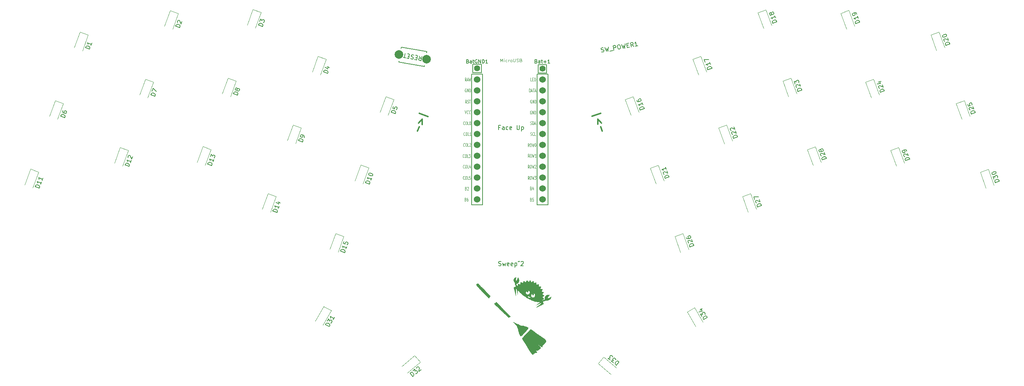
<source format=gbr>
%TF.GenerationSoftware,KiCad,Pcbnew,(6.0.1)*%
%TF.CreationDate,2022-06-05T22:57:28-04:00*%
%TF.ProjectId,sweep-squared,73776565-702d-4737-9175-617265642e6b,rev?*%
%TF.SameCoordinates,Original*%
%TF.FileFunction,Legend,Top*%
%TF.FilePolarity,Positive*%
%FSLAX46Y46*%
G04 Gerber Fmt 4.6, Leading zero omitted, Abs format (unit mm)*
G04 Created by KiCad (PCBNEW (6.0.1)) date 2022-06-05 22:57:28*
%MOMM*%
%LPD*%
G01*
G04 APERTURE LIST*
%ADD10C,0.300000*%
%ADD11C,0.150000*%
%ADD12C,0.125000*%
%ADD13C,0.120000*%
%ADD14C,0.010000*%
%ADD15C,2.000000*%
%ADD16C,1.397000*%
%ADD17C,1.524000*%
G04 APERTURE END LIST*
D10*
X137012519Y-80855594D02*
X137403399Y-79781660D01*
X137244973Y-78963871D02*
X138038579Y-78036517D01*
X138050424Y-79257031D01*
X139411843Y-77396153D02*
X137398216Y-76663253D01*
D11*
X155869047Y-112164761D02*
X156011904Y-112212380D01*
X156250000Y-112212380D01*
X156345238Y-112164761D01*
X156392857Y-112117142D01*
X156440476Y-112021904D01*
X156440476Y-111926666D01*
X156392857Y-111831428D01*
X156345238Y-111783809D01*
X156250000Y-111736190D01*
X156059523Y-111688571D01*
X155964285Y-111640952D01*
X155916666Y-111593333D01*
X155869047Y-111498095D01*
X155869047Y-111402857D01*
X155916666Y-111307619D01*
X155964285Y-111260000D01*
X156059523Y-111212380D01*
X156297619Y-111212380D01*
X156440476Y-111260000D01*
X156773809Y-111545714D02*
X156964285Y-112212380D01*
X157154761Y-111736190D01*
X157345238Y-112212380D01*
X157535714Y-111545714D01*
X158297619Y-112164761D02*
X158202380Y-112212380D01*
X158011904Y-112212380D01*
X157916666Y-112164761D01*
X157869047Y-112069523D01*
X157869047Y-111688571D01*
X157916666Y-111593333D01*
X158011904Y-111545714D01*
X158202380Y-111545714D01*
X158297619Y-111593333D01*
X158345238Y-111688571D01*
X158345238Y-111783809D01*
X157869047Y-111879047D01*
X159154761Y-112164761D02*
X159059523Y-112212380D01*
X158869047Y-112212380D01*
X158773809Y-112164761D01*
X158726190Y-112069523D01*
X158726190Y-111688571D01*
X158773809Y-111593333D01*
X158869047Y-111545714D01*
X159059523Y-111545714D01*
X159154761Y-111593333D01*
X159202380Y-111688571D01*
X159202380Y-111783809D01*
X158726190Y-111879047D01*
X159630952Y-111545714D02*
X159630952Y-112545714D01*
X159630952Y-111593333D02*
X159726190Y-111545714D01*
X159916666Y-111545714D01*
X160011904Y-111593333D01*
X160059523Y-111640952D01*
X160107142Y-111736190D01*
X160107142Y-112021904D01*
X160059523Y-112117142D01*
X160011904Y-112164761D01*
X159916666Y-112212380D01*
X159726190Y-112212380D01*
X159630952Y-112164761D01*
X160392857Y-111307619D02*
X160583333Y-111164761D01*
X160773809Y-111307619D01*
X161059523Y-111307619D02*
X161107142Y-111260000D01*
X161202380Y-111212380D01*
X161440476Y-111212380D01*
X161535714Y-111260000D01*
X161583333Y-111307619D01*
X161630952Y-111402857D01*
X161630952Y-111498095D01*
X161583333Y-111640952D01*
X161011904Y-112212380D01*
X161630952Y-112212380D01*
X156226190Y-79938571D02*
X155892857Y-79938571D01*
X155892857Y-80462380D02*
X155892857Y-79462380D01*
X156369047Y-79462380D01*
X157178571Y-80462380D02*
X157178571Y-79938571D01*
X157130952Y-79843333D01*
X157035714Y-79795714D01*
X156845238Y-79795714D01*
X156750000Y-79843333D01*
X157178571Y-80414761D02*
X157083333Y-80462380D01*
X156845238Y-80462380D01*
X156750000Y-80414761D01*
X156702380Y-80319523D01*
X156702380Y-80224285D01*
X156750000Y-80129047D01*
X156845238Y-80081428D01*
X157083333Y-80081428D01*
X157178571Y-80033809D01*
X158083333Y-80414761D02*
X157988095Y-80462380D01*
X157797619Y-80462380D01*
X157702380Y-80414761D01*
X157654761Y-80367142D01*
X157607142Y-80271904D01*
X157607142Y-79986190D01*
X157654761Y-79890952D01*
X157702380Y-79843333D01*
X157797619Y-79795714D01*
X157988095Y-79795714D01*
X158083333Y-79843333D01*
X158892857Y-80414761D02*
X158797619Y-80462380D01*
X158607142Y-80462380D01*
X158511904Y-80414761D01*
X158464285Y-80319523D01*
X158464285Y-79938571D01*
X158511904Y-79843333D01*
X158607142Y-79795714D01*
X158797619Y-79795714D01*
X158892857Y-79843333D01*
X158940476Y-79938571D01*
X158940476Y-80033809D01*
X158464285Y-80129047D01*
X160130952Y-79462380D02*
X160130952Y-80271904D01*
X160178571Y-80367142D01*
X160226190Y-80414761D01*
X160321428Y-80462380D01*
X160511904Y-80462380D01*
X160607142Y-80414761D01*
X160654761Y-80367142D01*
X160702380Y-80271904D01*
X160702380Y-79462380D01*
X161178571Y-79795714D02*
X161178571Y-80795714D01*
X161178571Y-79843333D02*
X161273809Y-79795714D01*
X161464285Y-79795714D01*
X161559523Y-79843333D01*
X161607142Y-79890952D01*
X161654761Y-79986190D01*
X161654761Y-80271904D01*
X161607142Y-80367142D01*
X161559523Y-80414761D01*
X161464285Y-80462380D01*
X161273809Y-80462380D01*
X161178571Y-80414761D01*
D10*
X180010400Y-80839627D02*
X179619520Y-79765693D01*
X178972494Y-79241064D02*
X178984340Y-78020550D01*
X179777945Y-78947904D01*
X179624703Y-76647286D02*
X177611076Y-77380186D01*
D11*
%TO.C,D29*%
X251571516Y-87380273D02*
X250631823Y-87722294D01*
X250550390Y-87498557D01*
X250546277Y-87348029D01*
X250603198Y-87225961D01*
X250676406Y-87148640D01*
X250839108Y-87038746D01*
X250973350Y-86989886D01*
X251168626Y-86969487D01*
X251274407Y-86981661D01*
X251396475Y-87038582D01*
X251490082Y-87156537D01*
X251571516Y-87380273D01*
X250395584Y-86794775D02*
X250334550Y-86766314D01*
X250257230Y-86693106D01*
X250175796Y-86469370D01*
X250187970Y-86363589D01*
X250216431Y-86302555D01*
X250289639Y-86225234D01*
X250379133Y-86192661D01*
X250529662Y-86188548D01*
X251262069Y-86530075D01*
X251050342Y-85948361D01*
X250887475Y-85500888D02*
X250822329Y-85321899D01*
X250745008Y-85248691D01*
X250683974Y-85220231D01*
X250517159Y-85179596D01*
X250321883Y-85199996D01*
X249963905Y-85330289D01*
X249890697Y-85407610D01*
X249862237Y-85468644D01*
X249850063Y-85574425D01*
X249915209Y-85753414D01*
X249992530Y-85826622D01*
X250053564Y-85855082D01*
X250159345Y-85867256D01*
X250383082Y-85785823D01*
X250456289Y-85708502D01*
X250484750Y-85647468D01*
X250496924Y-85541687D01*
X250431777Y-85362698D01*
X250354457Y-85289490D01*
X250293423Y-85261030D01*
X250187641Y-85248856D01*
%TO.C,D24*%
X245719793Y-71444137D02*
X244780100Y-71786158D01*
X244698667Y-71562421D01*
X244694554Y-71411893D01*
X244751475Y-71289825D01*
X244824683Y-71212504D01*
X244987385Y-71102610D01*
X245121627Y-71053750D01*
X245316903Y-71033351D01*
X245422684Y-71045525D01*
X245544752Y-71102446D01*
X245638359Y-71220401D01*
X245719793Y-71444137D01*
X244543861Y-70858639D02*
X244482827Y-70830178D01*
X244405507Y-70756970D01*
X244324073Y-70533234D01*
X244336247Y-70427453D01*
X244364708Y-70366419D01*
X244437916Y-70289098D01*
X244527410Y-70256525D01*
X244677939Y-70252412D01*
X245410346Y-70593939D01*
X245198619Y-70012225D01*
X244278997Y-69434787D02*
X244905459Y-69206774D01*
X244002453Y-69788817D02*
X244755095Y-69768253D01*
X244543368Y-69186539D01*
%TO.C,D30*%
X272424655Y-92499683D02*
X271484962Y-92841704D01*
X271403529Y-92617967D01*
X271399416Y-92467439D01*
X271456337Y-92345371D01*
X271529545Y-92268050D01*
X271692247Y-92158156D01*
X271826489Y-92109296D01*
X272021765Y-92088897D01*
X272127546Y-92101071D01*
X272249614Y-92157992D01*
X272343221Y-92275947D01*
X272424655Y-92499683D01*
X271175515Y-91991505D02*
X270963789Y-91409791D01*
X271435773Y-91592728D01*
X271386913Y-91458487D01*
X271399087Y-91352705D01*
X271427548Y-91291672D01*
X271500756Y-91214351D01*
X271724492Y-91132918D01*
X271830273Y-91145091D01*
X271891307Y-91173552D01*
X271968628Y-91246760D01*
X272066348Y-91515244D01*
X272054174Y-91621025D01*
X272025713Y-91682059D01*
X270752062Y-90828077D02*
X270719488Y-90738582D01*
X270731662Y-90632801D01*
X270760123Y-90571767D01*
X270833331Y-90494446D01*
X270996033Y-90384552D01*
X271219770Y-90303119D01*
X271415045Y-90282719D01*
X271520827Y-90294893D01*
X271581860Y-90323354D01*
X271659181Y-90396562D01*
X271691754Y-90486056D01*
X271679580Y-90591838D01*
X271651120Y-90652872D01*
X271577912Y-90730192D01*
X271415210Y-90840086D01*
X271191473Y-90921519D01*
X270996198Y-90941919D01*
X270890416Y-90929745D01*
X270829382Y-90901284D01*
X270752062Y-90828077D01*
%TO.C,D6*%
X54832885Y-77666628D02*
X53893192Y-77324607D01*
X53974626Y-77100871D01*
X54068233Y-76982916D01*
X54190301Y-76925995D01*
X54296082Y-76913821D01*
X54491358Y-76934220D01*
X54625600Y-76983080D01*
X54788302Y-77092974D01*
X54861510Y-77170295D01*
X54918431Y-77292363D01*
X54914318Y-77442891D01*
X54832885Y-77666628D01*
X54381793Y-75982189D02*
X54316646Y-76161178D01*
X54328820Y-76266960D01*
X54357281Y-76327994D01*
X54458949Y-76466348D01*
X54621651Y-76576242D01*
X54979630Y-76706535D01*
X55085411Y-76694362D01*
X55146445Y-76665901D01*
X55223765Y-76592693D01*
X55288912Y-76413704D01*
X55276738Y-76307923D01*
X55248277Y-76246889D01*
X55175070Y-76169568D01*
X54951333Y-76088135D01*
X54845552Y-76100309D01*
X54784518Y-76128769D01*
X54707197Y-76201977D01*
X54642051Y-76380966D01*
X54654225Y-76486748D01*
X54682685Y-76547782D01*
X54755893Y-76625102D01*
%TO.C,D31*%
X116411860Y-126415251D02*
X115545835Y-125915251D01*
X115664882Y-125709055D01*
X115777550Y-125609146D01*
X115907648Y-125574287D01*
X116013936Y-125580667D01*
X116202703Y-125634665D01*
X116326421Y-125706094D01*
X116467568Y-125842571D01*
X116526237Y-125931430D01*
X116561097Y-126061527D01*
X116530908Y-126209055D01*
X116411860Y-126415251D01*
X115998216Y-125131704D02*
X116307739Y-124595593D01*
X116470987Y-125074745D01*
X116542416Y-124951027D01*
X116631274Y-124892358D01*
X116696323Y-124874928D01*
X116802611Y-124881308D01*
X117008808Y-125000355D01*
X117067477Y-125089214D01*
X117084906Y-125154263D01*
X117078527Y-125260551D01*
X116935670Y-125507987D01*
X116846811Y-125566656D01*
X116781762Y-125584085D01*
X117649955Y-124270807D02*
X117364241Y-124765679D01*
X117507098Y-124518243D02*
X116641073Y-124018243D01*
X116717172Y-124172150D01*
X116752031Y-124302248D01*
X116745651Y-124408536D01*
%TO.C,D7*%
X75830527Y-72674192D02*
X74890834Y-72332171D01*
X74972268Y-72108435D01*
X75065875Y-71990480D01*
X75187943Y-71933559D01*
X75293724Y-71921385D01*
X75489000Y-71941784D01*
X75623242Y-71990644D01*
X75785944Y-72100538D01*
X75859152Y-72177859D01*
X75916073Y-72299927D01*
X75911960Y-72450455D01*
X75830527Y-72674192D01*
X75200281Y-71481973D02*
X75428295Y-70855512D01*
X76221407Y-71600257D01*
%TO.C,D15*%
X120000762Y-109144356D02*
X119061070Y-108802336D01*
X119142503Y-108578600D01*
X119236110Y-108460645D01*
X119358178Y-108403723D01*
X119463959Y-108391550D01*
X119659235Y-108411949D01*
X119793477Y-108460809D01*
X119956179Y-108570703D01*
X120029387Y-108648024D01*
X120086308Y-108770091D01*
X120082196Y-108920620D01*
X120000762Y-109144356D01*
X120521936Y-107712444D02*
X120326496Y-108249411D01*
X120424216Y-107980927D02*
X119484523Y-107638907D01*
X119586192Y-107777262D01*
X119643113Y-107899330D01*
X119655287Y-108005111D01*
X119891690Y-106520225D02*
X119728823Y-106967698D01*
X120160009Y-107175312D01*
X120131549Y-107114278D01*
X120119375Y-107008497D01*
X120200808Y-106784761D01*
X120278129Y-106711553D01*
X120339163Y-106683092D01*
X120444944Y-106670918D01*
X120668680Y-106752352D01*
X120741888Y-106829672D01*
X120770349Y-106890706D01*
X120782523Y-106996487D01*
X120701089Y-107220224D01*
X120623769Y-107293432D01*
X120562735Y-107321892D01*
%TO.C,D17*%
X205513755Y-66140253D02*
X204574062Y-66482274D01*
X204492629Y-66258537D01*
X204488516Y-66108009D01*
X204545437Y-65985941D01*
X204618645Y-65908620D01*
X204781347Y-65798726D01*
X204915589Y-65749866D01*
X205110865Y-65729467D01*
X205216646Y-65741641D01*
X205338714Y-65798562D01*
X205432321Y-65916517D01*
X205513755Y-66140253D01*
X204992581Y-64708341D02*
X205188021Y-65245308D01*
X205090301Y-64976824D02*
X204150609Y-65318845D01*
X204317424Y-65359479D01*
X204439492Y-65416400D01*
X204516812Y-65489608D01*
X203938882Y-64737130D02*
X203710868Y-64110668D01*
X204797141Y-64171374D01*
%TO.C,D12*%
X69815891Y-89067048D02*
X68876199Y-88725028D01*
X68957632Y-88501292D01*
X69051239Y-88383337D01*
X69173307Y-88326415D01*
X69279088Y-88314242D01*
X69474364Y-88334641D01*
X69608606Y-88383501D01*
X69771308Y-88493395D01*
X69844516Y-88570716D01*
X69901437Y-88692783D01*
X69897325Y-88843312D01*
X69815891Y-89067048D01*
X70337065Y-87635136D02*
X70141625Y-88172103D01*
X70239345Y-87903619D02*
X69299652Y-87561599D01*
X69401321Y-87699954D01*
X69458242Y-87822022D01*
X69470416Y-87927803D01*
X69617160Y-86967711D02*
X69588700Y-86906677D01*
X69576526Y-86800896D01*
X69657959Y-86577159D01*
X69735280Y-86503951D01*
X69796314Y-86475491D01*
X69902095Y-86463317D01*
X69991589Y-86495890D01*
X70109545Y-86589497D01*
X70451072Y-87321905D01*
X70662798Y-86740190D01*
%TO.C,D13*%
X89070710Y-88852408D02*
X88131018Y-88510388D01*
X88212451Y-88286652D01*
X88306058Y-88168697D01*
X88428126Y-88111775D01*
X88533907Y-88099602D01*
X88729183Y-88120001D01*
X88863425Y-88168861D01*
X89026127Y-88278755D01*
X89099335Y-88356076D01*
X89156256Y-88478143D01*
X89152144Y-88628672D01*
X89070710Y-88852408D01*
X89591884Y-87420496D02*
X89396444Y-87957463D01*
X89494164Y-87688979D02*
X88554471Y-87346959D01*
X88656140Y-87485314D01*
X88713061Y-87607382D01*
X88725235Y-87713163D01*
X88766198Y-86765245D02*
X88977925Y-86183530D01*
X89221896Y-86627054D01*
X89270756Y-86492813D01*
X89348077Y-86419605D01*
X89409111Y-86391144D01*
X89514892Y-86378970D01*
X89738628Y-86460404D01*
X89811836Y-86537724D01*
X89840297Y-86598758D01*
X89852471Y-86704539D01*
X89754751Y-86973023D01*
X89677430Y-87046231D01*
X89616396Y-87074691D01*
%TO.C,D1*%
X60634553Y-61714072D02*
X59694860Y-61372051D01*
X59776294Y-61148315D01*
X59869901Y-61030360D01*
X59991969Y-60973439D01*
X60097750Y-60961265D01*
X60293026Y-60981664D01*
X60427268Y-61030524D01*
X60589970Y-61140418D01*
X60663178Y-61217739D01*
X60720099Y-61339807D01*
X60715986Y-61490335D01*
X60634553Y-61714072D01*
X61155727Y-60282159D02*
X60960287Y-60819126D01*
X61058007Y-60550643D02*
X60118314Y-60208622D01*
X60219982Y-60346977D01*
X60276904Y-60469045D01*
X60289078Y-60574826D01*
%TO.C,RSW1*%
X137398871Y-63306695D02*
X137644450Y-63833533D01*
X137961618Y-63405922D02*
X137787970Y-64390730D01*
X137412805Y-64324578D01*
X137327283Y-64261145D01*
X137288656Y-64205980D01*
X137258298Y-64103920D01*
X137283105Y-63963233D01*
X137346539Y-63877711D01*
X137401703Y-63839084D01*
X137503763Y-63808726D01*
X137878928Y-63874878D01*
X136885852Y-63748126D02*
X136557582Y-63690243D01*
X136507854Y-63149584D02*
X136976810Y-63232274D01*
X136803162Y-64217082D01*
X136334206Y-64134392D01*
X136124420Y-63130328D02*
X135992002Y-63058626D01*
X135757524Y-63017281D01*
X135655464Y-63047639D01*
X135600300Y-63086265D01*
X135536866Y-63171787D01*
X135520328Y-63265579D01*
X135550686Y-63367639D01*
X135589313Y-63422803D01*
X135674835Y-63486237D01*
X135854148Y-63566208D01*
X135939671Y-63629642D01*
X135978297Y-63684807D01*
X136008655Y-63786867D01*
X135992117Y-63880658D01*
X135928683Y-63966180D01*
X135873519Y-64004807D01*
X135771459Y-64035165D01*
X135536981Y-63993820D01*
X135404563Y-63922117D01*
X135056923Y-63425636D02*
X134728654Y-63367753D01*
X134678925Y-62827095D02*
X135147882Y-62909784D01*
X134974233Y-63894592D01*
X134505277Y-63811903D01*
X134223904Y-63762289D02*
X133661156Y-63663061D01*
X134116178Y-62727867D02*
X133942530Y-63712675D01*
%TO.C,SW_POWER1*%
X179849481Y-62383876D02*
X179998437Y-62405965D01*
X180232915Y-62364620D01*
X180318437Y-62301187D01*
X180357064Y-62246022D01*
X180387421Y-62143962D01*
X180370883Y-62050171D01*
X180307450Y-61964648D01*
X180252285Y-61926022D01*
X180150225Y-61895664D01*
X179954374Y-61881844D01*
X179852313Y-61851487D01*
X179797149Y-61812860D01*
X179733715Y-61727338D01*
X179717177Y-61633546D01*
X179747535Y-61531486D01*
X179786162Y-61476322D01*
X179871684Y-61412888D01*
X180106162Y-61371543D01*
X180255118Y-61393632D01*
X180575118Y-61288854D02*
X180983244Y-62232317D01*
X181046792Y-61495807D01*
X181358409Y-62166165D01*
X181419239Y-61140012D01*
X181750112Y-62193805D02*
X182500442Y-62061501D01*
X182718382Y-61926365D02*
X182544734Y-60941557D01*
X182919899Y-60875406D01*
X183021959Y-60905763D01*
X183077123Y-60944390D01*
X183140557Y-61029912D01*
X183165364Y-61170599D01*
X183135006Y-61272659D01*
X183096379Y-61327824D01*
X183010857Y-61391257D01*
X182635692Y-61457409D01*
X183717124Y-60734833D02*
X183904706Y-60701758D01*
X184006766Y-60732115D01*
X184117096Y-60809369D01*
X184197067Y-60988682D01*
X184254950Y-61316951D01*
X184241130Y-61512803D01*
X184163877Y-61623132D01*
X184078354Y-61686565D01*
X183890772Y-61719641D01*
X183788712Y-61689283D01*
X183678383Y-61612030D01*
X183598411Y-61432717D01*
X183540529Y-61104447D01*
X183554348Y-60908596D01*
X183631602Y-60798267D01*
X183717124Y-60734833D01*
X184467454Y-60602530D02*
X184875580Y-61545993D01*
X184939128Y-60809483D01*
X185250745Y-61479841D01*
X185311574Y-60453689D01*
X185769429Y-60856493D02*
X186097698Y-60798610D01*
X186329344Y-61289655D02*
X185860388Y-61372345D01*
X185686739Y-60387537D01*
X186155695Y-60304847D01*
X187314151Y-61116007D02*
X186903192Y-60704934D01*
X186751404Y-61215235D02*
X186577756Y-60230427D01*
X186952921Y-60164275D01*
X187054981Y-60194633D01*
X187110145Y-60233259D01*
X187173579Y-60318782D01*
X187198386Y-60459468D01*
X187168028Y-60561529D01*
X187129402Y-60616693D01*
X187043879Y-60680127D01*
X186668714Y-60746278D01*
X188252063Y-60950628D02*
X187689316Y-61049855D01*
X187970690Y-61000242D02*
X187797042Y-60015434D01*
X187728057Y-60172659D01*
X187650804Y-60282988D01*
X187565282Y-60346421D01*
%TO.C,D9*%
X110245655Y-83347961D02*
X109305962Y-83005940D01*
X109387396Y-82782204D01*
X109481003Y-82664249D01*
X109603071Y-82607328D01*
X109708852Y-82595154D01*
X109904128Y-82615553D01*
X110038370Y-82664413D01*
X110201072Y-82774307D01*
X110274280Y-82851628D01*
X110331201Y-82973696D01*
X110327088Y-83124224D01*
X110245655Y-83347961D01*
X110603962Y-82363521D02*
X110669109Y-82184532D01*
X110656935Y-82078750D01*
X110628474Y-82017716D01*
X110526806Y-81879362D01*
X110364103Y-81769468D01*
X110006125Y-81639175D01*
X109900344Y-81651348D01*
X109839310Y-81679809D01*
X109761989Y-81753017D01*
X109696843Y-81932006D01*
X109709017Y-82037787D01*
X109737477Y-82098821D01*
X109810685Y-82176142D01*
X110034421Y-82257575D01*
X110140203Y-82245401D01*
X110201237Y-82216941D01*
X110278557Y-82143733D01*
X110343704Y-81964744D01*
X110331530Y-81858962D01*
X110303069Y-81797929D01*
X110229861Y-81720608D01*
%TO.C,D33*%
X183917077Y-134632649D02*
X183274290Y-135398694D01*
X183091898Y-135245649D01*
X183013072Y-135117344D01*
X183001333Y-134983170D01*
X183026073Y-134879604D01*
X183112030Y-134703082D01*
X183203857Y-134593647D01*
X183362771Y-134478343D01*
X183460467Y-134435995D01*
X183594642Y-134424256D01*
X183734686Y-134479605D01*
X183917077Y-134632649D01*
X182581202Y-134817124D02*
X182106984Y-134419208D01*
X182607203Y-134341644D01*
X182497768Y-134249817D01*
X182455421Y-134152121D01*
X182449551Y-134085034D01*
X182474291Y-133981468D01*
X182627336Y-133799077D01*
X182725032Y-133756729D01*
X182792119Y-133750860D01*
X182895685Y-133775599D01*
X183114554Y-133959253D01*
X183156902Y-134056949D01*
X183162771Y-134124036D01*
X181851636Y-134204945D02*
X181377418Y-133807029D01*
X181877637Y-133729465D01*
X181768202Y-133637639D01*
X181725855Y-133539942D01*
X181719985Y-133472855D01*
X181744725Y-133369290D01*
X181897770Y-133186898D01*
X181995466Y-133144550D01*
X182062553Y-133138681D01*
X182166118Y-133163421D01*
X182384988Y-133347074D01*
X182427336Y-133444770D01*
X182433205Y-133511858D01*
%TO.C,Bat+1*%
X164624323Y-64541942D02*
X164740438Y-64580647D01*
X164779142Y-64619352D01*
X164817847Y-64696761D01*
X164817847Y-64812876D01*
X164779142Y-64890285D01*
X164740438Y-64928990D01*
X164663028Y-64967695D01*
X164353390Y-64967695D01*
X164353390Y-64154895D01*
X164624323Y-64154895D01*
X164701733Y-64193600D01*
X164740438Y-64232304D01*
X164779142Y-64309714D01*
X164779142Y-64387123D01*
X164740438Y-64464533D01*
X164701733Y-64503238D01*
X164624323Y-64541942D01*
X164353390Y-64541942D01*
X165514533Y-64967695D02*
X165514533Y-64541942D01*
X165475828Y-64464533D01*
X165398419Y-64425828D01*
X165243600Y-64425828D01*
X165166190Y-64464533D01*
X165514533Y-64928990D02*
X165437123Y-64967695D01*
X165243600Y-64967695D01*
X165166190Y-64928990D01*
X165127485Y-64851580D01*
X165127485Y-64774171D01*
X165166190Y-64696761D01*
X165243600Y-64658057D01*
X165437123Y-64658057D01*
X165514533Y-64619352D01*
X165785466Y-64425828D02*
X166095104Y-64425828D01*
X165901580Y-64154895D02*
X165901580Y-64851580D01*
X165940285Y-64928990D01*
X166017695Y-64967695D01*
X166095104Y-64967695D01*
X166366038Y-64658057D02*
X166985314Y-64658057D01*
X166675676Y-64967695D02*
X166675676Y-64348419D01*
X167798114Y-64967695D02*
X167333657Y-64967695D01*
X167565885Y-64967695D02*
X167565885Y-64154895D01*
X167488476Y-64271009D01*
X167411066Y-64348419D01*
X167333657Y-64387123D01*
%TO.C,D11*%
X48904301Y-94102510D02*
X47964609Y-93760490D01*
X48046042Y-93536754D01*
X48139649Y-93418799D01*
X48261717Y-93361877D01*
X48367498Y-93349704D01*
X48562774Y-93370103D01*
X48697016Y-93418963D01*
X48859718Y-93528857D01*
X48932926Y-93606178D01*
X48989847Y-93728245D01*
X48985735Y-93878774D01*
X48904301Y-94102510D01*
X49425475Y-92670598D02*
X49230035Y-93207565D01*
X49327755Y-92939081D02*
X48388062Y-92597061D01*
X48489731Y-92735416D01*
X48546652Y-92857484D01*
X48558826Y-92963265D01*
X49751208Y-91775652D02*
X49555768Y-92312620D01*
X49653488Y-92044136D02*
X48713796Y-91702116D01*
X48815464Y-91840470D01*
X48872385Y-91962538D01*
X48884559Y-92068319D01*
%TO.C,D22*%
X211519794Y-82160932D02*
X210580101Y-82502953D01*
X210498668Y-82279216D01*
X210494555Y-82128688D01*
X210551476Y-82006620D01*
X210624684Y-81929299D01*
X210787386Y-81819405D01*
X210921628Y-81770545D01*
X211116904Y-81750146D01*
X211222685Y-81762320D01*
X211344753Y-81819241D01*
X211438360Y-81937196D01*
X211519794Y-82160932D01*
X210343862Y-81575434D02*
X210282828Y-81546973D01*
X210205508Y-81473765D01*
X210124074Y-81250029D01*
X210136248Y-81144248D01*
X210164709Y-81083214D01*
X210237917Y-81005893D01*
X210327411Y-80973320D01*
X210477940Y-80969207D01*
X211210347Y-81310734D01*
X210998620Y-80729020D01*
X210018129Y-80680489D02*
X209957095Y-80652028D01*
X209879774Y-80578820D01*
X209798341Y-80355084D01*
X209810515Y-80249303D01*
X209838975Y-80188269D01*
X209912183Y-80110948D01*
X210001678Y-80078375D01*
X210152206Y-80074262D01*
X210884613Y-80415789D01*
X210672887Y-79834075D01*
%TO.C,D18*%
X220658308Y-55303567D02*
X219718615Y-55645588D01*
X219637182Y-55421851D01*
X219633069Y-55271323D01*
X219689990Y-55149255D01*
X219763198Y-55071934D01*
X219925900Y-54962040D01*
X220060142Y-54913180D01*
X220255418Y-54892781D01*
X220361199Y-54904955D01*
X220483267Y-54961876D01*
X220576874Y-55079831D01*
X220658308Y-55303567D01*
X220137134Y-53871655D02*
X220332574Y-54408622D01*
X220234854Y-54140138D02*
X219295162Y-54482159D01*
X219461977Y-54522793D01*
X219584045Y-54579714D01*
X219661365Y-54652922D01*
X219404727Y-53530128D02*
X219392553Y-53635909D01*
X219364092Y-53696943D01*
X219290884Y-53774263D01*
X219246137Y-53790550D01*
X219140356Y-53778376D01*
X219079322Y-53749916D01*
X219002001Y-53676708D01*
X218936855Y-53497719D01*
X218949029Y-53391938D01*
X218977489Y-53330904D01*
X219050697Y-53253583D01*
X219095444Y-53237296D01*
X219201226Y-53249470D01*
X219262260Y-53277931D01*
X219339580Y-53351139D01*
X219404727Y-53530128D01*
X219482047Y-53603336D01*
X219543081Y-53631796D01*
X219648863Y-53643970D01*
X219827852Y-53578823D01*
X219901060Y-53501503D01*
X219929520Y-53440469D01*
X219941694Y-53334688D01*
X219876547Y-53155699D01*
X219799227Y-53082491D01*
X219738193Y-53054030D01*
X219632412Y-53041856D01*
X219453423Y-53107003D01*
X219380215Y-53184324D01*
X219351754Y-53245357D01*
X219339580Y-53351139D01*
%TO.C,D4*%
X116025809Y-67380576D02*
X115086116Y-67038555D01*
X115167550Y-66814819D01*
X115261157Y-66696864D01*
X115383225Y-66639943D01*
X115489006Y-66627769D01*
X115684282Y-66648168D01*
X115818524Y-66697028D01*
X115981226Y-66806922D01*
X116054434Y-66884243D01*
X116111355Y-67006311D01*
X116107242Y-67156839D01*
X116025809Y-67380576D01*
X115887948Y-65810144D02*
X116514409Y-66038158D01*
X115448536Y-65903587D02*
X116038312Y-66371623D01*
X116250038Y-65789909D01*
%TO.C,D21*%
X195572948Y-91520362D02*
X194633255Y-91862383D01*
X194551822Y-91638646D01*
X194547709Y-91488118D01*
X194604630Y-91366050D01*
X194677838Y-91288729D01*
X194840540Y-91178835D01*
X194974782Y-91129975D01*
X195170058Y-91109576D01*
X195275839Y-91121750D01*
X195397907Y-91178671D01*
X195491514Y-91296626D01*
X195572948Y-91520362D01*
X194397016Y-90934864D02*
X194335982Y-90906403D01*
X194258662Y-90833195D01*
X194177228Y-90609459D01*
X194189402Y-90503678D01*
X194217863Y-90442644D01*
X194291071Y-90365323D01*
X194380565Y-90332750D01*
X194531094Y-90328637D01*
X195263501Y-90670164D01*
X195051774Y-90088450D01*
X194726041Y-89193505D02*
X194921481Y-89730472D01*
X194823761Y-89461988D02*
X193884068Y-89804008D01*
X194050883Y-89844643D01*
X194172951Y-89901564D01*
X194250272Y-89974772D01*
%TO.C,BatGND1*%
X148681472Y-64541942D02*
X148797586Y-64580647D01*
X148836291Y-64619352D01*
X148874996Y-64696761D01*
X148874996Y-64812876D01*
X148836291Y-64890285D01*
X148797586Y-64928990D01*
X148720177Y-64967695D01*
X148410539Y-64967695D01*
X148410539Y-64154895D01*
X148681472Y-64154895D01*
X148758881Y-64193600D01*
X148797586Y-64232304D01*
X148836291Y-64309714D01*
X148836291Y-64387123D01*
X148797586Y-64464533D01*
X148758881Y-64503238D01*
X148681472Y-64541942D01*
X148410539Y-64541942D01*
X149571681Y-64967695D02*
X149571681Y-64541942D01*
X149532977Y-64464533D01*
X149455567Y-64425828D01*
X149300748Y-64425828D01*
X149223339Y-64464533D01*
X149571681Y-64928990D02*
X149494272Y-64967695D01*
X149300748Y-64967695D01*
X149223339Y-64928990D01*
X149184634Y-64851580D01*
X149184634Y-64774171D01*
X149223339Y-64696761D01*
X149300748Y-64658057D01*
X149494272Y-64658057D01*
X149571681Y-64619352D01*
X149842615Y-64425828D02*
X150152253Y-64425828D01*
X149958729Y-64154895D02*
X149958729Y-64851580D01*
X149997434Y-64928990D01*
X150074843Y-64967695D01*
X150152253Y-64967695D01*
X150848939Y-64193600D02*
X150771529Y-64154895D01*
X150655415Y-64154895D01*
X150539300Y-64193600D01*
X150461891Y-64271009D01*
X150423186Y-64348419D01*
X150384481Y-64503238D01*
X150384481Y-64619352D01*
X150423186Y-64774171D01*
X150461891Y-64851580D01*
X150539300Y-64928990D01*
X150655415Y-64967695D01*
X150732824Y-64967695D01*
X150848939Y-64928990D01*
X150887643Y-64890285D01*
X150887643Y-64619352D01*
X150732824Y-64619352D01*
X151235986Y-64967695D02*
X151235986Y-64154895D01*
X151700443Y-64967695D01*
X151700443Y-64154895D01*
X152087491Y-64967695D02*
X152087491Y-64154895D01*
X152281015Y-64154895D01*
X152397129Y-64193600D01*
X152474539Y-64271009D01*
X152513243Y-64348419D01*
X152551948Y-64503238D01*
X152551948Y-64619352D01*
X152513243Y-64774171D01*
X152474539Y-64851580D01*
X152397129Y-64928990D01*
X152281015Y-64967695D01*
X152087491Y-64967695D01*
X153326043Y-64967695D02*
X152861586Y-64967695D01*
X153093815Y-64967695D02*
X153093815Y-64154895D01*
X153016405Y-64271009D01*
X152938996Y-64348419D01*
X152861586Y-64387123D01*
%TO.C,D23*%
X226464785Y-71214667D02*
X225525092Y-71556688D01*
X225443659Y-71332951D01*
X225439546Y-71182423D01*
X225496467Y-71060355D01*
X225569675Y-70983034D01*
X225732377Y-70873140D01*
X225866619Y-70824280D01*
X226061895Y-70803881D01*
X226167676Y-70816055D01*
X226289744Y-70872976D01*
X226383351Y-70990931D01*
X226464785Y-71214667D01*
X225288853Y-70629169D02*
X225227819Y-70600708D01*
X225150499Y-70527500D01*
X225069065Y-70303764D01*
X225081239Y-70197983D01*
X225109700Y-70136949D01*
X225182908Y-70059628D01*
X225272402Y-70027055D01*
X225422931Y-70022942D01*
X226155338Y-70364469D01*
X225943611Y-69782755D01*
X224889912Y-69811544D02*
X224678185Y-69229830D01*
X225150170Y-69412767D01*
X225101310Y-69278525D01*
X225113484Y-69172744D01*
X225141944Y-69111710D01*
X225215152Y-69034390D01*
X225438889Y-68952956D01*
X225544670Y-68965130D01*
X225605704Y-68993591D01*
X225683024Y-69066799D01*
X225780744Y-69335282D01*
X225768571Y-69441063D01*
X225740110Y-69502097D01*
%TO.C,D5*%
X131802629Y-76763089D02*
X130862936Y-76421068D01*
X130944370Y-76197332D01*
X131037977Y-76079377D01*
X131160045Y-76022456D01*
X131265826Y-76010282D01*
X131461102Y-76030681D01*
X131595344Y-76079541D01*
X131758046Y-76189435D01*
X131831254Y-76266756D01*
X131888175Y-76388824D01*
X131884062Y-76539352D01*
X131802629Y-76763089D01*
X131367823Y-75033903D02*
X131204957Y-75481376D01*
X131636143Y-75688990D01*
X131607682Y-75627956D01*
X131595508Y-75522175D01*
X131676941Y-75298438D01*
X131754262Y-75225230D01*
X131815296Y-75196770D01*
X131921077Y-75184596D01*
X132144814Y-75266029D01*
X132218021Y-75343350D01*
X132246482Y-75404384D01*
X132258656Y-75510165D01*
X132177223Y-75733901D01*
X132099902Y-75807109D01*
X132038868Y-75835570D01*
%TO.C,D32*%
X135893748Y-138039991D02*
X135250960Y-137273947D01*
X135433351Y-137120902D01*
X135573395Y-137065554D01*
X135707570Y-137077292D01*
X135805266Y-137119640D01*
X135964180Y-137234944D01*
X136056007Y-137344379D01*
X136141964Y-137520901D01*
X136166704Y-137624467D01*
X136154965Y-137758641D01*
X136076139Y-137886947D01*
X135893748Y-138039991D01*
X135944048Y-136692377D02*
X136418266Y-136294461D01*
X136407789Y-136800550D01*
X136517224Y-136708723D01*
X136620790Y-136683984D01*
X136687877Y-136689853D01*
X136785573Y-136732201D01*
X136938618Y-136914592D01*
X136963357Y-137018158D01*
X136957488Y-137085245D01*
X136915140Y-137182941D01*
X136696270Y-137366595D01*
X136592705Y-137391334D01*
X136525618Y-137385465D01*
X136771310Y-136122546D02*
X136777179Y-136055459D01*
X136819527Y-135957763D01*
X137001919Y-135804718D01*
X137105484Y-135779978D01*
X137172571Y-135785848D01*
X137270268Y-135828195D01*
X137331485Y-135901152D01*
X137386834Y-136041196D01*
X137316402Y-136846243D01*
X137790620Y-136448327D01*
%TO.C,D26*%
X201322152Y-107488829D02*
X200382459Y-107830850D01*
X200301026Y-107607113D01*
X200296913Y-107456585D01*
X200353834Y-107334517D01*
X200427042Y-107257196D01*
X200589744Y-107147302D01*
X200723986Y-107098442D01*
X200919262Y-107078043D01*
X201025043Y-107090217D01*
X201147111Y-107147138D01*
X201240718Y-107265093D01*
X201322152Y-107488829D01*
X200146220Y-106903331D02*
X200085186Y-106874870D01*
X200007866Y-106801662D01*
X199926432Y-106577926D01*
X199938606Y-106472145D01*
X199967067Y-106411111D01*
X200040275Y-106333790D01*
X200129769Y-106301217D01*
X200280298Y-106297104D01*
X201012705Y-106638631D01*
X200800978Y-106056917D01*
X199568125Y-105593486D02*
X199633272Y-105772475D01*
X199710593Y-105845683D01*
X199771627Y-105874144D01*
X199938442Y-105914778D01*
X200133718Y-105894379D01*
X200491696Y-105764085D01*
X200564904Y-105686765D01*
X200593364Y-105625731D01*
X200605538Y-105519950D01*
X200540391Y-105340961D01*
X200463071Y-105267753D01*
X200402037Y-105239292D01*
X200296256Y-105227118D01*
X200072519Y-105308552D01*
X199999311Y-105385872D01*
X199970851Y-105446906D01*
X199958677Y-105552687D01*
X200023824Y-105731676D01*
X200101144Y-105804884D01*
X200162178Y-105833345D01*
X200267959Y-105845519D01*
%TO.C,D14*%
X104252532Y-99783843D02*
X103312840Y-99441823D01*
X103394273Y-99218087D01*
X103487880Y-99100132D01*
X103609948Y-99043210D01*
X103715729Y-99031037D01*
X103911005Y-99051436D01*
X104045247Y-99100296D01*
X104207949Y-99210190D01*
X104281157Y-99287511D01*
X104338078Y-99409578D01*
X104333966Y-99560107D01*
X104252532Y-99783843D01*
X104773706Y-98351931D02*
X104578266Y-98888898D01*
X104675986Y-98620414D02*
X103736293Y-98278394D01*
X103837962Y-98416749D01*
X103894883Y-98538817D01*
X103907057Y-98644598D01*
X104440404Y-97318466D02*
X105066866Y-97546480D01*
X104000993Y-97411909D02*
X104590768Y-97879946D01*
X104802495Y-97298231D01*
%TO.C,D28*%
X232183986Y-87195906D02*
X231244293Y-87537927D01*
X231162860Y-87314190D01*
X231158747Y-87163662D01*
X231215668Y-87041594D01*
X231288876Y-86964273D01*
X231451578Y-86854379D01*
X231585820Y-86805519D01*
X231781096Y-86785120D01*
X231886877Y-86797294D01*
X232008945Y-86854215D01*
X232102552Y-86972170D01*
X232183986Y-87195906D01*
X231008054Y-86610408D02*
X230947020Y-86581947D01*
X230869700Y-86508739D01*
X230788266Y-86285003D01*
X230800440Y-86179222D01*
X230828901Y-86118188D01*
X230902109Y-86040867D01*
X230991603Y-86008294D01*
X231142132Y-86004181D01*
X231874539Y-86345708D01*
X231662812Y-85763994D01*
X230930405Y-85422467D02*
X230918231Y-85528248D01*
X230889770Y-85589282D01*
X230816562Y-85666602D01*
X230771815Y-85682889D01*
X230666034Y-85670715D01*
X230605000Y-85642255D01*
X230527679Y-85569047D01*
X230462533Y-85390058D01*
X230474707Y-85284277D01*
X230503167Y-85223243D01*
X230576375Y-85145922D01*
X230621122Y-85129635D01*
X230726904Y-85141809D01*
X230787938Y-85170270D01*
X230865258Y-85243478D01*
X230930405Y-85422467D01*
X231007725Y-85495675D01*
X231068759Y-85524135D01*
X231174541Y-85536309D01*
X231353530Y-85471162D01*
X231426738Y-85393842D01*
X231455198Y-85332808D01*
X231467372Y-85227027D01*
X231402225Y-85048038D01*
X231324905Y-84974830D01*
X231263871Y-84946369D01*
X231158090Y-84934195D01*
X230979101Y-84999342D01*
X230905893Y-85076663D01*
X230877432Y-85137696D01*
X230865258Y-85243478D01*
%TO.C,D2*%
X81627194Y-56686377D02*
X80687501Y-56344356D01*
X80768935Y-56120620D01*
X80862542Y-56002665D01*
X80984610Y-55945744D01*
X81090391Y-55933570D01*
X81285667Y-55953969D01*
X81419909Y-56002829D01*
X81582611Y-56112723D01*
X81655819Y-56190044D01*
X81712740Y-56312112D01*
X81708627Y-56462640D01*
X81627194Y-56686377D01*
X81102729Y-55481984D02*
X81074269Y-55420950D01*
X81062095Y-55315169D01*
X81143528Y-55091433D01*
X81220849Y-55018225D01*
X81281883Y-54989764D01*
X81387664Y-54977591D01*
X81477159Y-55010164D01*
X81595114Y-55103771D01*
X81936641Y-55836178D01*
X82148368Y-55254464D01*
%TO.C,D34*%
X204492592Y-124278242D02*
X203626566Y-124778242D01*
X203507519Y-124572046D01*
X203477329Y-124424518D01*
X203512189Y-124294421D01*
X203570858Y-124205562D01*
X203712006Y-124069085D01*
X203835724Y-123997656D01*
X204024490Y-123943658D01*
X204130779Y-123937278D01*
X204260876Y-123972137D01*
X204373544Y-124072046D01*
X204492592Y-124278242D01*
X203174185Y-123994696D02*
X202864662Y-123458585D01*
X203361243Y-123556783D01*
X203289814Y-123433066D01*
X203283434Y-123326777D01*
X203300864Y-123261729D01*
X203359533Y-123172870D01*
X203565730Y-123053823D01*
X203672018Y-123047443D01*
X203737067Y-123064873D01*
X203825925Y-123123542D01*
X203968782Y-123370978D01*
X203975162Y-123477266D01*
X203957732Y-123542315D01*
X202724765Y-122549610D02*
X203302116Y-122216277D01*
X202513898Y-122946283D02*
X203251536Y-122795337D01*
X202942012Y-122259226D01*
%TO.C,D16*%
X189762033Y-75540205D02*
X188822340Y-75882226D01*
X188740907Y-75658489D01*
X188736794Y-75507961D01*
X188793715Y-75385893D01*
X188866923Y-75308572D01*
X189029625Y-75198678D01*
X189163867Y-75149818D01*
X189359143Y-75129419D01*
X189464924Y-75141593D01*
X189586992Y-75198514D01*
X189680599Y-75316469D01*
X189762033Y-75540205D01*
X189240859Y-74108293D02*
X189436299Y-74645260D01*
X189338579Y-74376776D02*
X188398887Y-74718797D01*
X188565702Y-74759431D01*
X188687770Y-74816352D01*
X188765090Y-74889560D01*
X188008006Y-73644862D02*
X188073153Y-73823851D01*
X188150474Y-73897059D01*
X188211508Y-73925520D01*
X188378323Y-73966154D01*
X188573599Y-73945755D01*
X188931577Y-73815461D01*
X189004785Y-73738141D01*
X189033245Y-73677107D01*
X189045419Y-73571326D01*
X188980272Y-73392337D01*
X188902952Y-73319129D01*
X188841918Y-73290668D01*
X188736137Y-73278494D01*
X188512400Y-73359928D01*
X188439192Y-73437248D01*
X188410732Y-73498282D01*
X188398558Y-73604063D01*
X188463705Y-73783052D01*
X188541025Y-73856260D01*
X188602059Y-73884721D01*
X188707840Y-73896895D01*
%TO.C,D27*%
X217070383Y-98149342D02*
X216130690Y-98491363D01*
X216049257Y-98267626D01*
X216045144Y-98117098D01*
X216102065Y-97995030D01*
X216175273Y-97917709D01*
X216337975Y-97807815D01*
X216472217Y-97758955D01*
X216667493Y-97738556D01*
X216773274Y-97750730D01*
X216895342Y-97807651D01*
X216988949Y-97925606D01*
X217070383Y-98149342D01*
X215894451Y-97563844D02*
X215833417Y-97535383D01*
X215756097Y-97462175D01*
X215674663Y-97238439D01*
X215686837Y-97132658D01*
X215715298Y-97071624D01*
X215788506Y-96994303D01*
X215878000Y-96961730D01*
X216028529Y-96957617D01*
X216760936Y-97299144D01*
X216549209Y-96717430D01*
X215495510Y-96746219D02*
X215267496Y-96119757D01*
X216353769Y-96180463D01*
%TO.C,D25*%
X266818678Y-76481061D02*
X265878985Y-76823082D01*
X265797552Y-76599345D01*
X265793439Y-76448817D01*
X265850360Y-76326749D01*
X265923568Y-76249428D01*
X266086270Y-76139534D01*
X266220512Y-76090674D01*
X266415788Y-76070275D01*
X266521569Y-76082449D01*
X266643637Y-76139370D01*
X266737244Y-76257325D01*
X266818678Y-76481061D01*
X265642746Y-75895563D02*
X265581712Y-75867102D01*
X265504392Y-75793894D01*
X265422958Y-75570158D01*
X265435132Y-75464377D01*
X265463593Y-75403343D01*
X265536801Y-75326022D01*
X265626295Y-75293449D01*
X265776824Y-75289336D01*
X266509231Y-75630863D01*
X266297504Y-75049149D01*
X265048365Y-74540971D02*
X265211231Y-74988444D01*
X265674991Y-74870324D01*
X265613957Y-74841864D01*
X265536636Y-74768656D01*
X265455203Y-74544919D01*
X265467377Y-74439138D01*
X265495837Y-74378104D01*
X265569045Y-74300784D01*
X265792782Y-74219350D01*
X265898563Y-74231524D01*
X265959597Y-74259985D01*
X266036917Y-74333193D01*
X266118351Y-74556929D01*
X266106177Y-74662710D01*
X266077716Y-74723744D01*
%TO.C,D3*%
X100879937Y-56428116D02*
X99940244Y-56086095D01*
X100021678Y-55862359D01*
X100115285Y-55744404D01*
X100237353Y-55687483D01*
X100343134Y-55675309D01*
X100538410Y-55695708D01*
X100672652Y-55744568D01*
X100835354Y-55854462D01*
X100908562Y-55931783D01*
X100965483Y-56053851D01*
X100961370Y-56204379D01*
X100879937Y-56428116D01*
X100249691Y-55235897D02*
X100461418Y-54654183D01*
X100705389Y-55097707D01*
X100754249Y-54963465D01*
X100831570Y-54890257D01*
X100892604Y-54861797D01*
X100998385Y-54849623D01*
X101222122Y-54931056D01*
X101295329Y-55008377D01*
X101323790Y-55069411D01*
X101335964Y-55175192D01*
X101238244Y-55443676D01*
X101160923Y-55516884D01*
X101099889Y-55545344D01*
%TO.C,D20*%
X260915768Y-60469188D02*
X259976075Y-60811209D01*
X259894642Y-60587472D01*
X259890529Y-60436944D01*
X259947450Y-60314876D01*
X260020658Y-60237555D01*
X260183360Y-60127661D01*
X260317602Y-60078801D01*
X260512878Y-60058402D01*
X260618659Y-60070576D01*
X260740727Y-60127497D01*
X260834334Y-60245452D01*
X260915768Y-60469188D01*
X259739836Y-59883690D02*
X259678802Y-59855229D01*
X259601482Y-59782021D01*
X259520048Y-59558285D01*
X259532222Y-59452504D01*
X259560683Y-59391470D01*
X259633891Y-59314149D01*
X259723385Y-59281576D01*
X259873914Y-59277463D01*
X260606321Y-59618990D01*
X260394594Y-59037276D01*
X259243175Y-58797582D02*
X259210601Y-58708087D01*
X259222775Y-58602306D01*
X259251236Y-58541272D01*
X259324444Y-58463951D01*
X259487146Y-58354057D01*
X259710883Y-58272624D01*
X259906158Y-58252224D01*
X260011940Y-58264398D01*
X260072973Y-58292859D01*
X260150294Y-58366067D01*
X260182867Y-58455561D01*
X260170693Y-58561343D01*
X260142233Y-58622377D01*
X260069025Y-58699697D01*
X259906323Y-58809591D01*
X259682586Y-58891024D01*
X259487311Y-58911424D01*
X259381529Y-58899250D01*
X259320495Y-58870789D01*
X259243175Y-58797582D01*
%TO.C,D8*%
X95092706Y-72437063D02*
X94153013Y-72095042D01*
X94234447Y-71871306D01*
X94328054Y-71753351D01*
X94450122Y-71696430D01*
X94555903Y-71684256D01*
X94751179Y-71704655D01*
X94885421Y-71753515D01*
X95048123Y-71863409D01*
X95121331Y-71940730D01*
X95178252Y-72062798D01*
X95174139Y-72213326D01*
X95092706Y-72437063D01*
X94946619Y-71167688D02*
X94869298Y-71240896D01*
X94808264Y-71269356D01*
X94702483Y-71281530D01*
X94657736Y-71265244D01*
X94584528Y-71187923D01*
X94556068Y-71126889D01*
X94543894Y-71021108D01*
X94609040Y-70842119D01*
X94686361Y-70768911D01*
X94747395Y-70740450D01*
X94853176Y-70728277D01*
X94897923Y-70744563D01*
X94971131Y-70821884D01*
X94999592Y-70882918D01*
X95011766Y-70988699D01*
X94946619Y-71167688D01*
X94958793Y-71273469D01*
X94987254Y-71334503D01*
X95060461Y-71411824D01*
X95239451Y-71476970D01*
X95345232Y-71464797D01*
X95406266Y-71436336D01*
X95483586Y-71363128D01*
X95548733Y-71184139D01*
X95536559Y-71078358D01*
X95508098Y-71017324D01*
X95434891Y-70940003D01*
X95255902Y-70874857D01*
X95150120Y-70887031D01*
X95089086Y-70915491D01*
X95011766Y-70988699D01*
%TO.C,D10*%
X125809506Y-93155458D02*
X124869814Y-92813438D01*
X124951247Y-92589702D01*
X125044854Y-92471747D01*
X125166922Y-92414825D01*
X125272703Y-92402652D01*
X125467979Y-92423051D01*
X125602221Y-92471911D01*
X125764923Y-92581805D01*
X125838131Y-92659126D01*
X125895052Y-92781193D01*
X125890940Y-92931722D01*
X125809506Y-93155458D01*
X126330680Y-91723546D02*
X126135240Y-92260513D01*
X126232960Y-91992029D02*
X125293267Y-91650009D01*
X125394936Y-91788364D01*
X125451857Y-91910432D01*
X125464031Y-92016213D01*
X125602714Y-90799811D02*
X125635287Y-90710317D01*
X125712608Y-90637109D01*
X125773642Y-90608648D01*
X125879423Y-90596474D01*
X126074699Y-90616874D01*
X126298435Y-90698307D01*
X126461138Y-90808201D01*
X126534346Y-90885521D01*
X126562806Y-90946555D01*
X126574980Y-91052337D01*
X126542407Y-91141831D01*
X126465086Y-91215039D01*
X126404052Y-91243500D01*
X126298271Y-91255674D01*
X126102995Y-91235274D01*
X125879259Y-91153841D01*
X125716556Y-91043947D01*
X125643349Y-90966626D01*
X125614888Y-90905592D01*
X125602714Y-90799811D01*
D12*
%TO.C,U1*%
X163000000Y-71689285D02*
X163000000Y-70939285D01*
X163119047Y-70939285D01*
X163190476Y-70975000D01*
X163238095Y-71046428D01*
X163261904Y-71117857D01*
X163285714Y-71260714D01*
X163285714Y-71367857D01*
X163261904Y-71510714D01*
X163238095Y-71582142D01*
X163190476Y-71653571D01*
X163119047Y-71689285D01*
X163000000Y-71689285D01*
X163476190Y-71475000D02*
X163714285Y-71475000D01*
X163428571Y-71689285D02*
X163595238Y-70939285D01*
X163761904Y-71689285D01*
X163857142Y-70939285D02*
X164142857Y-70939285D01*
X164000000Y-71689285D02*
X164000000Y-70939285D01*
X164285714Y-71475000D02*
X164523809Y-71475000D01*
X164238095Y-71689285D02*
X164404761Y-70939285D01*
X164571428Y-71689285D01*
X148147619Y-96746428D02*
X148219047Y-96782142D01*
X148242857Y-96817857D01*
X148266666Y-96889285D01*
X148266666Y-96996428D01*
X148242857Y-97067857D01*
X148219047Y-97103571D01*
X148171428Y-97139285D01*
X147980952Y-97139285D01*
X147980952Y-96389285D01*
X148147619Y-96389285D01*
X148195238Y-96425000D01*
X148219047Y-96460714D01*
X148242857Y-96532142D01*
X148242857Y-96603571D01*
X148219047Y-96675000D01*
X148195238Y-96710714D01*
X148147619Y-96746428D01*
X147980952Y-96746428D01*
X148695238Y-96389285D02*
X148600000Y-96389285D01*
X148552380Y-96425000D01*
X148528571Y-96460714D01*
X148480952Y-96567857D01*
X148457142Y-96710714D01*
X148457142Y-96996428D01*
X148480952Y-97067857D01*
X148504761Y-97103571D01*
X148552380Y-97139285D01*
X148647619Y-97139285D01*
X148695238Y-97103571D01*
X148719047Y-97067857D01*
X148742857Y-96996428D01*
X148742857Y-96817857D01*
X148719047Y-96746428D01*
X148695238Y-96710714D01*
X148647619Y-96675000D01*
X148552380Y-96675000D01*
X148504761Y-96710714D01*
X148480952Y-96746428D01*
X148457142Y-96817857D01*
X162969047Y-92084785D02*
X162802380Y-91727642D01*
X162683333Y-92084785D02*
X162683333Y-91334785D01*
X162873809Y-91334785D01*
X162921428Y-91370500D01*
X162945238Y-91406214D01*
X162969047Y-91477642D01*
X162969047Y-91584785D01*
X162945238Y-91656214D01*
X162921428Y-91691928D01*
X162873809Y-91727642D01*
X162683333Y-91727642D01*
X163278571Y-91334785D02*
X163373809Y-91334785D01*
X163421428Y-91370500D01*
X163469047Y-91441928D01*
X163492857Y-91584785D01*
X163492857Y-91834785D01*
X163469047Y-91977642D01*
X163421428Y-92049071D01*
X163373809Y-92084785D01*
X163278571Y-92084785D01*
X163230952Y-92049071D01*
X163183333Y-91977642D01*
X163159523Y-91834785D01*
X163159523Y-91584785D01*
X163183333Y-91441928D01*
X163230952Y-91370500D01*
X163278571Y-91334785D01*
X163659523Y-91334785D02*
X163778571Y-92084785D01*
X163873809Y-91549071D01*
X163969047Y-92084785D01*
X164088095Y-91334785D01*
X164230952Y-91334785D02*
X164540476Y-91334785D01*
X164373809Y-91620500D01*
X164445238Y-91620500D01*
X164492857Y-91656214D01*
X164516666Y-91691928D01*
X164540476Y-91763357D01*
X164540476Y-91941928D01*
X164516666Y-92013357D01*
X164492857Y-92049071D01*
X164445238Y-92084785D01*
X164302380Y-92084785D01*
X164254761Y-92049071D01*
X164230952Y-92013357D01*
D11*
D12*
X148303547Y-70987000D02*
X148255928Y-70951285D01*
X148184500Y-70951285D01*
X148113071Y-70987000D01*
X148065452Y-71058428D01*
X148041642Y-71129857D01*
X148017833Y-71272714D01*
X148017833Y-71379857D01*
X148041642Y-71522714D01*
X148065452Y-71594142D01*
X148113071Y-71665571D01*
X148184500Y-71701285D01*
X148232119Y-71701285D01*
X148303547Y-71665571D01*
X148327357Y-71629857D01*
X148327357Y-71379857D01*
X148232119Y-71379857D01*
X148541642Y-71701285D02*
X148541642Y-70951285D01*
X148827357Y-71701285D01*
X148827357Y-70951285D01*
X149065452Y-71701285D02*
X149065452Y-70951285D01*
X149184500Y-70951285D01*
X149255928Y-70987000D01*
X149303547Y-71058428D01*
X149327357Y-71129857D01*
X149351166Y-71272714D01*
X149351166Y-71379857D01*
X149327357Y-71522714D01*
X149303547Y-71594142D01*
X149255928Y-71665571D01*
X149184500Y-71701285D01*
X149065452Y-71701285D01*
X147902380Y-92013357D02*
X147878571Y-92049071D01*
X147807142Y-92084785D01*
X147759523Y-92084785D01*
X147688095Y-92049071D01*
X147640476Y-91977642D01*
X147616666Y-91906214D01*
X147592857Y-91763357D01*
X147592857Y-91656214D01*
X147616666Y-91513357D01*
X147640476Y-91441928D01*
X147688095Y-91370500D01*
X147759523Y-91334785D01*
X147807142Y-91334785D01*
X147878571Y-91370500D01*
X147902380Y-91406214D01*
X148211904Y-91334785D02*
X148307142Y-91334785D01*
X148354761Y-91370500D01*
X148402380Y-91441928D01*
X148426190Y-91584785D01*
X148426190Y-91834785D01*
X148402380Y-91977642D01*
X148354761Y-92049071D01*
X148307142Y-92084785D01*
X148211904Y-92084785D01*
X148164285Y-92049071D01*
X148116666Y-91977642D01*
X148092857Y-91834785D01*
X148092857Y-91584785D01*
X148116666Y-91441928D01*
X148164285Y-91370500D01*
X148211904Y-91334785D01*
X148878571Y-92084785D02*
X148640476Y-92084785D01*
X148640476Y-91334785D01*
X149283333Y-91334785D02*
X149045238Y-91334785D01*
X149021428Y-91691928D01*
X149045238Y-91656214D01*
X149092857Y-91620500D01*
X149211904Y-91620500D01*
X149259523Y-91656214D01*
X149283333Y-91691928D01*
X149307142Y-91763357D01*
X149307142Y-91941928D01*
X149283333Y-92013357D01*
X149259523Y-92049071D01*
X149211904Y-92084785D01*
X149092857Y-92084785D01*
X149045238Y-92049071D01*
X149021428Y-92013357D01*
X147902380Y-89417857D02*
X147878571Y-89453571D01*
X147807142Y-89489285D01*
X147759523Y-89489285D01*
X147688095Y-89453571D01*
X147640476Y-89382142D01*
X147616666Y-89310714D01*
X147592857Y-89167857D01*
X147592857Y-89060714D01*
X147616666Y-88917857D01*
X147640476Y-88846428D01*
X147688095Y-88775000D01*
X147759523Y-88739285D01*
X147807142Y-88739285D01*
X147878571Y-88775000D01*
X147902380Y-88810714D01*
X148211904Y-88739285D02*
X148307142Y-88739285D01*
X148354761Y-88775000D01*
X148402380Y-88846428D01*
X148426190Y-88989285D01*
X148426190Y-89239285D01*
X148402380Y-89382142D01*
X148354761Y-89453571D01*
X148307142Y-89489285D01*
X148211904Y-89489285D01*
X148164285Y-89453571D01*
X148116666Y-89382142D01*
X148092857Y-89239285D01*
X148092857Y-88989285D01*
X148116666Y-88846428D01*
X148164285Y-88775000D01*
X148211904Y-88739285D01*
X148878571Y-89489285D02*
X148640476Y-89489285D01*
X148640476Y-88739285D01*
X149259523Y-88989285D02*
X149259523Y-89489285D01*
X149140476Y-88703571D02*
X149021428Y-89239285D01*
X149330952Y-89239285D01*
X148410690Y-74304785D02*
X148244023Y-73947642D01*
X148124976Y-74304785D02*
X148124976Y-73554785D01*
X148315452Y-73554785D01*
X148363071Y-73590500D01*
X148386880Y-73626214D01*
X148410690Y-73697642D01*
X148410690Y-73804785D01*
X148386880Y-73876214D01*
X148363071Y-73911928D01*
X148315452Y-73947642D01*
X148124976Y-73947642D01*
X148601166Y-74269071D02*
X148672595Y-74304785D01*
X148791642Y-74304785D01*
X148839261Y-74269071D01*
X148863071Y-74233357D01*
X148886880Y-74161928D01*
X148886880Y-74090500D01*
X148863071Y-74019071D01*
X148839261Y-73983357D01*
X148791642Y-73947642D01*
X148696404Y-73911928D01*
X148648785Y-73876214D01*
X148624976Y-73840500D01*
X148601166Y-73769071D01*
X148601166Y-73697642D01*
X148624976Y-73626214D01*
X148648785Y-73590500D01*
X148696404Y-73554785D01*
X148815452Y-73554785D01*
X148886880Y-73590500D01*
X149029738Y-73554785D02*
X149315452Y-73554785D01*
X149172595Y-74304785D02*
X149172595Y-73554785D01*
D13*
X156303571Y-64689285D02*
X156303571Y-63939285D01*
X156553571Y-64475000D01*
X156803571Y-63939285D01*
X156803571Y-64689285D01*
X157160714Y-64689285D02*
X157160714Y-64189285D01*
X157160714Y-63939285D02*
X157125000Y-63975000D01*
X157160714Y-64010714D01*
X157196428Y-63975000D01*
X157160714Y-63939285D01*
X157160714Y-64010714D01*
X157839285Y-64653571D02*
X157767857Y-64689285D01*
X157625000Y-64689285D01*
X157553571Y-64653571D01*
X157517857Y-64617857D01*
X157482142Y-64546428D01*
X157482142Y-64332142D01*
X157517857Y-64260714D01*
X157553571Y-64225000D01*
X157625000Y-64189285D01*
X157767857Y-64189285D01*
X157839285Y-64225000D01*
X158160714Y-64689285D02*
X158160714Y-64189285D01*
X158160714Y-64332142D02*
X158196428Y-64260714D01*
X158232142Y-64225000D01*
X158303571Y-64189285D01*
X158375000Y-64189285D01*
X158732142Y-64689285D02*
X158660714Y-64653571D01*
X158625000Y-64617857D01*
X158589285Y-64546428D01*
X158589285Y-64332142D01*
X158625000Y-64260714D01*
X158660714Y-64225000D01*
X158732142Y-64189285D01*
X158839285Y-64189285D01*
X158910714Y-64225000D01*
X158946428Y-64260714D01*
X158982142Y-64332142D01*
X158982142Y-64546428D01*
X158946428Y-64617857D01*
X158910714Y-64653571D01*
X158839285Y-64689285D01*
X158732142Y-64689285D01*
X159303571Y-63939285D02*
X159303571Y-64546428D01*
X159339285Y-64617857D01*
X159375000Y-64653571D01*
X159446428Y-64689285D01*
X159589285Y-64689285D01*
X159660714Y-64653571D01*
X159696428Y-64617857D01*
X159732142Y-64546428D01*
X159732142Y-63939285D01*
X160053571Y-64653571D02*
X160160714Y-64689285D01*
X160339285Y-64689285D01*
X160410714Y-64653571D01*
X160446428Y-64617857D01*
X160482142Y-64546428D01*
X160482142Y-64475000D01*
X160446428Y-64403571D01*
X160410714Y-64367857D01*
X160339285Y-64332142D01*
X160196428Y-64296428D01*
X160125000Y-64260714D01*
X160089285Y-64225000D01*
X160053571Y-64153571D01*
X160053571Y-64082142D01*
X160089285Y-64010714D01*
X160125000Y-63975000D01*
X160196428Y-63939285D01*
X160375000Y-63939285D01*
X160482142Y-63975000D01*
X161053571Y-64296428D02*
X161160714Y-64332142D01*
X161196428Y-64367857D01*
X161232142Y-64439285D01*
X161232142Y-64546428D01*
X161196428Y-64617857D01*
X161160714Y-64653571D01*
X161089285Y-64689285D01*
X160803571Y-64689285D01*
X160803571Y-63939285D01*
X161053571Y-63939285D01*
X161125000Y-63975000D01*
X161160714Y-64010714D01*
X161196428Y-64082142D01*
X161196428Y-64153571D01*
X161160714Y-64225000D01*
X161125000Y-64260714D01*
X161053571Y-64296428D01*
X160803571Y-64296428D01*
D12*
X148017833Y-76031285D02*
X148184500Y-76781285D01*
X148351166Y-76031285D01*
X148803547Y-76709857D02*
X148779738Y-76745571D01*
X148708309Y-76781285D01*
X148660690Y-76781285D01*
X148589261Y-76745571D01*
X148541642Y-76674142D01*
X148517833Y-76602714D01*
X148494023Y-76459857D01*
X148494023Y-76352714D01*
X148517833Y-76209857D01*
X148541642Y-76138428D01*
X148589261Y-76067000D01*
X148660690Y-76031285D01*
X148708309Y-76031285D01*
X148779738Y-76067000D01*
X148803547Y-76102714D01*
X149303547Y-76709857D02*
X149279738Y-76745571D01*
X149208309Y-76781285D01*
X149160690Y-76781285D01*
X149089261Y-76745571D01*
X149041642Y-76674142D01*
X149017833Y-76602714D01*
X148994023Y-76459857D01*
X148994023Y-76352714D01*
X149017833Y-76209857D01*
X149041642Y-76138428D01*
X149089261Y-76067000D01*
X149160690Y-76031285D01*
X149208309Y-76031285D01*
X149279738Y-76067000D01*
X149303547Y-76102714D01*
X163397619Y-94168428D02*
X163469047Y-94204142D01*
X163492857Y-94239857D01*
X163516666Y-94311285D01*
X163516666Y-94418428D01*
X163492857Y-94489857D01*
X163469047Y-94525571D01*
X163421428Y-94561285D01*
X163230952Y-94561285D01*
X163230952Y-93811285D01*
X163397619Y-93811285D01*
X163445238Y-93847000D01*
X163469047Y-93882714D01*
X163492857Y-93954142D01*
X163492857Y-94025571D01*
X163469047Y-94097000D01*
X163445238Y-94132714D01*
X163397619Y-94168428D01*
X163230952Y-94168428D01*
X163945238Y-94061285D02*
X163945238Y-94561285D01*
X163826190Y-93775571D02*
X163707142Y-94311285D01*
X164016666Y-94311285D01*
X147952380Y-84329857D02*
X147928571Y-84365571D01*
X147857142Y-84401285D01*
X147809523Y-84401285D01*
X147738095Y-84365571D01*
X147690476Y-84294142D01*
X147666666Y-84222714D01*
X147642857Y-84079857D01*
X147642857Y-83972714D01*
X147666666Y-83829857D01*
X147690476Y-83758428D01*
X147738095Y-83687000D01*
X147809523Y-83651285D01*
X147857142Y-83651285D01*
X147928571Y-83687000D01*
X147952380Y-83722714D01*
X148261904Y-83651285D02*
X148357142Y-83651285D01*
X148404761Y-83687000D01*
X148452380Y-83758428D01*
X148476190Y-83901285D01*
X148476190Y-84151285D01*
X148452380Y-84294142D01*
X148404761Y-84365571D01*
X148357142Y-84401285D01*
X148261904Y-84401285D01*
X148214285Y-84365571D01*
X148166666Y-84294142D01*
X148142857Y-84151285D01*
X148142857Y-83901285D01*
X148166666Y-83758428D01*
X148214285Y-83687000D01*
X148261904Y-83651285D01*
X148928571Y-84401285D02*
X148690476Y-84401285D01*
X148690476Y-83651285D01*
X149071428Y-83722714D02*
X149095238Y-83687000D01*
X149142857Y-83651285D01*
X149261904Y-83651285D01*
X149309523Y-83687000D01*
X149333333Y-83722714D01*
X149357142Y-83794142D01*
X149357142Y-83865571D01*
X149333333Y-83972714D01*
X149047619Y-84401285D01*
X149357142Y-84401285D01*
X163253857Y-79285571D02*
X163325285Y-79321285D01*
X163444333Y-79321285D01*
X163491952Y-79285571D01*
X163515761Y-79249857D01*
X163539571Y-79178428D01*
X163539571Y-79107000D01*
X163515761Y-79035571D01*
X163491952Y-78999857D01*
X163444333Y-78964142D01*
X163349095Y-78928428D01*
X163301476Y-78892714D01*
X163277666Y-78857000D01*
X163253857Y-78785571D01*
X163253857Y-78714142D01*
X163277666Y-78642714D01*
X163301476Y-78607000D01*
X163349095Y-78571285D01*
X163468142Y-78571285D01*
X163539571Y-78607000D01*
X163753857Y-79321285D02*
X163753857Y-78571285D01*
X163872904Y-78571285D01*
X163944333Y-78607000D01*
X163991952Y-78678428D01*
X164015761Y-78749857D01*
X164039571Y-78892714D01*
X164039571Y-78999857D01*
X164015761Y-79142714D01*
X163991952Y-79214142D01*
X163944333Y-79285571D01*
X163872904Y-79321285D01*
X163753857Y-79321285D01*
X164230047Y-79107000D02*
X164468142Y-79107000D01*
X164182428Y-79321285D02*
X164349095Y-78571285D01*
X164515761Y-79321285D01*
X148247619Y-94196428D02*
X148319047Y-94232142D01*
X148342857Y-94267857D01*
X148366666Y-94339285D01*
X148366666Y-94446428D01*
X148342857Y-94517857D01*
X148319047Y-94553571D01*
X148271428Y-94589285D01*
X148080952Y-94589285D01*
X148080952Y-93839285D01*
X148247619Y-93839285D01*
X148295238Y-93875000D01*
X148319047Y-93910714D01*
X148342857Y-93982142D01*
X148342857Y-94053571D01*
X148319047Y-94125000D01*
X148295238Y-94160714D01*
X148247619Y-94196428D01*
X148080952Y-94196428D01*
X148557142Y-93910714D02*
X148580952Y-93875000D01*
X148628571Y-93839285D01*
X148747619Y-93839285D01*
X148795238Y-93875000D01*
X148819047Y-93910714D01*
X148842857Y-93982142D01*
X148842857Y-94053571D01*
X148819047Y-94160714D01*
X148533333Y-94589285D01*
X148842857Y-94589285D01*
X148002380Y-81789857D02*
X147978571Y-81825571D01*
X147907142Y-81861285D01*
X147859523Y-81861285D01*
X147788095Y-81825571D01*
X147740476Y-81754142D01*
X147716666Y-81682714D01*
X147692857Y-81539857D01*
X147692857Y-81432714D01*
X147716666Y-81289857D01*
X147740476Y-81218428D01*
X147788095Y-81147000D01*
X147859523Y-81111285D01*
X147907142Y-81111285D01*
X147978571Y-81147000D01*
X148002380Y-81182714D01*
X148311904Y-81111285D02*
X148407142Y-81111285D01*
X148454761Y-81147000D01*
X148502380Y-81218428D01*
X148526190Y-81361285D01*
X148526190Y-81611285D01*
X148502380Y-81754142D01*
X148454761Y-81825571D01*
X148407142Y-81861285D01*
X148311904Y-81861285D01*
X148264285Y-81825571D01*
X148216666Y-81754142D01*
X148192857Y-81611285D01*
X148192857Y-81361285D01*
X148216666Y-81218428D01*
X148264285Y-81147000D01*
X148311904Y-81111285D01*
X148978571Y-81861285D02*
X148740476Y-81861285D01*
X148740476Y-81111285D01*
X149407142Y-81861285D02*
X149121428Y-81861285D01*
X149264285Y-81861285D02*
X149264285Y-81111285D01*
X149216666Y-81218428D01*
X149169047Y-81289857D01*
X149121428Y-81325571D01*
X148339261Y-69161285D02*
X148172595Y-68804142D01*
X148053547Y-69161285D02*
X148053547Y-68411285D01*
X148244023Y-68411285D01*
X148291642Y-68447000D01*
X148315452Y-68482714D01*
X148339261Y-68554142D01*
X148339261Y-68661285D01*
X148315452Y-68732714D01*
X148291642Y-68768428D01*
X148244023Y-68804142D01*
X148053547Y-68804142D01*
X148529738Y-68947000D02*
X148767833Y-68947000D01*
X148482119Y-69161285D02*
X148648785Y-68411285D01*
X148815452Y-69161285D01*
X148934500Y-68411285D02*
X149053547Y-69161285D01*
X149148785Y-68625571D01*
X149244023Y-69161285D01*
X149363071Y-68411285D01*
X163543547Y-73590500D02*
X163495928Y-73554785D01*
X163424500Y-73554785D01*
X163353071Y-73590500D01*
X163305452Y-73661928D01*
X163281642Y-73733357D01*
X163257833Y-73876214D01*
X163257833Y-73983357D01*
X163281642Y-74126214D01*
X163305452Y-74197642D01*
X163353071Y-74269071D01*
X163424500Y-74304785D01*
X163472119Y-74304785D01*
X163543547Y-74269071D01*
X163567357Y-74233357D01*
X163567357Y-73983357D01*
X163472119Y-73983357D01*
X163781642Y-74304785D02*
X163781642Y-73554785D01*
X164067357Y-74304785D01*
X164067357Y-73554785D01*
X164305452Y-74304785D02*
X164305452Y-73554785D01*
X164424500Y-73554785D01*
X164495928Y-73590500D01*
X164543547Y-73661928D01*
X164567357Y-73733357D01*
X164591166Y-73876214D01*
X164591166Y-73983357D01*
X164567357Y-74126214D01*
X164543547Y-74197642D01*
X164495928Y-74269071D01*
X164424500Y-74304785D01*
X164305452Y-74304785D01*
X147852380Y-86917857D02*
X147828571Y-86953571D01*
X147757142Y-86989285D01*
X147709523Y-86989285D01*
X147638095Y-86953571D01*
X147590476Y-86882142D01*
X147566666Y-86810714D01*
X147542857Y-86667857D01*
X147542857Y-86560714D01*
X147566666Y-86417857D01*
X147590476Y-86346428D01*
X147638095Y-86275000D01*
X147709523Y-86239285D01*
X147757142Y-86239285D01*
X147828571Y-86275000D01*
X147852380Y-86310714D01*
X148161904Y-86239285D02*
X148257142Y-86239285D01*
X148304761Y-86275000D01*
X148352380Y-86346428D01*
X148376190Y-86489285D01*
X148376190Y-86739285D01*
X148352380Y-86882142D01*
X148304761Y-86953571D01*
X148257142Y-86989285D01*
X148161904Y-86989285D01*
X148114285Y-86953571D01*
X148066666Y-86882142D01*
X148042857Y-86739285D01*
X148042857Y-86489285D01*
X148066666Y-86346428D01*
X148114285Y-86275000D01*
X148161904Y-86239285D01*
X148828571Y-86989285D02*
X148590476Y-86989285D01*
X148590476Y-86239285D01*
X148947619Y-86239285D02*
X149257142Y-86239285D01*
X149090476Y-86525000D01*
X149161904Y-86525000D01*
X149209523Y-86560714D01*
X149233333Y-86596428D01*
X149257142Y-86667857D01*
X149257142Y-86846428D01*
X149233333Y-86917857D01*
X149209523Y-86953571D01*
X149161904Y-86989285D01*
X149019047Y-86989285D01*
X148971428Y-86953571D01*
X148947619Y-86917857D01*
X163019047Y-86941285D02*
X162852380Y-86584142D01*
X162733333Y-86941285D02*
X162733333Y-86191285D01*
X162923809Y-86191285D01*
X162971428Y-86227000D01*
X162995238Y-86262714D01*
X163019047Y-86334142D01*
X163019047Y-86441285D01*
X162995238Y-86512714D01*
X162971428Y-86548428D01*
X162923809Y-86584142D01*
X162733333Y-86584142D01*
X163328571Y-86191285D02*
X163423809Y-86191285D01*
X163471428Y-86227000D01*
X163519047Y-86298428D01*
X163542857Y-86441285D01*
X163542857Y-86691285D01*
X163519047Y-86834142D01*
X163471428Y-86905571D01*
X163423809Y-86941285D01*
X163328571Y-86941285D01*
X163280952Y-86905571D01*
X163233333Y-86834142D01*
X163209523Y-86691285D01*
X163209523Y-86441285D01*
X163233333Y-86298428D01*
X163280952Y-86227000D01*
X163328571Y-86191285D01*
X163709523Y-86191285D02*
X163828571Y-86941285D01*
X163923809Y-86405571D01*
X164019047Y-86941285D01*
X164138095Y-86191285D01*
X164590476Y-86941285D02*
X164304761Y-86941285D01*
X164447619Y-86941285D02*
X164447619Y-86191285D01*
X164400000Y-86298428D01*
X164352380Y-86369857D01*
X164304761Y-86405571D01*
X162969047Y-84439285D02*
X162802380Y-84082142D01*
X162683333Y-84439285D02*
X162683333Y-83689285D01*
X162873809Y-83689285D01*
X162921428Y-83725000D01*
X162945238Y-83760714D01*
X162969047Y-83832142D01*
X162969047Y-83939285D01*
X162945238Y-84010714D01*
X162921428Y-84046428D01*
X162873809Y-84082142D01*
X162683333Y-84082142D01*
X163278571Y-83689285D02*
X163373809Y-83689285D01*
X163421428Y-83725000D01*
X163469047Y-83796428D01*
X163492857Y-83939285D01*
X163492857Y-84189285D01*
X163469047Y-84332142D01*
X163421428Y-84403571D01*
X163373809Y-84439285D01*
X163278571Y-84439285D01*
X163230952Y-84403571D01*
X163183333Y-84332142D01*
X163159523Y-84189285D01*
X163159523Y-83939285D01*
X163183333Y-83796428D01*
X163230952Y-83725000D01*
X163278571Y-83689285D01*
X163659523Y-83689285D02*
X163778571Y-84439285D01*
X163873809Y-83903571D01*
X163969047Y-84439285D01*
X164088095Y-83689285D01*
X164373809Y-83689285D02*
X164421428Y-83689285D01*
X164469047Y-83725000D01*
X164492857Y-83760714D01*
X164516666Y-83832142D01*
X164540476Y-83975000D01*
X164540476Y-84153571D01*
X164516666Y-84296428D01*
X164492857Y-84367857D01*
X164469047Y-84403571D01*
X164421428Y-84439285D01*
X164373809Y-84439285D01*
X164326190Y-84403571D01*
X164302380Y-84367857D01*
X164278571Y-84296428D01*
X164254761Y-84153571D01*
X164254761Y-83975000D01*
X164278571Y-83832142D01*
X164302380Y-83760714D01*
X164326190Y-83725000D01*
X164373809Y-83689285D01*
X162969047Y-89489285D02*
X162802380Y-89132142D01*
X162683333Y-89489285D02*
X162683333Y-88739285D01*
X162873809Y-88739285D01*
X162921428Y-88775000D01*
X162945238Y-88810714D01*
X162969047Y-88882142D01*
X162969047Y-88989285D01*
X162945238Y-89060714D01*
X162921428Y-89096428D01*
X162873809Y-89132142D01*
X162683333Y-89132142D01*
X163278571Y-88739285D02*
X163373809Y-88739285D01*
X163421428Y-88775000D01*
X163469047Y-88846428D01*
X163492857Y-88989285D01*
X163492857Y-89239285D01*
X163469047Y-89382142D01*
X163421428Y-89453571D01*
X163373809Y-89489285D01*
X163278571Y-89489285D01*
X163230952Y-89453571D01*
X163183333Y-89382142D01*
X163159523Y-89239285D01*
X163159523Y-88989285D01*
X163183333Y-88846428D01*
X163230952Y-88775000D01*
X163278571Y-88739285D01*
X163659523Y-88739285D02*
X163778571Y-89489285D01*
X163873809Y-88953571D01*
X163969047Y-89489285D01*
X164088095Y-88739285D01*
X164254761Y-88810714D02*
X164278571Y-88775000D01*
X164326190Y-88739285D01*
X164445238Y-88739285D01*
X164492857Y-88775000D01*
X164516666Y-88810714D01*
X164540476Y-88882142D01*
X164540476Y-88953571D01*
X164516666Y-89060714D01*
X164230952Y-89489285D01*
X164540476Y-89489285D01*
X147952380Y-79267857D02*
X147928571Y-79303571D01*
X147857142Y-79339285D01*
X147809523Y-79339285D01*
X147738095Y-79303571D01*
X147690476Y-79232142D01*
X147666666Y-79160714D01*
X147642857Y-79017857D01*
X147642857Y-78910714D01*
X147666666Y-78767857D01*
X147690476Y-78696428D01*
X147738095Y-78625000D01*
X147809523Y-78589285D01*
X147857142Y-78589285D01*
X147928571Y-78625000D01*
X147952380Y-78660714D01*
X148261904Y-78589285D02*
X148357142Y-78589285D01*
X148404761Y-78625000D01*
X148452380Y-78696428D01*
X148476190Y-78839285D01*
X148476190Y-79089285D01*
X148452380Y-79232142D01*
X148404761Y-79303571D01*
X148357142Y-79339285D01*
X148261904Y-79339285D01*
X148214285Y-79303571D01*
X148166666Y-79232142D01*
X148142857Y-79089285D01*
X148142857Y-78839285D01*
X148166666Y-78696428D01*
X148214285Y-78625000D01*
X148261904Y-78589285D01*
X148928571Y-79339285D02*
X148690476Y-79339285D01*
X148690476Y-78589285D01*
X149190476Y-78589285D02*
X149238095Y-78589285D01*
X149285714Y-78625000D01*
X149309523Y-78660714D01*
X149333333Y-78732142D01*
X149357142Y-78875000D01*
X149357142Y-79053571D01*
X149333333Y-79196428D01*
X149309523Y-79267857D01*
X149285714Y-79303571D01*
X149238095Y-79339285D01*
X149190476Y-79339285D01*
X149142857Y-79303571D01*
X149119047Y-79267857D01*
X149095238Y-79196428D01*
X149071428Y-79053571D01*
X149071428Y-78875000D01*
X149095238Y-78732142D01*
X149119047Y-78660714D01*
X149142857Y-78625000D01*
X149190476Y-78589285D01*
X163480047Y-76130500D02*
X163432428Y-76094785D01*
X163361000Y-76094785D01*
X163289571Y-76130500D01*
X163241952Y-76201928D01*
X163218142Y-76273357D01*
X163194333Y-76416214D01*
X163194333Y-76523357D01*
X163218142Y-76666214D01*
X163241952Y-76737642D01*
X163289571Y-76809071D01*
X163361000Y-76844785D01*
X163408619Y-76844785D01*
X163480047Y-76809071D01*
X163503857Y-76773357D01*
X163503857Y-76523357D01*
X163408619Y-76523357D01*
X163718142Y-76844785D02*
X163718142Y-76094785D01*
X164003857Y-76844785D01*
X164003857Y-76094785D01*
X164241952Y-76844785D02*
X164241952Y-76094785D01*
X164361000Y-76094785D01*
X164432428Y-76130500D01*
X164480047Y-76201928D01*
X164503857Y-76273357D01*
X164527666Y-76416214D01*
X164527666Y-76523357D01*
X164503857Y-76666214D01*
X164480047Y-76737642D01*
X164432428Y-76809071D01*
X164361000Y-76844785D01*
X164241952Y-76844785D01*
X163397619Y-96771928D02*
X163469047Y-96807642D01*
X163492857Y-96843357D01*
X163516666Y-96914785D01*
X163516666Y-97021928D01*
X163492857Y-97093357D01*
X163469047Y-97129071D01*
X163421428Y-97164785D01*
X163230952Y-97164785D01*
X163230952Y-96414785D01*
X163397619Y-96414785D01*
X163445238Y-96450500D01*
X163469047Y-96486214D01*
X163492857Y-96557642D01*
X163492857Y-96629071D01*
X163469047Y-96700500D01*
X163445238Y-96736214D01*
X163397619Y-96771928D01*
X163230952Y-96771928D01*
X163969047Y-96414785D02*
X163730952Y-96414785D01*
X163707142Y-96771928D01*
X163730952Y-96736214D01*
X163778571Y-96700500D01*
X163897619Y-96700500D01*
X163945238Y-96736214D01*
X163969047Y-96771928D01*
X163992857Y-96843357D01*
X163992857Y-97021928D01*
X163969047Y-97093357D01*
X163945238Y-97129071D01*
X163897619Y-97164785D01*
X163778571Y-97164785D01*
X163730952Y-97129071D01*
X163707142Y-97093357D01*
X163265761Y-81825571D02*
X163337190Y-81861285D01*
X163456238Y-81861285D01*
X163503857Y-81825571D01*
X163527666Y-81789857D01*
X163551476Y-81718428D01*
X163551476Y-81647000D01*
X163527666Y-81575571D01*
X163503857Y-81539857D01*
X163456238Y-81504142D01*
X163361000Y-81468428D01*
X163313380Y-81432714D01*
X163289571Y-81397000D01*
X163265761Y-81325571D01*
X163265761Y-81254142D01*
X163289571Y-81182714D01*
X163313380Y-81147000D01*
X163361000Y-81111285D01*
X163480047Y-81111285D01*
X163551476Y-81147000D01*
X164051476Y-81789857D02*
X164027666Y-81825571D01*
X163956238Y-81861285D01*
X163908619Y-81861285D01*
X163837190Y-81825571D01*
X163789571Y-81754142D01*
X163765761Y-81682714D01*
X163741952Y-81539857D01*
X163741952Y-81432714D01*
X163765761Y-81289857D01*
X163789571Y-81218428D01*
X163837190Y-81147000D01*
X163908619Y-81111285D01*
X163956238Y-81111285D01*
X164027666Y-81147000D01*
X164051476Y-81182714D01*
X164503857Y-81861285D02*
X164265761Y-81861285D01*
X164265761Y-81111285D01*
X163578571Y-69161285D02*
X163340476Y-69161285D01*
X163340476Y-68411285D01*
X163745238Y-68768428D02*
X163911904Y-68768428D01*
X163983333Y-69161285D02*
X163745238Y-69161285D01*
X163745238Y-68411285D01*
X163983333Y-68411285D01*
X164197619Y-69161285D02*
X164197619Y-68411285D01*
X164316666Y-68411285D01*
X164388095Y-68447000D01*
X164435714Y-68518428D01*
X164459523Y-68589857D01*
X164483333Y-68732714D01*
X164483333Y-68839857D01*
X164459523Y-68982714D01*
X164435714Y-69054142D01*
X164388095Y-69125571D01*
X164316666Y-69161285D01*
X164197619Y-69161285D01*
D11*
%TO.C,D19*%
X239950679Y-55423945D02*
X239010986Y-55765966D01*
X238929553Y-55542229D01*
X238925440Y-55391701D01*
X238982361Y-55269633D01*
X239055569Y-55192312D01*
X239218271Y-55082418D01*
X239352513Y-55033558D01*
X239547789Y-55013159D01*
X239653570Y-55025333D01*
X239775638Y-55082254D01*
X239869245Y-55200209D01*
X239950679Y-55423945D01*
X239429505Y-53992033D02*
X239624945Y-54529000D01*
X239527225Y-54260516D02*
X238587533Y-54602537D01*
X238754348Y-54643171D01*
X238876416Y-54700092D01*
X238953736Y-54773300D01*
X239266638Y-53544560D02*
X239201492Y-53365571D01*
X239124171Y-53292363D01*
X239063137Y-53263903D01*
X238896322Y-53223268D01*
X238701046Y-53243668D01*
X238343068Y-53373961D01*
X238269860Y-53451282D01*
X238241400Y-53512316D01*
X238229226Y-53618097D01*
X238294372Y-53797086D01*
X238371693Y-53870294D01*
X238432727Y-53898754D01*
X238538508Y-53910928D01*
X238762245Y-53829495D01*
X238835452Y-53752174D01*
X238863913Y-53691140D01*
X238876087Y-53585359D01*
X238810940Y-53406370D01*
X238733620Y-53333162D01*
X238672586Y-53304702D01*
X238566804Y-53292528D01*
D13*
%TO.C,D29*%
X247142484Y-85305694D02*
X248476363Y-88970495D01*
X249021869Y-84621653D02*
X250355748Y-88286455D01*
X249021869Y-84621653D02*
X247142484Y-85305694D01*
%TO.C,D24*%
X243170146Y-68685517D02*
X241290761Y-69369558D01*
X241290761Y-69369558D02*
X242624640Y-73034359D01*
X243170146Y-68685517D02*
X244504025Y-72350319D01*
%TO.C,D30*%
X267995623Y-90425104D02*
X269329502Y-94089905D01*
X269875008Y-89741063D02*
X271208887Y-93405865D01*
X269875008Y-89741063D02*
X267995623Y-90425104D01*
%TO.C,D6*%
X54490083Y-74361994D02*
X52610698Y-73677953D01*
X52610698Y-73677953D02*
X51276819Y-77342755D01*
X54490083Y-74361994D02*
X53156204Y-78026795D01*
%TO.C,D31*%
X116886204Y-122688902D02*
X115154154Y-121688902D01*
X116886204Y-122688902D02*
X114936204Y-126066401D01*
X115154154Y-121688902D02*
X113204154Y-125066401D01*
%TO.C,D7*%
X73608340Y-68685517D02*
X72274461Y-72350319D01*
X75487725Y-69369558D02*
X73608340Y-68685517D01*
X75487725Y-69369558D02*
X74153846Y-73034359D01*
%TO.C,D15*%
X119820827Y-105392250D02*
X117941442Y-104708209D01*
X119820827Y-105392250D02*
X118486948Y-109057051D01*
X117941442Y-104708209D02*
X116607563Y-108373011D01*
%TO.C,D17*%
X202964108Y-63381633D02*
X204297987Y-67046435D01*
X201084723Y-64065674D02*
X202418602Y-67730475D01*
X202964108Y-63381633D02*
X201084723Y-64065674D01*
%TO.C,D12*%
X69635956Y-85314942D02*
X67756571Y-84630901D01*
X67756571Y-84630901D02*
X66422692Y-88295703D01*
X69635956Y-85314942D02*
X68302077Y-88979743D01*
%TO.C,D13*%
X88890775Y-85100302D02*
X87011390Y-84416261D01*
X88890775Y-85100302D02*
X87556896Y-88765103D01*
X87011390Y-84416261D02*
X85677511Y-88081063D01*
%TO.C,G\u002A\u002A\u002A*%
G36*
X157303680Y-118697088D02*
G01*
X157297987Y-118698614D01*
X157296463Y-118692922D01*
X157302155Y-118691395D01*
X157303680Y-118697088D01*
G37*
G36*
X160377345Y-117885797D02*
G01*
X160370620Y-117909077D01*
X160367315Y-117927698D01*
X160363704Y-117960277D01*
X160359940Y-118004109D01*
X160356174Y-118056485D01*
X160352555Y-118114697D01*
X160349236Y-118176043D01*
X160346368Y-118237812D01*
X160344102Y-118297300D01*
X160342588Y-118351798D01*
X160341977Y-118398602D01*
X160342084Y-118420298D01*
X160341904Y-118488151D01*
X160339669Y-118557114D01*
X160335631Y-118625321D01*
X160330047Y-118690908D01*
X160323169Y-118752009D01*
X160315253Y-118806760D01*
X160306552Y-118853296D01*
X160297322Y-118889753D01*
X160287817Y-118914266D01*
X160278291Y-118924970D01*
X160273298Y-118924393D01*
X160270389Y-118915376D01*
X160266329Y-118893022D01*
X160261630Y-118860580D01*
X160256807Y-118821301D01*
X160256258Y-118816408D01*
X160250227Y-118766660D01*
X160242305Y-118707712D01*
X160233500Y-118646778D01*
X160224820Y-118591074D01*
X160224433Y-118588717D01*
X160200209Y-118440633D01*
X160178740Y-118308076D01*
X160159902Y-118190152D01*
X160143569Y-118085967D01*
X160129613Y-117994630D01*
X160117912Y-117915248D01*
X160108339Y-117846925D01*
X160100767Y-117788773D01*
X160095073Y-117739895D01*
X160091131Y-117699400D01*
X160088813Y-117666394D01*
X160087996Y-117639985D01*
X160088421Y-117621462D01*
X160091451Y-117567621D01*
X160050945Y-117573888D01*
X160011465Y-117583183D01*
X159984187Y-117598422D01*
X159964935Y-117622442D01*
X159957568Y-117637352D01*
X159946730Y-117671936D01*
X159937466Y-117721228D01*
X159929841Y-117783333D01*
X159923916Y-117856356D01*
X159919757Y-117938404D01*
X159917424Y-118027583D01*
X159916983Y-118121997D01*
X159918496Y-118219752D01*
X159922026Y-118318956D01*
X159927637Y-118417712D01*
X159930312Y-118454537D01*
X159934950Y-118514413D01*
X159940211Y-118582120D01*
X159945490Y-118649845D01*
X159950175Y-118709776D01*
X159950709Y-118716580D01*
X159954602Y-118792057D01*
X159955254Y-118873170D01*
X159952877Y-118955614D01*
X159947685Y-119035082D01*
X159939889Y-119107269D01*
X159929704Y-119167866D01*
X159928009Y-119175577D01*
X159920294Y-119208255D01*
X159913577Y-119234655D01*
X159908944Y-119250581D01*
X159907947Y-119253032D01*
X159901209Y-119258149D01*
X159893404Y-119251013D01*
X159884185Y-119230736D01*
X159873209Y-119196429D01*
X159860128Y-119147202D01*
X159849195Y-119101945D01*
X159841422Y-119070082D01*
X159829696Y-119023761D01*
X159814447Y-118964605D01*
X159796102Y-118894239D01*
X159775091Y-118814287D01*
X159751840Y-118726376D01*
X159726780Y-118632127D01*
X159700338Y-118533168D01*
X159672942Y-118431122D01*
X159645022Y-118327613D01*
X159644862Y-118327022D01*
X159606675Y-118185598D01*
X159572714Y-118059262D01*
X159542767Y-117947034D01*
X159516623Y-117847933D01*
X159494071Y-117760980D01*
X159474898Y-117685194D01*
X159458893Y-117619596D01*
X159445844Y-117563206D01*
X159435540Y-117515042D01*
X159427769Y-117474126D01*
X159422320Y-117439478D01*
X159418981Y-117410115D01*
X159417540Y-117385061D01*
X159417786Y-117363334D01*
X159419507Y-117343953D01*
X159422491Y-117325940D01*
X159425658Y-117311809D01*
X159431898Y-117288984D01*
X159439520Y-117270061D01*
X159450313Y-117254009D01*
X159466066Y-117239798D01*
X159488569Y-117226399D01*
X159519614Y-117212781D01*
X159560988Y-117197915D01*
X159614481Y-117180771D01*
X159681883Y-117160316D01*
X159696490Y-117155948D01*
X159907448Y-117092923D01*
X159897891Y-117069130D01*
X159889914Y-117051812D01*
X159876096Y-117024265D01*
X159858659Y-116990849D01*
X159846396Y-116967975D01*
X159806941Y-116889734D01*
X159791698Y-116859508D01*
X159745936Y-116752945D01*
X159709665Y-116650133D01*
X159683440Y-116552921D01*
X159667817Y-116463161D01*
X159663350Y-116382701D01*
X159664245Y-116361003D01*
X159665090Y-116339183D01*
X159663361Y-116320981D01*
X159657630Y-116302533D01*
X159646470Y-116279978D01*
X159628453Y-116249452D01*
X159614952Y-116227622D01*
X159538777Y-116098254D01*
X159476181Y-115976530D01*
X159426622Y-115861248D01*
X159389555Y-115751203D01*
X159375596Y-115698024D01*
X159356496Y-115597039D01*
X159349724Y-115505236D01*
X159355456Y-115420398D01*
X159373863Y-115340305D01*
X159405121Y-115262737D01*
X159410468Y-115252077D01*
X159458580Y-115174010D01*
X159518051Y-115105910D01*
X159589988Y-115046806D01*
X159675502Y-114995728D01*
X159734951Y-114968036D01*
X159772431Y-114953395D01*
X159814063Y-114939210D01*
X159856869Y-114926241D01*
X159897872Y-114915250D01*
X159934095Y-114906997D01*
X159962560Y-114902242D01*
X159980288Y-114901748D01*
X159984685Y-114904207D01*
X159983383Y-114915951D01*
X159977791Y-114939407D01*
X159968941Y-114970493D01*
X159963618Y-114987617D01*
X159926169Y-115131635D01*
X159905195Y-115277204D01*
X159900722Y-115423501D01*
X159912773Y-115569693D01*
X159941374Y-115714955D01*
X159942165Y-115718042D01*
X159953915Y-115761860D01*
X159964958Y-115799815D01*
X159974388Y-115829032D01*
X159981299Y-115846624D01*
X159983814Y-115850377D01*
X159993195Y-115847615D01*
X160000430Y-115833473D01*
X160007705Y-115813953D01*
X160020104Y-115781934D01*
X160036967Y-115739047D01*
X160057634Y-115686926D01*
X160081448Y-115627200D01*
X160107747Y-115561502D01*
X160135872Y-115491463D01*
X160165164Y-115418715D01*
X160194963Y-115344890D01*
X160224609Y-115271619D01*
X160253444Y-115200534D01*
X160280807Y-115133266D01*
X160306039Y-115071448D01*
X160328481Y-115016711D01*
X160347473Y-114970686D01*
X160362357Y-114935005D01*
X160372470Y-114911300D01*
X160377156Y-114901203D01*
X160377349Y-114900964D01*
X160384505Y-114905949D01*
X160398284Y-114922859D01*
X160417017Y-114949163D01*
X160439034Y-114982326D01*
X160462666Y-115019813D01*
X160486242Y-115059093D01*
X160508093Y-115097634D01*
X160513229Y-115107113D01*
X160552218Y-115186597D01*
X160587482Y-115271534D01*
X160617813Y-115358137D01*
X160642004Y-115442618D01*
X160658848Y-115521186D01*
X160667137Y-115590053D01*
X160667153Y-115590330D01*
X160666333Y-115706945D01*
X160650134Y-115817233D01*
X160618424Y-115921602D01*
X160571070Y-116020463D01*
X160507938Y-116114225D01*
X160488647Y-116138148D01*
X160418816Y-116212286D01*
X160336597Y-116283571D01*
X160246262Y-116348795D01*
X160152089Y-116404755D01*
X160096813Y-116431966D01*
X160065063Y-116447343D01*
X160039028Y-116461821D01*
X160022628Y-116473138D01*
X160019393Y-116476669D01*
X160017625Y-116492756D01*
X160022164Y-116520675D01*
X160031961Y-116557304D01*
X160045965Y-116599515D01*
X160063128Y-116644185D01*
X160082398Y-116688189D01*
X160102729Y-116728403D01*
X160105778Y-116733868D01*
X160128702Y-116772564D01*
X160155001Y-116814075D01*
X160182749Y-116855663D01*
X160210016Y-116894593D01*
X160234875Y-116928127D01*
X160255397Y-116953530D01*
X160269655Y-116968067D01*
X160271895Y-116969614D01*
X160288239Y-116972268D01*
X160312179Y-116969038D01*
X160338131Y-116961642D01*
X160360510Y-116951798D01*
X160373734Y-116941224D01*
X160375142Y-116937843D01*
X160375140Y-116925688D01*
X160373888Y-116899458D01*
X160371550Y-116861690D01*
X160368289Y-116814919D01*
X160364270Y-116761682D01*
X160362376Y-116737896D01*
X160361722Y-116729684D01*
X160360761Y-116717713D01*
X160359141Y-116697525D01*
X160357521Y-116677339D01*
X160356778Y-116668089D01*
X160353268Y-116620698D01*
X160351276Y-116585097D01*
X160350887Y-116558877D01*
X160352184Y-116539624D01*
X160355253Y-116524927D01*
X160360176Y-116512373D01*
X160367037Y-116499551D01*
X160369915Y-116494548D01*
X160385162Y-116470189D01*
X160398982Y-116456033D01*
X160417273Y-116447307D01*
X160434582Y-116442226D01*
X160448015Y-116438843D01*
X160460255Y-116437021D01*
X160473631Y-116437336D01*
X160490474Y-116440365D01*
X160513116Y-116446683D01*
X160543884Y-116456868D01*
X160585112Y-116471498D01*
X160639128Y-116491146D01*
X160653492Y-116496394D01*
X160705099Y-116515331D01*
X160751647Y-116532556D01*
X160790784Y-116547188D01*
X160820156Y-116558345D01*
X160837414Y-116565144D01*
X160840790Y-116566648D01*
X160852116Y-116565103D01*
X160871987Y-116555790D01*
X160890269Y-116544547D01*
X160930590Y-116517292D01*
X160952271Y-116321808D01*
X160958778Y-116265565D01*
X160965241Y-116214095D01*
X160971295Y-116169973D01*
X160976577Y-116135776D01*
X160980722Y-116114083D01*
X160982469Y-116108227D01*
X160999999Y-116076264D01*
X161018823Y-116055950D01*
X161043818Y-116042656D01*
X161055976Y-116038472D01*
X161096320Y-116025811D01*
X161466894Y-116239762D01*
X161507832Y-116225579D01*
X161532265Y-116214866D01*
X161548321Y-116203491D01*
X161551791Y-116198018D01*
X161555054Y-116186481D01*
X161562545Y-116161468D01*
X161573520Y-116125418D01*
X161587233Y-116080769D01*
X161602942Y-116029960D01*
X161611925Y-116001035D01*
X161632380Y-115936083D01*
X161649231Y-115885197D01*
X161663501Y-115846430D01*
X161676206Y-115817827D01*
X161688366Y-115797442D01*
X161701000Y-115783321D01*
X161715127Y-115773516D01*
X161731767Y-115766073D01*
X161735366Y-115764740D01*
X161755469Y-115758411D01*
X161773716Y-115755826D01*
X161791910Y-115758058D01*
X161811859Y-115766177D01*
X161835369Y-115781257D01*
X161864246Y-115804370D01*
X161900296Y-115836586D01*
X161945326Y-115878977D01*
X161973686Y-115906165D01*
X162116413Y-116043443D01*
X162159880Y-116036718D01*
X162203346Y-116029992D01*
X162312409Y-115835569D01*
X162421472Y-115641147D01*
X162462393Y-115630110D01*
X162500083Y-115624644D01*
X162532854Y-115631244D01*
X162534862Y-115632049D01*
X162545790Y-115637430D01*
X162556786Y-115645389D01*
X162569285Y-115657681D01*
X162584718Y-115676061D01*
X162604516Y-115702284D01*
X162630112Y-115738104D01*
X162662938Y-115785275D01*
X162679413Y-115809166D01*
X162792416Y-115973307D01*
X162828949Y-115976966D01*
X162854474Y-115978198D01*
X162874317Y-115976867D01*
X162878400Y-115975842D01*
X162887141Y-115968198D01*
X162904581Y-115949385D01*
X162929074Y-115921307D01*
X162958975Y-115885871D01*
X162992639Y-115844983D01*
X163012011Y-115821047D01*
X163047927Y-115776993D01*
X163081853Y-115736466D01*
X163111936Y-115701599D01*
X163136318Y-115674522D01*
X163153143Y-115657371D01*
X163158047Y-115653249D01*
X163192027Y-115638714D01*
X163229947Y-115637018D01*
X163266773Y-115647165D01*
X163297470Y-115668153D01*
X163309506Y-115683289D01*
X163315871Y-115695894D01*
X163327595Y-115721377D01*
X163343578Y-115757248D01*
X163362714Y-115801022D01*
X163383900Y-115850208D01*
X163393134Y-115871858D01*
X163465868Y-116042894D01*
X163507340Y-116054489D01*
X163533439Y-116059742D01*
X163554194Y-116060331D01*
X163561145Y-116058367D01*
X163570843Y-116050907D01*
X163591223Y-116034251D01*
X163620305Y-116010052D01*
X163656111Y-115979964D01*
X163696660Y-115945636D01*
X163718239Y-115927277D01*
X163766773Y-115886189D01*
X163804788Y-115854785D01*
X163834217Y-115831666D01*
X163856995Y-115815433D01*
X163875057Y-115804689D01*
X163890336Y-115798032D01*
X163901435Y-115794810D01*
X163928326Y-115790462D01*
X163949918Y-115793767D01*
X163975242Y-115806141D01*
X163975808Y-115806466D01*
X163989320Y-115814796D01*
X164000486Y-115823850D01*
X164010004Y-115835565D01*
X164018570Y-115851877D01*
X164026883Y-115874726D01*
X164035640Y-115906046D01*
X164045539Y-115947775D01*
X164057278Y-116001848D01*
X164071553Y-116070206D01*
X164072573Y-116075129D01*
X164084610Y-116132961D01*
X164094030Y-116176621D01*
X164101577Y-116208260D01*
X164107992Y-116230034D01*
X164114020Y-116244094D01*
X164120401Y-116252596D01*
X164127879Y-116257693D01*
X164136819Y-116261396D01*
X164159264Y-116270481D01*
X164176123Y-116278391D01*
X164176926Y-116278839D01*
X164188771Y-116277348D01*
X164214174Y-116267034D01*
X164253252Y-116247838D01*
X164306122Y-116219706D01*
X164360952Y-116189306D01*
X164411033Y-116161541D01*
X164457744Y-116136340D01*
X164498657Y-116114963D01*
X164531340Y-116098664D01*
X164553363Y-116088700D01*
X164560148Y-116086352D01*
X164593968Y-116086496D01*
X164623818Y-116096859D01*
X164643086Y-116106921D01*
X164658191Y-116118339D01*
X164669663Y-116133184D01*
X164678028Y-116153521D01*
X164683815Y-116181419D01*
X164687553Y-116218945D01*
X164689769Y-116268166D01*
X164690994Y-116331150D01*
X164691327Y-116361094D01*
X164692001Y-116416551D01*
X164692858Y-116466849D01*
X164693833Y-116509445D01*
X164694865Y-116541800D01*
X164695890Y-116561371D01*
X164696408Y-116565689D01*
X164704564Y-116578015D01*
X164721733Y-116594869D01*
X164733034Y-116604069D01*
X164766462Y-116629505D01*
X164956321Y-116566210D01*
X165010663Y-116548471D01*
X165060761Y-116532824D01*
X165104127Y-116519994D01*
X165138274Y-116510698D01*
X165160716Y-116505657D01*
X165167730Y-116504991D01*
X165188596Y-116510487D01*
X165214116Y-116521635D01*
X165221302Y-116525553D01*
X165238793Y-116536820D01*
X165251999Y-116549214D01*
X165261040Y-116564709D01*
X165266038Y-116585273D01*
X165267112Y-116612876D01*
X165264385Y-116649491D01*
X165257978Y-116697086D01*
X165248010Y-116757633D01*
X165238767Y-116809968D01*
X165227272Y-116874494D01*
X165218779Y-116924830D01*
X165213359Y-116963198D01*
X165211086Y-116991818D01*
X165212030Y-117012914D01*
X165216266Y-117028707D01*
X165223865Y-117041418D01*
X165234900Y-117053270D01*
X165247066Y-117064353D01*
X165254800Y-117069885D01*
X165265054Y-117073520D01*
X165280083Y-117075202D01*
X165302139Y-117074880D01*
X165333473Y-117072501D01*
X165376343Y-117068012D01*
X165432999Y-117061360D01*
X165447035Y-117059662D01*
X165513428Y-117051704D01*
X165565504Y-117045841D01*
X165605480Y-117042046D01*
X165635571Y-117040290D01*
X165657994Y-117040544D01*
X165674965Y-117042782D01*
X165688700Y-117046974D01*
X165701415Y-117053092D01*
X165707188Y-117056346D01*
X165733248Y-117080088D01*
X165751288Y-117113808D01*
X165758267Y-117151570D01*
X165758222Y-117155920D01*
X165755119Y-117169009D01*
X165746750Y-117195175D01*
X165733974Y-117231987D01*
X165717646Y-117277014D01*
X165698625Y-117327824D01*
X165685938Y-117360953D01*
X165614286Y-117546447D01*
X165631354Y-117582509D01*
X165643651Y-117605278D01*
X165655133Y-117621418D01*
X165659134Y-117625018D01*
X165670207Y-117627489D01*
X165695423Y-117630900D01*
X165732295Y-117634986D01*
X165778343Y-117639485D01*
X165831083Y-117644130D01*
X165862889Y-117646720D01*
X165928018Y-117652367D01*
X165983899Y-117658223D01*
X166028711Y-117664049D01*
X166060639Y-117669606D01*
X166077865Y-117674658D01*
X166078487Y-117674994D01*
X166102744Y-117697477D01*
X166120470Y-117730246D01*
X166128866Y-117767342D01*
X166128956Y-117782495D01*
X166127642Y-117793987D01*
X166124593Y-117806043D01*
X166118741Y-117820653D01*
X166109019Y-117839801D01*
X166094362Y-117865477D01*
X166073700Y-117899666D01*
X166045968Y-117944357D01*
X166018524Y-117988129D01*
X165983884Y-118043264D01*
X165957214Y-118086282D01*
X165937739Y-118119260D01*
X165924680Y-118144277D01*
X165917263Y-118163406D01*
X165914710Y-118178726D01*
X165916244Y-118192314D01*
X165921089Y-118206246D01*
X165928468Y-118222597D01*
X165929771Y-118225442D01*
X165933685Y-118233381D01*
X165938703Y-118240028D01*
X165946853Y-118246200D01*
X165960163Y-118252710D01*
X165980660Y-118260374D01*
X166010375Y-118270006D01*
X166051334Y-118282419D01*
X166105566Y-118298431D01*
X166127498Y-118304871D01*
X166181007Y-118320710D01*
X166229475Y-118335304D01*
X166270502Y-118347911D01*
X166301690Y-118357789D01*
X166320638Y-118364193D01*
X166325046Y-118366008D01*
X166343928Y-118383871D01*
X166360739Y-118411205D01*
X166371632Y-118440904D01*
X166373713Y-118455902D01*
X166372722Y-118472971D01*
X166368121Y-118490510D01*
X166358717Y-118510206D01*
X166343316Y-118533748D01*
X166320723Y-118562822D01*
X166289745Y-118599118D01*
X166249185Y-118644323D01*
X166210931Y-118685988D01*
X166174047Y-118726395D01*
X166141325Y-118763163D01*
X166114378Y-118794403D01*
X166094818Y-118818229D01*
X166084253Y-118832754D01*
X166082848Y-118835959D01*
X166084027Y-118850915D01*
X166086776Y-118874374D01*
X166087742Y-118881607D01*
X166092486Y-118916097D01*
X166268778Y-119011259D01*
X166329782Y-119044412D01*
X166377614Y-119071231D01*
X166413886Y-119093081D01*
X166440210Y-119111329D01*
X166458195Y-119127337D01*
X166469454Y-119142472D01*
X166475598Y-119158098D01*
X166478237Y-119175580D01*
X166478852Y-119189232D01*
X166478099Y-119208645D01*
X166473893Y-119226535D01*
X166464794Y-119244448D01*
X166449358Y-119263932D01*
X166426146Y-119286532D01*
X166393717Y-119313795D01*
X166350628Y-119347268D01*
X166295438Y-119388497D01*
X166288133Y-119393893D01*
X166243166Y-119427242D01*
X166202770Y-119457521D01*
X166168858Y-119483265D01*
X166143347Y-119503017D01*
X166128151Y-119515313D01*
X166124725Y-119518590D01*
X166122283Y-119530198D01*
X166120664Y-119551361D01*
X166119973Y-119576228D01*
X166120319Y-119598948D01*
X166121807Y-119613670D01*
X166122941Y-119616166D01*
X166133993Y-119624232D01*
X166155212Y-119641127D01*
X166184264Y-119664880D01*
X166218814Y-119693522D01*
X166256524Y-119725084D01*
X166295061Y-119757596D01*
X166332088Y-119789089D01*
X166365269Y-119817593D01*
X166392271Y-119841140D01*
X166410754Y-119857758D01*
X166418064Y-119865017D01*
X166435452Y-119899423D01*
X166440203Y-119938563D01*
X166432769Y-119977310D01*
X166413604Y-120010536D01*
X166404383Y-120019760D01*
X166391008Y-120028423D01*
X166364972Y-120042826D01*
X166328740Y-120061700D01*
X166284774Y-120083773D01*
X166235539Y-120107775D01*
X166210229Y-120119860D01*
X166150795Y-120148374D01*
X166105083Y-120171149D01*
X166071520Y-120189069D01*
X166048532Y-120203023D01*
X166034545Y-120213898D01*
X166027993Y-120222558D01*
X166023443Y-120240006D01*
X166025167Y-120249675D01*
X166036797Y-120251912D01*
X166063215Y-120250347D01*
X166103028Y-120245194D01*
X166154846Y-120236668D01*
X166217277Y-120224983D01*
X166288931Y-120210354D01*
X166311186Y-120205602D01*
X166444146Y-120176948D01*
X166614746Y-120056439D01*
X166602410Y-119972013D01*
X166589916Y-119840480D01*
X166591142Y-119712751D01*
X166605990Y-119591144D01*
X166621220Y-119522752D01*
X166637832Y-119473704D01*
X166662634Y-119417978D01*
X166693044Y-119360168D01*
X166726478Y-119304867D01*
X166760354Y-119256670D01*
X166790396Y-119221843D01*
X166833252Y-119183977D01*
X166886275Y-119144584D01*
X166943818Y-119107417D01*
X167000238Y-119076227D01*
X167030666Y-119062167D01*
X167095209Y-119038799D01*
X167171098Y-119017403D01*
X167253035Y-118999146D01*
X167335717Y-118985194D01*
X167413845Y-118976713D01*
X167421411Y-118976198D01*
X167462429Y-118974333D01*
X167510462Y-118973358D01*
X167562588Y-118973202D01*
X167615888Y-118973790D01*
X167667441Y-118975047D01*
X167714325Y-118976903D01*
X167753618Y-118979282D01*
X167782402Y-118982111D01*
X167797755Y-118985317D01*
X167798482Y-118985680D01*
X167802258Y-118988537D01*
X167802524Y-118992744D01*
X167797613Y-119000375D01*
X167785860Y-119013502D01*
X167765598Y-119034202D01*
X167735163Y-119064547D01*
X167734992Y-119064717D01*
X167676195Y-119128567D01*
X167612494Y-119208087D01*
X167544051Y-119303066D01*
X167506488Y-119358724D01*
X167465760Y-119421537D01*
X167426583Y-119484278D01*
X167389842Y-119545323D01*
X167356427Y-119603045D01*
X167327222Y-119655818D01*
X167303116Y-119702019D01*
X167284997Y-119740019D01*
X167273749Y-119768195D01*
X167270261Y-119784921D01*
X167271914Y-119788617D01*
X167289114Y-119792567D01*
X167318938Y-119793457D01*
X167357677Y-119791575D01*
X167401624Y-119787206D01*
X167447073Y-119780634D01*
X167490317Y-119772146D01*
X167492568Y-119771627D01*
X167594195Y-119742173D01*
X167691513Y-119701504D01*
X167789011Y-119647666D01*
X167814562Y-119631517D01*
X167871334Y-119592103D01*
X167930826Y-119546160D01*
X167988970Y-119497150D01*
X168041699Y-119448538D01*
X168084948Y-119403787D01*
X168093553Y-119393903D01*
X168115660Y-119369914D01*
X168131305Y-119358832D01*
X168141294Y-119361408D01*
X168146434Y-119378399D01*
X168147533Y-119410558D01*
X168146294Y-119443161D01*
X168136153Y-119543123D01*
X168116060Y-119635465D01*
X168084648Y-119724392D01*
X168040549Y-119814107D01*
X168007346Y-119870199D01*
X167966311Y-119932030D01*
X167925756Y-119984144D01*
X167882112Y-120030125D01*
X167831814Y-120073558D01*
X167771294Y-120118025D01*
X167738784Y-120139984D01*
X167644161Y-120196603D01*
X167544637Y-120243827D01*
X167436000Y-120283503D01*
X167359114Y-120305951D01*
X167278536Y-120326027D01*
X167200829Y-120341994D01*
X167121344Y-120354565D01*
X167035438Y-120364455D01*
X166938465Y-120372377D01*
X166917597Y-120373770D01*
X166862595Y-120377587D01*
X166820612Y-120381384D01*
X166788017Y-120385864D01*
X166761175Y-120391726D01*
X166736454Y-120399673D01*
X166710219Y-120410405D01*
X166696914Y-120416348D01*
X166618936Y-120450022D01*
X166540155Y-120480423D01*
X166456088Y-120509127D01*
X166362256Y-120537712D01*
X166309627Y-120552633D01*
X166156628Y-120595121D01*
X166255734Y-120821950D01*
X166287116Y-120894551D01*
X166311728Y-120953320D01*
X166330016Y-120999444D01*
X166342429Y-121034114D01*
X166349414Y-121058521D01*
X166351418Y-121073856D01*
X166351253Y-121076003D01*
X166338852Y-121113018D01*
X166312159Y-121152001D01*
X166273000Y-121190659D01*
X166240371Y-121215458D01*
X166207745Y-121235860D01*
X166159995Y-121262650D01*
X166097348Y-121295719D01*
X166020028Y-121334958D01*
X165928263Y-121380255D01*
X165822279Y-121431502D01*
X165702304Y-121488589D01*
X165568563Y-121551406D01*
X165421283Y-121619842D01*
X165260690Y-121693789D01*
X165144971Y-121746721D01*
X165083027Y-121775254D01*
X165022028Y-121803846D01*
X164964758Y-121831156D01*
X164914003Y-121855840D01*
X164872549Y-121876558D01*
X164843181Y-121891965D01*
X164840550Y-121893423D01*
X164794055Y-121918803D01*
X164748786Y-121942448D01*
X164707204Y-121963182D01*
X164671765Y-121979824D01*
X164644928Y-121991200D01*
X164629152Y-121996130D01*
X164626406Y-121995989D01*
X164620524Y-121985665D01*
X164620229Y-121982943D01*
X164625530Y-121969824D01*
X164640510Y-121947392D01*
X164663105Y-121918163D01*
X164691246Y-121884654D01*
X164722868Y-121849384D01*
X164755906Y-121814869D01*
X164768168Y-121802703D01*
X164811490Y-121761442D01*
X164853768Y-121723652D01*
X164898003Y-121686942D01*
X164947191Y-121648918D01*
X165004333Y-121607190D01*
X165072427Y-121559365D01*
X165079153Y-121554711D01*
X165166164Y-121493051D01*
X165252551Y-121429010D01*
X165336916Y-121363800D01*
X165417859Y-121298637D01*
X165493980Y-121234737D01*
X165563882Y-121173313D01*
X165626163Y-121115583D01*
X165679427Y-121062760D01*
X165722273Y-121016058D01*
X165753301Y-120976694D01*
X165764054Y-120959956D01*
X165774173Y-120936433D01*
X165773470Y-120914125D01*
X165768870Y-120899221D01*
X165759658Y-120879790D01*
X165750624Y-120869872D01*
X165748113Y-120869537D01*
X165737890Y-120874142D01*
X165715755Y-120885163D01*
X165684507Y-120901174D01*
X165646946Y-120920750D01*
X165626683Y-120931423D01*
X165600940Y-120944931D01*
X165573976Y-120958854D01*
X165544562Y-120973788D01*
X165511469Y-120990330D01*
X165473469Y-121009079D01*
X165429332Y-121030628D01*
X165377828Y-121055577D01*
X165317730Y-121084523D01*
X165247808Y-121118060D01*
X165166833Y-121156788D01*
X165073576Y-121201304D01*
X164966808Y-121252202D01*
X164936192Y-121266789D01*
X164879776Y-121293857D01*
X164823667Y-121321124D01*
X164771164Y-121346960D01*
X164725566Y-121369736D01*
X164690173Y-121387825D01*
X164677808Y-121394349D01*
X164645936Y-121410673D01*
X164619333Y-121422851D01*
X164601468Y-121429377D01*
X164596109Y-121429835D01*
X164595295Y-121420967D01*
X164606737Y-121403706D01*
X164629053Y-121379241D01*
X164660854Y-121348763D01*
X164700759Y-121313459D01*
X164747381Y-121274522D01*
X164799336Y-121233139D01*
X164855240Y-121190501D01*
X164913706Y-121147797D01*
X164970747Y-121107989D01*
X165035622Y-121063161D01*
X165101076Y-121016758D01*
X165165709Y-120969870D01*
X165228126Y-120923584D01*
X165286927Y-120878991D01*
X165340715Y-120837181D01*
X165388094Y-120799241D01*
X165427665Y-120766262D01*
X165458030Y-120739333D01*
X165477794Y-120719543D01*
X165485556Y-120707981D01*
X165485548Y-120706758D01*
X165477003Y-120704373D01*
X165455247Y-120703250D01*
X165423698Y-120703457D01*
X165390540Y-120704795D01*
X165334478Y-120706214D01*
X165265877Y-120705349D01*
X165188674Y-120702438D01*
X165106804Y-120697719D01*
X165024204Y-120691431D01*
X164944809Y-120683813D01*
X164872558Y-120675100D01*
X164852444Y-120672246D01*
X164636418Y-120634541D01*
X164416071Y-120584565D01*
X164190577Y-120522051D01*
X163959112Y-120446731D01*
X163720853Y-120358338D01*
X163474976Y-120256605D01*
X163227760Y-120144615D01*
X163172411Y-120117556D01*
X163105089Y-120083043D01*
X163028034Y-120042332D01*
X162943480Y-119996681D01*
X162853664Y-119947346D01*
X162760822Y-119895587D01*
X162667191Y-119842659D01*
X162575008Y-119789821D01*
X162486510Y-119738329D01*
X162403932Y-119689441D01*
X162329512Y-119644415D01*
X162265486Y-119604507D01*
X162254219Y-119597312D01*
X162031900Y-119450553D01*
X161868932Y-119336688D01*
X162671371Y-119336688D01*
X162674034Y-119370891D01*
X162679760Y-119405291D01*
X162684079Y-119422424D01*
X162708152Y-119490246D01*
X162737987Y-119544598D01*
X162775709Y-119588275D01*
X162823437Y-119624077D01*
X162847332Y-119637624D01*
X162885228Y-119655820D01*
X162918068Y-119666687D01*
X162954239Y-119672749D01*
X162968670Y-119674153D01*
X163041124Y-119672576D01*
X163114662Y-119656572D01*
X163184700Y-119627393D01*
X163221647Y-119605107D01*
X163247183Y-119586442D01*
X163265904Y-119570487D01*
X163274663Y-119560005D01*
X163274893Y-119558396D01*
X163267100Y-119552985D01*
X163246162Y-119541540D01*
X163214066Y-119525014D01*
X163172802Y-119504353D01*
X163124358Y-119480509D01*
X163070722Y-119454427D01*
X163013885Y-119427057D01*
X162955834Y-119399349D01*
X162898557Y-119372252D01*
X162844044Y-119346713D01*
X162794283Y-119323683D01*
X162751262Y-119304109D01*
X162716973Y-119288941D01*
X162693400Y-119279127D01*
X162682535Y-119275616D01*
X162682261Y-119275639D01*
X162675434Y-119285024D01*
X162671821Y-119306720D01*
X162671371Y-119336688D01*
X161868932Y-119336688D01*
X161818841Y-119301690D01*
X161642578Y-119171210D01*
X163460849Y-119171210D01*
X163464203Y-119262698D01*
X163466879Y-119282123D01*
X163476798Y-119335722D01*
X163488948Y-119378082D01*
X163505177Y-119414630D01*
X163521355Y-119441822D01*
X163552993Y-119483205D01*
X163589750Y-119516017D01*
X163635423Y-119542986D01*
X163693805Y-119566836D01*
X163696660Y-119567834D01*
X163748359Y-119581698D01*
X163809177Y-119591572D01*
X163873364Y-119597030D01*
X163935171Y-119597647D01*
X163988848Y-119592995D01*
X164002595Y-119590491D01*
X164067770Y-119568290D01*
X164127226Y-119530857D01*
X164180496Y-119478777D01*
X164227113Y-119412635D01*
X164266612Y-119333019D01*
X164298525Y-119240515D01*
X164307205Y-119207693D01*
X164323749Y-119129456D01*
X164331591Y-119063049D01*
X164330837Y-119006149D01*
X164321592Y-118956432D01*
X164318958Y-118947831D01*
X164287573Y-118874670D01*
X164245028Y-118811786D01*
X164192656Y-118760659D01*
X164131796Y-118722776D01*
X164106675Y-118712144D01*
X164078491Y-118702575D01*
X164056287Y-118696739D01*
X164044723Y-118695851D01*
X164044559Y-118695929D01*
X164044330Y-118704290D01*
X164052835Y-118720370D01*
X164057731Y-118727222D01*
X164083378Y-118774159D01*
X164094352Y-118827581D01*
X164090635Y-118886023D01*
X164072207Y-118948018D01*
X164061089Y-118972716D01*
X164026722Y-119029955D01*
X163986348Y-119072782D01*
X163937978Y-119102964D01*
X163897863Y-119117636D01*
X163851137Y-119126767D01*
X163812567Y-119124020D01*
X163777900Y-119108649D01*
X163757089Y-119092960D01*
X163736524Y-119066418D01*
X163720661Y-119028702D01*
X163711031Y-118985002D01*
X163709168Y-118940516D01*
X163709797Y-118932609D01*
X163719779Y-118888708D01*
X163739644Y-118840597D01*
X163766444Y-118793457D01*
X163797228Y-118752474D01*
X163829047Y-118722829D01*
X163829276Y-118722667D01*
X163851210Y-118705678D01*
X163858252Y-118696151D01*
X163850389Y-118694021D01*
X163827605Y-118699224D01*
X163823919Y-118700322D01*
X163779928Y-118719009D01*
X163730393Y-118748907D01*
X163678792Y-118787208D01*
X163628608Y-118831105D01*
X163583322Y-118877793D01*
X163546994Y-118923625D01*
X163502210Y-119001828D01*
X163473507Y-119084305D01*
X163460849Y-119171210D01*
X161642578Y-119171210D01*
X161615733Y-119151338D01*
X161423270Y-119000116D01*
X161242142Y-118848642D01*
X161073042Y-118697532D01*
X160916663Y-118547406D01*
X160830103Y-118457481D01*
X162211201Y-118457481D01*
X162213355Y-118502736D01*
X162223084Y-118556372D01*
X162238848Y-118612819D01*
X162259104Y-118666503D01*
X162280929Y-118709575D01*
X162303721Y-118744161D01*
X162331728Y-118782004D01*
X162356463Y-118812078D01*
X162382095Y-118839215D01*
X162406439Y-118859555D01*
X162433821Y-118875598D01*
X162468569Y-118889847D01*
X162515009Y-118904804D01*
X162518782Y-118905933D01*
X162602684Y-118923143D01*
X162683643Y-118923992D01*
X162761156Y-118908610D01*
X162834720Y-118877128D01*
X162903832Y-118829675D01*
X162939343Y-118797238D01*
X162968003Y-118763679D01*
X162999324Y-118719006D01*
X163023748Y-118679109D01*
X163924721Y-118679109D01*
X163926246Y-118684802D01*
X163931938Y-118683276D01*
X163930414Y-118677583D01*
X163924721Y-118679109D01*
X163023748Y-118679109D01*
X163024934Y-118677171D01*
X163954708Y-118677171D01*
X163956232Y-118682864D01*
X163961924Y-118681337D01*
X163960400Y-118675645D01*
X163954708Y-118677171D01*
X163024934Y-118677171D01*
X163030614Y-118667893D01*
X163048070Y-118635571D01*
X163059174Y-118615013D01*
X163082311Y-118565042D01*
X163097043Y-118523708D01*
X163115139Y-118432774D01*
X163117792Y-118347233D01*
X163105269Y-118267722D01*
X163077838Y-118194877D01*
X163073029Y-118187385D01*
X163053396Y-118156798D01*
X163035768Y-118129336D01*
X162979329Y-118071736D01*
X162908787Y-118022714D01*
X162879100Y-118006844D01*
X162833265Y-117984851D01*
X162800406Y-117971008D01*
X162779231Y-117964860D01*
X162768443Y-117965950D01*
X162767161Y-117967396D01*
X162770315Y-117976214D01*
X162781463Y-117988455D01*
X162801435Y-118015649D01*
X162815707Y-118054096D01*
X162822872Y-118098935D01*
X162822898Y-118131666D01*
X162812308Y-118186875D01*
X162789668Y-118243981D01*
X162757849Y-118297453D01*
X162719724Y-118341758D01*
X162708813Y-118351358D01*
X162663719Y-118381256D01*
X162615621Y-118400903D01*
X162569431Y-118408461D01*
X162556744Y-118408104D01*
X162513417Y-118397161D01*
X162477913Y-118373412D01*
X162450903Y-118339107D01*
X162433053Y-118296500D01*
X162425032Y-118247841D01*
X162427508Y-118195382D01*
X162441150Y-118141375D01*
X162463385Y-118093552D01*
X162474777Y-118071681D01*
X162480447Y-118056367D01*
X162480103Y-118052009D01*
X162471298Y-118055178D01*
X162453836Y-118066572D01*
X162434735Y-118081165D01*
X162357477Y-118151678D01*
X162296393Y-118225050D01*
X162251567Y-118301140D01*
X162223084Y-118379803D01*
X162211201Y-118457481D01*
X160830103Y-118457481D01*
X160773696Y-118398882D01*
X160644833Y-118252578D01*
X160530765Y-118109111D01*
X160456661Y-118004015D01*
X160450239Y-117994907D01*
X162539582Y-117994907D01*
X162541106Y-118000600D01*
X162546799Y-117999074D01*
X162545274Y-117993381D01*
X162539582Y-117994907D01*
X160450239Y-117994907D01*
X160442997Y-117984635D01*
X162555135Y-117984635D01*
X162556659Y-117990328D01*
X162562352Y-117988802D01*
X162560828Y-117983108D01*
X162555135Y-117984635D01*
X160442997Y-117984635D01*
X160435754Y-117974363D01*
X162570688Y-117974363D01*
X162572213Y-117980056D01*
X162577905Y-117978529D01*
X162576381Y-117972837D01*
X162570688Y-117974363D01*
X160435754Y-117974363D01*
X160434180Y-117972130D01*
X160428888Y-117964091D01*
X162586241Y-117964091D01*
X162587766Y-117969784D01*
X162593458Y-117968258D01*
X162591934Y-117962565D01*
X162586241Y-117964091D01*
X160428888Y-117964091D01*
X160377345Y-117885797D01*
G37*
G36*
X160633939Y-112928911D02*
G01*
X160628246Y-112930437D01*
X160626722Y-112924744D01*
X160632414Y-112923218D01*
X160633939Y-112928911D01*
G37*
G36*
X165956718Y-123692922D02*
G01*
X165951025Y-123694448D01*
X165949500Y-123688755D01*
X165955193Y-123687229D01*
X165956718Y-123692922D01*
G37*
G36*
X169286977Y-117924744D02*
G01*
X169281284Y-117926270D01*
X169279759Y-117920577D01*
X169285452Y-117919051D01*
X169286977Y-117924744D01*
G37*
%TO.C,D1*%
X60291751Y-58409438D02*
X58412366Y-57725397D01*
X58412366Y-57725397D02*
X57078487Y-61390199D01*
X60291751Y-58409438D02*
X58957872Y-62074239D01*
D11*
%TO.C,RSW1*%
X139148308Y-62297531D02*
X139104896Y-62543733D01*
X138540539Y-65744358D02*
X138583951Y-65498156D01*
X132631692Y-64702469D02*
X138540539Y-65744358D01*
X133239461Y-61255642D02*
X133196049Y-61501844D01*
X133239461Y-61255642D02*
X139148308Y-62297531D01*
X132631692Y-64702469D02*
X132675104Y-64456267D01*
D13*
%TO.C,D9*%
X109902853Y-80043327D02*
X108568974Y-83708128D01*
X109902853Y-80043327D02*
X108023468Y-79359286D01*
X108023468Y-79359286D02*
X106689589Y-83024088D01*
%TO.C,D33*%
X180329709Y-133518438D02*
X179044133Y-135050527D01*
X180329709Y-133518438D02*
X183317282Y-136025310D01*
X179044133Y-135050527D02*
X182031707Y-137557399D01*
D11*
%TO.C,Bat+1*%
X167056400Y-65300000D02*
X165056400Y-65300000D01*
X165056400Y-65300000D02*
X165056400Y-67300000D01*
X165056400Y-67300000D02*
X167056400Y-67300000D01*
X167056400Y-67300000D02*
X167056400Y-65300000D01*
D13*
%TO.C,D11*%
X48724366Y-90350404D02*
X46844981Y-89666363D01*
X46844981Y-89666363D02*
X45511102Y-93331165D01*
X48724366Y-90350404D02*
X47390487Y-94015205D01*
%TO.C,D22*%
X207090762Y-80086353D02*
X208424641Y-83751154D01*
X208970147Y-79402312D02*
X210304026Y-83067114D01*
X208970147Y-79402312D02*
X207090762Y-80086353D01*
%TO.C,D18*%
X218108661Y-52544947D02*
X216229276Y-53228988D01*
X216229276Y-53228988D02*
X217563155Y-56893789D01*
X218108661Y-52544947D02*
X219442540Y-56209749D01*
%TO.C,D4*%
X115683007Y-64075942D02*
X114349128Y-67740743D01*
X113803622Y-63391901D02*
X112469743Y-67056703D01*
X115683007Y-64075942D02*
X113803622Y-63391901D01*
%TO.C,D21*%
X193023301Y-88761742D02*
X194357180Y-92426544D01*
X191143916Y-89445783D02*
X192477795Y-93110584D01*
X193023301Y-88761742D02*
X191143916Y-89445783D01*
D11*
%TO.C,BatGND1*%
X149848939Y-65214876D02*
X149848939Y-67214876D01*
X149848939Y-67214876D02*
X151848939Y-67214876D01*
X151848939Y-65214876D02*
X149848939Y-65214876D01*
X151848939Y-67214876D02*
X151848939Y-65214876D01*
D13*
%TO.C,D23*%
X223915138Y-68456047D02*
X225249017Y-72120849D01*
X223915138Y-68456047D02*
X222035753Y-69140088D01*
X222035753Y-69140088D02*
X223369632Y-72804889D01*
%TO.C,D5*%
X131459827Y-73458455D02*
X130125948Y-77123256D01*
X129580442Y-72774414D02*
X128246563Y-76439216D01*
X131459827Y-73458455D02*
X129580442Y-72774414D01*
%TO.C,D32*%
X137613973Y-134700603D02*
X136328397Y-133168514D01*
X136328397Y-133168514D02*
X133340824Y-135675386D01*
X137613973Y-134700603D02*
X134626399Y-137207475D01*
%TO.C,D26*%
X198772505Y-104730209D02*
X196893120Y-105414250D01*
X196893120Y-105414250D02*
X198226999Y-109079051D01*
X198772505Y-104730209D02*
X200106384Y-108395011D01*
%TO.C,D14*%
X104072597Y-96031737D02*
X102738718Y-99696538D01*
X102193212Y-95347696D02*
X100859333Y-99012498D01*
X104072597Y-96031737D02*
X102193212Y-95347696D01*
%TO.C,D28*%
X227754954Y-85121327D02*
X229088833Y-88786128D01*
X229634339Y-84437286D02*
X230968218Y-88102088D01*
X229634339Y-84437286D02*
X227754954Y-85121327D01*
%TO.C,D2*%
X79405007Y-52697702D02*
X78071128Y-56362504D01*
X81284392Y-53381743D02*
X79950513Y-57046544D01*
X81284392Y-53381743D02*
X79405007Y-52697702D01*
%TO.C,D34*%
X201502650Y-122004274D02*
X203452650Y-125381773D01*
X199770600Y-123004274D02*
X201720600Y-126381773D01*
X201502650Y-122004274D02*
X199770600Y-123004274D01*
%TO.C,D16*%
X187212386Y-72781585D02*
X188546265Y-76446387D01*
X185333001Y-73465626D02*
X186666880Y-77130427D01*
X187212386Y-72781585D02*
X185333001Y-73465626D01*
%TO.C,D27*%
X214520736Y-95390722D02*
X215854615Y-99055524D01*
X212641351Y-96074763D02*
X213975230Y-99739564D01*
X214520736Y-95390722D02*
X212641351Y-96074763D01*
%TO.C,D25*%
X264269031Y-73722441D02*
X262389646Y-74406482D01*
X264269031Y-73722441D02*
X265602910Y-77387243D01*
X262389646Y-74406482D02*
X263723525Y-78071283D01*
D14*
%TO.C,G\u002A\u002A\u002A*%
X155416082Y-120801887D02*
X155457340Y-120844386D01*
X155457340Y-120844386D02*
X155507209Y-120895869D01*
X155507209Y-120895869D02*
X155562570Y-120953109D01*
X155562570Y-120953109D02*
X155620305Y-121012879D01*
X155620305Y-121012879D02*
X155677294Y-121071953D01*
X155677294Y-121071953D02*
X155727400Y-121123967D01*
X155727400Y-121123967D02*
X155912027Y-121315277D01*
X155912027Y-121315277D02*
X156086196Y-121494691D01*
X156086196Y-121494691D02*
X156249617Y-121661915D01*
X156249617Y-121661915D02*
X156349700Y-121763687D01*
X156349700Y-121763687D02*
X156390027Y-121804702D01*
X156390027Y-121804702D02*
X156439029Y-121854730D01*
X156439029Y-121854730D02*
X156494737Y-121911745D01*
X156494737Y-121911745D02*
X156555178Y-121973718D01*
X156555178Y-121973718D02*
X156618382Y-122038623D01*
X156618382Y-122038623D02*
X156682378Y-122104431D01*
X156682378Y-122104431D02*
X156745194Y-122169116D01*
X156745194Y-122169116D02*
X156804859Y-122230650D01*
X156804859Y-122230650D02*
X156859404Y-122287005D01*
X156859404Y-122287005D02*
X156906855Y-122336154D01*
X156906855Y-122336154D02*
X156945243Y-122376070D01*
X156945243Y-122376070D02*
X156957984Y-122389379D01*
X156957984Y-122389379D02*
X157020307Y-122454377D01*
X157020307Y-122454377D02*
X157086087Y-122522522D01*
X157086087Y-122522522D02*
X157156895Y-122595422D01*
X157156895Y-122595422D02*
X157234301Y-122674687D01*
X157234301Y-122674687D02*
X157319874Y-122761927D01*
X157319874Y-122761927D02*
X157415184Y-122858753D01*
X157415184Y-122858753D02*
X157462152Y-122906370D01*
X157462152Y-122906370D02*
X157525760Y-122970958D01*
X157525760Y-122970958D02*
X157594223Y-123040721D01*
X157594223Y-123040721D02*
X157664682Y-123112728D01*
X157664682Y-123112728D02*
X157734277Y-123184048D01*
X157734277Y-123184048D02*
X157800147Y-123251752D01*
X157800147Y-123251752D02*
X157859433Y-123312908D01*
X157859433Y-123312908D02*
X157903333Y-123358406D01*
X157903333Y-123358406D02*
X157956423Y-123413397D01*
X157956423Y-123413397D02*
X158018349Y-123477206D01*
X158018349Y-123477206D02*
X158085999Y-123546649D01*
X158085999Y-123546649D02*
X158156265Y-123618543D01*
X158156265Y-123618543D02*
X158226035Y-123689704D01*
X158226035Y-123689704D02*
X158292201Y-123756947D01*
X158292201Y-123756947D02*
X158328783Y-123793993D01*
X158328783Y-123793993D02*
X158380427Y-123846346D01*
X158380427Y-123846346D02*
X158428144Y-123894981D01*
X158428144Y-123894981D02*
X158470660Y-123938581D01*
X158470660Y-123938581D02*
X158506702Y-123975827D01*
X158506702Y-123975827D02*
X158534994Y-124005401D01*
X158534994Y-124005401D02*
X158554265Y-124025984D01*
X158554265Y-124025984D02*
X158563238Y-124036259D01*
X158563238Y-124036259D02*
X158563733Y-124037121D01*
X158563733Y-124037121D02*
X158556470Y-124043503D01*
X158556470Y-124043503D02*
X158536927Y-124054757D01*
X158536927Y-124054757D02*
X158508477Y-124069288D01*
X158508477Y-124069288D02*
X158474488Y-124085501D01*
X158474488Y-124085501D02*
X158438332Y-124101801D01*
X158438332Y-124101801D02*
X158403379Y-124116592D01*
X158403379Y-124116592D02*
X158373000Y-124128280D01*
X158373000Y-124128280D02*
X158365926Y-124130728D01*
X158365926Y-124130728D02*
X158335780Y-124142255D01*
X158335780Y-124142255D02*
X158310206Y-124154543D01*
X158310206Y-124154543D02*
X158297033Y-124163158D01*
X158297033Y-124163158D02*
X158280514Y-124174631D01*
X158280514Y-124174631D02*
X158254550Y-124189375D01*
X158254550Y-124189375D02*
X158229299Y-124202015D01*
X158229299Y-124202015D02*
X158200889Y-124216070D01*
X158200889Y-124216070D02*
X158177393Y-124228996D01*
X158177393Y-124228996D02*
X158165141Y-124237077D01*
X158165141Y-124237077D02*
X158156669Y-124241387D01*
X158156669Y-124241387D02*
X158146480Y-124238501D01*
X158146480Y-124238501D02*
X158131418Y-124226574D01*
X158131418Y-124226574D02*
X158108443Y-124203876D01*
X158108443Y-124203876D02*
X158084817Y-124180228D01*
X158084817Y-124180228D02*
X158053023Y-124149203D01*
X158053023Y-124149203D02*
X158017321Y-124114924D01*
X158017321Y-124114924D02*
X157983808Y-124083233D01*
X157983808Y-124083233D02*
X157946462Y-124048026D01*
X157946462Y-124048026D02*
X157907147Y-124010622D01*
X157907147Y-124010622D02*
X157870875Y-123975811D01*
X157870875Y-123975811D02*
X157845772Y-123951433D01*
X157845772Y-123951433D02*
X157823764Y-123930133D01*
X157823764Y-123930133D02*
X157791811Y-123899571D01*
X157791811Y-123899571D02*
X157752340Y-123862051D01*
X157752340Y-123862051D02*
X157707778Y-123819874D01*
X157707778Y-123819874D02*
X157660550Y-123775342D01*
X157660550Y-123775342D02*
X157623933Y-123740932D01*
X157623933Y-123740932D02*
X157576648Y-123696440D01*
X157576648Y-123696440D02*
X157530495Y-123652774D01*
X157530495Y-123652774D02*
X157487822Y-123612175D01*
X157487822Y-123612175D02*
X157450978Y-123576884D01*
X157450978Y-123576884D02*
X157422313Y-123549141D01*
X157422313Y-123549141D02*
X157407028Y-123534066D01*
X157407028Y-123534066D02*
X157379699Y-123507178D01*
X157379699Y-123507178D02*
X157344578Y-123473374D01*
X157344578Y-123473374D02*
X157306376Y-123437158D01*
X157306376Y-123437158D02*
X157272908Y-123405900D01*
X157272908Y-123405900D02*
X157237169Y-123372679D01*
X157237169Y-123372679D02*
X157201287Y-123339089D01*
X157201287Y-123339089D02*
X157169511Y-123309121D01*
X157169511Y-123309121D02*
X157146712Y-123287367D01*
X157146712Y-123287367D02*
X157112295Y-123254433D01*
X157112295Y-123254433D02*
X157067304Y-123211804D01*
X157067304Y-123211804D02*
X157013631Y-123161248D01*
X157013631Y-123161248D02*
X156953165Y-123104533D01*
X156953165Y-123104533D02*
X156887795Y-123043428D01*
X156887795Y-123043428D02*
X156819412Y-122979702D01*
X156819412Y-122979702D02*
X156749906Y-122915121D01*
X156749906Y-122915121D02*
X156681165Y-122851456D01*
X156681165Y-122851456D02*
X156658733Y-122830730D01*
X156658733Y-122830730D02*
X156610123Y-122785731D01*
X156610123Y-122785731D02*
X156563651Y-122742504D01*
X156563651Y-122742504D02*
X156521330Y-122702936D01*
X156521330Y-122702936D02*
X156485176Y-122668917D01*
X156485176Y-122668917D02*
X156457201Y-122642336D01*
X156457201Y-122642336D02*
X156439420Y-122625083D01*
X156439420Y-122625083D02*
X156437975Y-122623637D01*
X156437975Y-122623637D02*
X156411740Y-122598006D01*
X156411740Y-122598006D02*
X156384882Y-122573001D01*
X156384882Y-122573001D02*
X156369271Y-122559233D01*
X156369271Y-122559233D02*
X156345424Y-122538456D01*
X156345424Y-122538456D02*
X156312212Y-122508735D01*
X156312212Y-122508735D02*
X156272573Y-122472763D01*
X156272573Y-122472763D02*
X156229444Y-122433232D01*
X156229444Y-122433232D02*
X156185762Y-122392833D01*
X156185762Y-122392833D02*
X156144465Y-122354260D01*
X156144465Y-122354260D02*
X156108737Y-122320440D01*
X156108737Y-122320440D02*
X156073772Y-122287085D01*
X156073772Y-122287085D02*
X156035618Y-122250771D01*
X156035618Y-122250771D02*
X156000767Y-122217674D01*
X156000767Y-122217674D02*
X155989866Y-122207345D01*
X155989866Y-122207345D02*
X155930565Y-122150854D01*
X155930565Y-122150854D02*
X155860712Y-122083704D01*
X155860712Y-122083704D02*
X155781690Y-122007245D01*
X155781690Y-122007245D02*
X155694883Y-121922829D01*
X155694883Y-121922829D02*
X155601675Y-121831807D01*
X155601675Y-121831807D02*
X155503450Y-121735530D01*
X155503450Y-121735530D02*
X155401591Y-121635350D01*
X155401591Y-121635350D02*
X155297482Y-121532618D01*
X155297482Y-121532618D02*
X155192722Y-121428897D01*
X155192722Y-121428897D02*
X155109801Y-121346426D01*
X155109801Y-121346426D02*
X155038736Y-121275231D01*
X155038736Y-121275231D02*
X154979130Y-121214898D01*
X154979130Y-121214898D02*
X154930588Y-121165015D01*
X154930588Y-121165015D02*
X154892713Y-121125169D01*
X154892713Y-121125169D02*
X154865110Y-121094946D01*
X154865110Y-121094946D02*
X154847382Y-121073933D01*
X154847382Y-121073933D02*
X154839133Y-121061717D01*
X154839133Y-121061717D02*
X154838400Y-121059181D01*
X154838400Y-121059181D02*
X154842842Y-121045565D01*
X154842842Y-121045565D02*
X154858415Y-121034120D01*
X154858415Y-121034120D02*
X154876500Y-121026317D01*
X154876500Y-121026317D02*
X154898727Y-121016341D01*
X154898727Y-121016341D02*
X154912455Y-121007317D01*
X154912455Y-121007317D02*
X154914600Y-121003903D01*
X154914600Y-121003903D02*
X154921784Y-120997142D01*
X154921784Y-120997142D02*
X154941045Y-120985567D01*
X154941045Y-120985567D02*
X154968945Y-120971147D01*
X154968945Y-120971147D02*
X154985396Y-120963331D01*
X154985396Y-120963331D02*
X155022115Y-120945355D01*
X155022115Y-120945355D02*
X155047841Y-120929479D01*
X155047841Y-120929479D02*
X155067490Y-120911999D01*
X155067490Y-120911999D02*
X155085977Y-120889213D01*
X155085977Y-120889213D02*
X155088628Y-120885562D01*
X155088628Y-120885562D02*
X155112657Y-120854595D01*
X155112657Y-120854595D02*
X155141749Y-120820442D01*
X155141749Y-120820442D02*
X155163881Y-120796498D01*
X155163881Y-120796498D02*
X155193257Y-120766212D01*
X155193257Y-120766212D02*
X155225202Y-120733129D01*
X155225202Y-120733129D02*
X155246749Y-120710716D01*
X155246749Y-120710716D02*
X155286798Y-120668936D01*
X155286798Y-120668936D02*
X155416082Y-120801887D01*
X155416082Y-120801887D02*
X155416082Y-120801887D01*
G36*
X155416082Y-120801887D02*
G01*
X155457340Y-120844386D01*
X155507209Y-120895869D01*
X155562570Y-120953109D01*
X155620305Y-121012879D01*
X155677294Y-121071953D01*
X155727400Y-121123967D01*
X155912027Y-121315277D01*
X156086196Y-121494691D01*
X156249617Y-121661915D01*
X156349700Y-121763687D01*
X156390027Y-121804702D01*
X156439029Y-121854730D01*
X156494737Y-121911745D01*
X156555178Y-121973718D01*
X156618382Y-122038623D01*
X156682378Y-122104431D01*
X156745194Y-122169116D01*
X156804859Y-122230650D01*
X156859404Y-122287005D01*
X156906855Y-122336154D01*
X156945243Y-122376070D01*
X156957984Y-122389379D01*
X157020307Y-122454377D01*
X157086087Y-122522522D01*
X157156895Y-122595422D01*
X157234301Y-122674687D01*
X157319874Y-122761927D01*
X157415184Y-122858753D01*
X157462152Y-122906370D01*
X157525760Y-122970958D01*
X157594223Y-123040721D01*
X157664682Y-123112728D01*
X157734277Y-123184048D01*
X157800147Y-123251752D01*
X157859433Y-123312908D01*
X157903333Y-123358406D01*
X157956423Y-123413397D01*
X158018349Y-123477206D01*
X158085999Y-123546649D01*
X158156265Y-123618543D01*
X158226035Y-123689704D01*
X158292201Y-123756947D01*
X158328783Y-123793993D01*
X158380427Y-123846346D01*
X158428144Y-123894981D01*
X158470660Y-123938581D01*
X158506702Y-123975827D01*
X158534994Y-124005401D01*
X158554265Y-124025984D01*
X158563238Y-124036259D01*
X158563733Y-124037121D01*
X158556470Y-124043503D01*
X158536927Y-124054757D01*
X158508477Y-124069288D01*
X158474488Y-124085501D01*
X158438332Y-124101801D01*
X158403379Y-124116592D01*
X158373000Y-124128280D01*
X158365926Y-124130728D01*
X158335780Y-124142255D01*
X158310206Y-124154543D01*
X158297033Y-124163158D01*
X158280514Y-124174631D01*
X158254550Y-124189375D01*
X158229299Y-124202015D01*
X158200889Y-124216070D01*
X158177393Y-124228996D01*
X158165141Y-124237077D01*
X158156669Y-124241387D01*
X158146480Y-124238501D01*
X158131418Y-124226574D01*
X158108443Y-124203876D01*
X158084817Y-124180228D01*
X158053023Y-124149203D01*
X158017321Y-124114924D01*
X157983808Y-124083233D01*
X157946462Y-124048026D01*
X157907147Y-124010622D01*
X157870875Y-123975811D01*
X157845772Y-123951433D01*
X157823764Y-123930133D01*
X157791811Y-123899571D01*
X157752340Y-123862051D01*
X157707778Y-123819874D01*
X157660550Y-123775342D01*
X157623933Y-123740932D01*
X157576648Y-123696440D01*
X157530495Y-123652774D01*
X157487822Y-123612175D01*
X157450978Y-123576884D01*
X157422313Y-123549141D01*
X157407028Y-123534066D01*
X157379699Y-123507178D01*
X157344578Y-123473374D01*
X157306376Y-123437158D01*
X157272908Y-123405900D01*
X157237169Y-123372679D01*
X157201287Y-123339089D01*
X157169511Y-123309121D01*
X157146712Y-123287367D01*
X157112295Y-123254433D01*
X157067304Y-123211804D01*
X157013631Y-123161248D01*
X156953165Y-123104533D01*
X156887795Y-123043428D01*
X156819412Y-122979702D01*
X156749906Y-122915121D01*
X156681165Y-122851456D01*
X156658733Y-122830730D01*
X156610123Y-122785731D01*
X156563651Y-122742504D01*
X156521330Y-122702936D01*
X156485176Y-122668917D01*
X156457201Y-122642336D01*
X156439420Y-122625083D01*
X156437975Y-122623637D01*
X156411740Y-122598006D01*
X156384882Y-122573001D01*
X156369271Y-122559233D01*
X156345424Y-122538456D01*
X156312212Y-122508735D01*
X156272573Y-122472763D01*
X156229444Y-122433232D01*
X156185762Y-122392833D01*
X156144465Y-122354260D01*
X156108737Y-122320440D01*
X156073772Y-122287085D01*
X156035618Y-122250771D01*
X156000767Y-122217674D01*
X155989866Y-122207345D01*
X155930565Y-122150854D01*
X155860712Y-122083704D01*
X155781690Y-122007245D01*
X155694883Y-121922829D01*
X155601675Y-121831807D01*
X155503450Y-121735530D01*
X155401591Y-121635350D01*
X155297482Y-121532618D01*
X155192722Y-121428897D01*
X155109801Y-121346426D01*
X155038736Y-121275231D01*
X154979130Y-121214898D01*
X154930588Y-121165015D01*
X154892713Y-121125169D01*
X154865110Y-121094946D01*
X154847382Y-121073933D01*
X154839133Y-121061717D01*
X154838400Y-121059181D01*
X154842842Y-121045565D01*
X154858415Y-121034120D01*
X154876500Y-121026317D01*
X154898727Y-121016341D01*
X154912455Y-121007317D01*
X154914600Y-121003903D01*
X154921784Y-120997142D01*
X154941045Y-120985567D01*
X154968945Y-120971147D01*
X154985396Y-120963331D01*
X155022115Y-120945355D01*
X155047841Y-120929479D01*
X155067490Y-120911999D01*
X155085977Y-120889213D01*
X155088628Y-120885562D01*
X155112657Y-120854595D01*
X155141749Y-120820442D01*
X155163881Y-120796498D01*
X155193257Y-120766212D01*
X155225202Y-120733129D01*
X155246749Y-120710716D01*
X155286798Y-120668936D01*
X155416082Y-120801887D01*
G37*
X155416082Y-120801887D02*
X155457340Y-120844386D01*
X155507209Y-120895869D01*
X155562570Y-120953109D01*
X155620305Y-121012879D01*
X155677294Y-121071953D01*
X155727400Y-121123967D01*
X155912027Y-121315277D01*
X156086196Y-121494691D01*
X156249617Y-121661915D01*
X156349700Y-121763687D01*
X156390027Y-121804702D01*
X156439029Y-121854730D01*
X156494737Y-121911745D01*
X156555178Y-121973718D01*
X156618382Y-122038623D01*
X156682378Y-122104431D01*
X156745194Y-122169116D01*
X156804859Y-122230650D01*
X156859404Y-122287005D01*
X156906855Y-122336154D01*
X156945243Y-122376070D01*
X156957984Y-122389379D01*
X157020307Y-122454377D01*
X157086087Y-122522522D01*
X157156895Y-122595422D01*
X157234301Y-122674687D01*
X157319874Y-122761927D01*
X157415184Y-122858753D01*
X157462152Y-122906370D01*
X157525760Y-122970958D01*
X157594223Y-123040721D01*
X157664682Y-123112728D01*
X157734277Y-123184048D01*
X157800147Y-123251752D01*
X157859433Y-123312908D01*
X157903333Y-123358406D01*
X157956423Y-123413397D01*
X158018349Y-123477206D01*
X158085999Y-123546649D01*
X158156265Y-123618543D01*
X158226035Y-123689704D01*
X158292201Y-123756947D01*
X158328783Y-123793993D01*
X158380427Y-123846346D01*
X158428144Y-123894981D01*
X158470660Y-123938581D01*
X158506702Y-123975827D01*
X158534994Y-124005401D01*
X158554265Y-124025984D01*
X158563238Y-124036259D01*
X158563733Y-124037121D01*
X158556470Y-124043503D01*
X158536927Y-124054757D01*
X158508477Y-124069288D01*
X158474488Y-124085501D01*
X158438332Y-124101801D01*
X158403379Y-124116592D01*
X158373000Y-124128280D01*
X158365926Y-124130728D01*
X158335780Y-124142255D01*
X158310206Y-124154543D01*
X158297033Y-124163158D01*
X158280514Y-124174631D01*
X158254550Y-124189375D01*
X158229299Y-124202015D01*
X158200889Y-124216070D01*
X158177393Y-124228996D01*
X158165141Y-124237077D01*
X158156669Y-124241387D01*
X158146480Y-124238501D01*
X158131418Y-124226574D01*
X158108443Y-124203876D01*
X158084817Y-124180228D01*
X158053023Y-124149203D01*
X158017321Y-124114924D01*
X157983808Y-124083233D01*
X157946462Y-124048026D01*
X157907147Y-124010622D01*
X157870875Y-123975811D01*
X157845772Y-123951433D01*
X157823764Y-123930133D01*
X157791811Y-123899571D01*
X157752340Y-123862051D01*
X157707778Y-123819874D01*
X157660550Y-123775342D01*
X157623933Y-123740932D01*
X157576648Y-123696440D01*
X157530495Y-123652774D01*
X157487822Y-123612175D01*
X157450978Y-123576884D01*
X157422313Y-123549141D01*
X157407028Y-123534066D01*
X157379699Y-123507178D01*
X157344578Y-123473374D01*
X157306376Y-123437158D01*
X157272908Y-123405900D01*
X157237169Y-123372679D01*
X157201287Y-123339089D01*
X157169511Y-123309121D01*
X157146712Y-123287367D01*
X157112295Y-123254433D01*
X157067304Y-123211804D01*
X157013631Y-123161248D01*
X156953165Y-123104533D01*
X156887795Y-123043428D01*
X156819412Y-122979702D01*
X156749906Y-122915121D01*
X156681165Y-122851456D01*
X156658733Y-122830730D01*
X156610123Y-122785731D01*
X156563651Y-122742504D01*
X156521330Y-122702936D01*
X156485176Y-122668917D01*
X156457201Y-122642336D01*
X156439420Y-122625083D01*
X156437975Y-122623637D01*
X156411740Y-122598006D01*
X156384882Y-122573001D01*
X156369271Y-122559233D01*
X156345424Y-122538456D01*
X156312212Y-122508735D01*
X156272573Y-122472763D01*
X156229444Y-122433232D01*
X156185762Y-122392833D01*
X156144465Y-122354260D01*
X156108737Y-122320440D01*
X156073772Y-122287085D01*
X156035618Y-122250771D01*
X156000767Y-122217674D01*
X155989866Y-122207345D01*
X155930565Y-122150854D01*
X155860712Y-122083704D01*
X155781690Y-122007245D01*
X155694883Y-121922829D01*
X155601675Y-121831807D01*
X155503450Y-121735530D01*
X155401591Y-121635350D01*
X155297482Y-121532618D01*
X155192722Y-121428897D01*
X155109801Y-121346426D01*
X155038736Y-121275231D01*
X154979130Y-121214898D01*
X154930588Y-121165015D01*
X154892713Y-121125169D01*
X154865110Y-121094946D01*
X154847382Y-121073933D01*
X154839133Y-121061717D01*
X154838400Y-121059181D01*
X154842842Y-121045565D01*
X154858415Y-121034120D01*
X154876500Y-121026317D01*
X154898727Y-121016341D01*
X154912455Y-121007317D01*
X154914600Y-121003903D01*
X154921784Y-120997142D01*
X154941045Y-120985567D01*
X154968945Y-120971147D01*
X154985396Y-120963331D01*
X155022115Y-120945355D01*
X155047841Y-120929479D01*
X155067490Y-120911999D01*
X155085977Y-120889213D01*
X155088628Y-120885562D01*
X155112657Y-120854595D01*
X155141749Y-120820442D01*
X155163881Y-120796498D01*
X155193257Y-120766212D01*
X155225202Y-120733129D01*
X155246749Y-120710716D01*
X155286798Y-120668936D01*
X155416082Y-120801887D01*
X151000348Y-116358528D02*
X151014653Y-116361645D01*
X151014653Y-116361645D02*
X151030002Y-116369072D01*
X151030002Y-116369072D02*
X151048410Y-116382151D01*
X151048410Y-116382151D02*
X151071890Y-116402221D01*
X151071890Y-116402221D02*
X151102457Y-116430623D01*
X151102457Y-116430623D02*
X151142124Y-116468696D01*
X151142124Y-116468696D02*
X151168100Y-116493809D01*
X151168100Y-116493809D02*
X151190509Y-116515675D01*
X151190509Y-116515675D02*
X151223066Y-116547723D01*
X151223066Y-116547723D02*
X151264692Y-116588876D01*
X151264692Y-116588876D02*
X151314308Y-116638057D01*
X151314308Y-116638057D02*
X151370837Y-116694189D01*
X151370837Y-116694189D02*
X151433198Y-116756195D01*
X151433198Y-116756195D02*
X151500314Y-116822998D01*
X151500314Y-116822998D02*
X151571107Y-116893521D01*
X151571107Y-116893521D02*
X151644497Y-116966688D01*
X151644497Y-116966688D02*
X151719406Y-117041421D01*
X151719406Y-117041421D02*
X151794756Y-117116643D01*
X151794756Y-117116643D02*
X151869468Y-117191278D01*
X151869468Y-117191278D02*
X151942463Y-117264248D01*
X151942463Y-117264248D02*
X152012663Y-117334477D01*
X152012663Y-117334477D02*
X152078989Y-117400888D01*
X152078989Y-117400888D02*
X152140363Y-117462404D01*
X152140363Y-117462404D02*
X152195706Y-117517948D01*
X152195706Y-117517948D02*
X152243940Y-117566442D01*
X152243940Y-117566442D02*
X152283986Y-117606811D01*
X152283986Y-117606811D02*
X152314766Y-117637977D01*
X152314766Y-117637977D02*
X152335200Y-117658862D01*
X152335200Y-117658862D02*
X152341566Y-117665500D01*
X152341566Y-117665500D02*
X152369065Y-117694229D01*
X152369065Y-117694229D02*
X152395186Y-117720752D01*
X152395186Y-117720752D02*
X152415775Y-117740880D01*
X152415775Y-117740880D02*
X152421999Y-117746620D01*
X152421999Y-117746620D02*
X152434156Y-117758233D01*
X152434156Y-117758233D02*
X152456352Y-117780235D01*
X152456352Y-117780235D02*
X152486841Y-117810862D01*
X152486841Y-117810862D02*
X152523873Y-117848348D01*
X152523873Y-117848348D02*
X152565699Y-117890928D01*
X152565699Y-117890928D02*
X152610570Y-117936836D01*
X152610570Y-117936836D02*
X152619098Y-117945587D01*
X152619098Y-117945587D02*
X152663092Y-117990657D01*
X152663092Y-117990657D02*
X152716657Y-118045381D01*
X152716657Y-118045381D02*
X152777454Y-118107377D01*
X152777454Y-118107377D02*
X152843142Y-118174264D01*
X152843142Y-118174264D02*
X152911381Y-118243659D01*
X152911381Y-118243659D02*
X152979833Y-118313181D01*
X152979833Y-118313181D02*
X153046156Y-118380447D01*
X153046156Y-118380447D02*
X153072065Y-118406694D01*
X153072065Y-118406694D02*
X153143014Y-118478578D01*
X153143014Y-118478578D02*
X153222287Y-118558953D01*
X153222287Y-118558953D02*
X153306536Y-118644424D01*
X153306536Y-118644424D02*
X153392418Y-118731594D01*
X153392418Y-118731594D02*
X153476584Y-118817068D01*
X153476584Y-118817068D02*
X153555690Y-118897448D01*
X153555690Y-118897448D02*
X153626390Y-118969339D01*
X153626390Y-118969339D02*
X153629374Y-118972375D01*
X153629374Y-118972375D02*
X153906249Y-119254062D01*
X153906249Y-119254062D02*
X153870674Y-119302253D01*
X153870674Y-119302253D02*
X153835183Y-119349773D01*
X153835183Y-119349773D02*
X153806488Y-119386770D01*
X153806488Y-119386770D02*
X153781818Y-119416690D01*
X153781818Y-119416690D02*
X153758402Y-119442982D01*
X153758402Y-119442982D02*
X153752247Y-119449574D01*
X153752247Y-119449574D02*
X153731135Y-119474166D01*
X153731135Y-119474166D02*
X153713227Y-119498716D01*
X153713227Y-119498716D02*
X153706886Y-119509347D01*
X153706886Y-119509347D02*
X153695102Y-119528633D01*
X153695102Y-119528633D02*
X153676407Y-119555555D01*
X153676407Y-119555555D02*
X153654616Y-119584645D01*
X153654616Y-119584645D02*
X153652156Y-119587791D01*
X153652156Y-119587791D02*
X153632584Y-119613972D01*
X153632584Y-119613972D02*
X153617999Y-119635916D01*
X153617999Y-119635916D02*
X153610998Y-119649649D01*
X153610998Y-119649649D02*
X153610733Y-119651195D01*
X153610733Y-119651195D02*
X153605691Y-119663297D01*
X153605691Y-119663297D02*
X153592727Y-119683000D01*
X153592727Y-119683000D02*
X153581100Y-119698053D01*
X153581100Y-119698053D02*
X153564669Y-119719567D01*
X153564669Y-119719567D02*
X153553908Y-119736463D01*
X153553908Y-119736463D02*
X153551466Y-119742875D01*
X153551466Y-119742875D02*
X153548969Y-119752498D01*
X153548969Y-119752498D02*
X153540641Y-119752535D01*
X153540641Y-119752535D02*
X153525227Y-119742137D01*
X153525227Y-119742137D02*
X153501472Y-119720455D01*
X153501472Y-119720455D02*
X153468120Y-119686641D01*
X153468120Y-119686641D02*
X153467762Y-119686267D01*
X153467762Y-119686267D02*
X153444206Y-119661880D01*
X153444206Y-119661880D02*
X153410861Y-119627572D01*
X153410861Y-119627572D02*
X153369821Y-119585488D01*
X153369821Y-119585488D02*
X153323179Y-119537771D01*
X153323179Y-119537771D02*
X153273030Y-119486564D01*
X153273030Y-119486564D02*
X153221467Y-119434010D01*
X153221467Y-119434010D02*
X153197086Y-119409196D01*
X153197086Y-119409196D02*
X153122360Y-119333005D01*
X153122360Y-119333005D02*
X153038682Y-119247374D01*
X153038682Y-119247374D02*
X152948330Y-119154656D01*
X152948330Y-119154656D02*
X152853585Y-119057203D01*
X152853585Y-119057203D02*
X152756725Y-118957368D01*
X152756725Y-118957368D02*
X152660032Y-118857502D01*
X152660032Y-118857502D02*
X152565784Y-118759959D01*
X152565784Y-118759959D02*
X152476261Y-118667091D01*
X152476261Y-118667091D02*
X152393743Y-118581251D01*
X152393743Y-118581251D02*
X152320509Y-118504789D01*
X152320509Y-118504789D02*
X152311099Y-118494938D01*
X152311099Y-118494938D02*
X152298184Y-118481420D01*
X152298184Y-118481420D02*
X152275531Y-118457714D01*
X152275531Y-118457714D02*
X152245101Y-118425876D01*
X152245101Y-118425876D02*
X152208859Y-118387959D01*
X152208859Y-118387959D02*
X152168766Y-118346016D01*
X152168766Y-118346016D02*
X152140727Y-118316685D01*
X152140727Y-118316685D02*
X152098878Y-118272803D01*
X152098878Y-118272803D02*
X152059357Y-118231168D01*
X152059357Y-118231168D02*
X152024184Y-118193922D01*
X152024184Y-118193922D02*
X151995381Y-118163211D01*
X151995381Y-118163211D02*
X151974969Y-118141179D01*
X151974969Y-118141179D02*
X151967160Y-118132531D01*
X151967160Y-118132531D02*
X151950459Y-118113778D01*
X151950459Y-118113778D02*
X151931447Y-118092946D01*
X151931447Y-118092946D02*
X151908457Y-118068268D01*
X151908457Y-118068268D02*
X151879821Y-118037978D01*
X151879821Y-118037978D02*
X151843873Y-118000308D01*
X151843873Y-118000308D02*
X151798944Y-117953491D01*
X151798944Y-117953491D02*
X151761627Y-117914713D01*
X151761627Y-117914713D02*
X151703690Y-117854426D01*
X151703690Y-117854426D02*
X151645764Y-117793907D01*
X151645764Y-117793907D02*
X151589277Y-117734667D01*
X151589277Y-117734667D02*
X151535655Y-117678215D01*
X151535655Y-117678215D02*
X151486326Y-117626061D01*
X151486326Y-117626061D02*
X151442717Y-117579715D01*
X151442717Y-117579715D02*
X151406254Y-117540686D01*
X151406254Y-117540686D02*
X151378366Y-117510484D01*
X151378366Y-117510484D02*
X151360479Y-117490620D01*
X151360479Y-117490620D02*
X151357955Y-117487700D01*
X151357955Y-117487700D02*
X151328709Y-117454375D01*
X151328709Y-117454375D02*
X151292361Y-117414366D01*
X151292361Y-117414366D02*
X151253783Y-117372962D01*
X151253783Y-117372962D02*
X151217848Y-117335452D01*
X151217848Y-117335452D02*
X151214399Y-117331925D01*
X151214399Y-117331925D02*
X151199960Y-117316693D01*
X151199960Y-117316693D02*
X151175900Y-117290726D01*
X151175900Y-117290726D02*
X151143915Y-117255887D01*
X151143915Y-117255887D02*
X151105699Y-117214041D01*
X151105699Y-117214041D02*
X151062945Y-117167049D01*
X151062945Y-117167049D02*
X151017348Y-117116776D01*
X151017348Y-117116776D02*
X150970602Y-117065085D01*
X150970602Y-117065085D02*
X150924401Y-117013839D01*
X150924401Y-117013839D02*
X150880440Y-116964903D01*
X150880440Y-116964903D02*
X150863300Y-116945763D01*
X150863300Y-116945763D02*
X150837230Y-116916232D01*
X150837230Y-116916232D02*
X150814432Y-116889695D01*
X150814432Y-116889695D02*
X150797951Y-116869735D01*
X150797951Y-116869735D02*
X150791992Y-116861874D01*
X150791992Y-116861874D02*
X150779760Y-116846101D01*
X150779760Y-116846101D02*
X150760653Y-116823659D01*
X150760653Y-116823659D02*
X150744540Y-116805696D01*
X150744540Y-116805696D02*
X150708348Y-116763858D01*
X150708348Y-116763858D02*
X150683928Y-116729034D01*
X150683928Y-116729034D02*
X150669555Y-116698009D01*
X150669555Y-116698009D02*
X150663505Y-116667569D01*
X150663505Y-116667569D02*
X150663036Y-116653661D01*
X150663036Y-116653661D02*
X150671273Y-116604162D01*
X150671273Y-116604162D02*
X150693587Y-116553493D01*
X150693587Y-116553493D02*
X150727503Y-116504051D01*
X150727503Y-116504051D02*
X150770543Y-116458229D01*
X150770543Y-116458229D02*
X150820231Y-116418424D01*
X150820231Y-116418424D02*
X150874091Y-116387030D01*
X150874091Y-116387030D02*
X150929646Y-116366442D01*
X150929646Y-116366442D02*
X150966815Y-116359865D01*
X150966815Y-116359865D02*
X150985074Y-116358381D01*
X150985074Y-116358381D02*
X151000348Y-116358528D01*
X151000348Y-116358528D02*
X151000348Y-116358528D01*
G36*
X151000348Y-116358528D02*
G01*
X151014653Y-116361645D01*
X151030002Y-116369072D01*
X151048410Y-116382151D01*
X151071890Y-116402221D01*
X151102457Y-116430623D01*
X151142124Y-116468696D01*
X151168100Y-116493809D01*
X151190509Y-116515675D01*
X151223066Y-116547723D01*
X151264692Y-116588876D01*
X151314308Y-116638057D01*
X151370837Y-116694189D01*
X151433198Y-116756195D01*
X151500314Y-116822998D01*
X151571107Y-116893521D01*
X151644497Y-116966688D01*
X151719406Y-117041421D01*
X151794756Y-117116643D01*
X151869468Y-117191278D01*
X151942463Y-117264248D01*
X152012663Y-117334477D01*
X152078989Y-117400888D01*
X152140363Y-117462404D01*
X152195706Y-117517948D01*
X152243940Y-117566442D01*
X152283986Y-117606811D01*
X152314766Y-117637977D01*
X152335200Y-117658862D01*
X152341566Y-117665500D01*
X152369065Y-117694229D01*
X152395186Y-117720752D01*
X152415775Y-117740880D01*
X152421999Y-117746620D01*
X152434156Y-117758233D01*
X152456352Y-117780235D01*
X152486841Y-117810862D01*
X152523873Y-117848348D01*
X152565699Y-117890928D01*
X152610570Y-117936836D01*
X152619098Y-117945587D01*
X152663092Y-117990657D01*
X152716657Y-118045381D01*
X152777454Y-118107377D01*
X152843142Y-118174264D01*
X152911381Y-118243659D01*
X152979833Y-118313181D01*
X153046156Y-118380447D01*
X153072065Y-118406694D01*
X153143014Y-118478578D01*
X153222287Y-118558953D01*
X153306536Y-118644424D01*
X153392418Y-118731594D01*
X153476584Y-118817068D01*
X153555690Y-118897448D01*
X153626390Y-118969339D01*
X153629374Y-118972375D01*
X153906249Y-119254062D01*
X153870674Y-119302253D01*
X153835183Y-119349773D01*
X153806488Y-119386770D01*
X153781818Y-119416690D01*
X153758402Y-119442982D01*
X153752247Y-119449574D01*
X153731135Y-119474166D01*
X153713227Y-119498716D01*
X153706886Y-119509347D01*
X153695102Y-119528633D01*
X153676407Y-119555555D01*
X153654616Y-119584645D01*
X153652156Y-119587791D01*
X153632584Y-119613972D01*
X153617999Y-119635916D01*
X153610998Y-119649649D01*
X153610733Y-119651195D01*
X153605691Y-119663297D01*
X153592727Y-119683000D01*
X153581100Y-119698053D01*
X153564669Y-119719567D01*
X153553908Y-119736463D01*
X153551466Y-119742875D01*
X153548969Y-119752498D01*
X153540641Y-119752535D01*
X153525227Y-119742137D01*
X153501472Y-119720455D01*
X153468120Y-119686641D01*
X153467762Y-119686267D01*
X153444206Y-119661880D01*
X153410861Y-119627572D01*
X153369821Y-119585488D01*
X153323179Y-119537771D01*
X153273030Y-119486564D01*
X153221467Y-119434010D01*
X153197086Y-119409196D01*
X153122360Y-119333005D01*
X153038682Y-119247374D01*
X152948330Y-119154656D01*
X152853585Y-119057203D01*
X152756725Y-118957368D01*
X152660032Y-118857502D01*
X152565784Y-118759959D01*
X152476261Y-118667091D01*
X152393743Y-118581251D01*
X152320509Y-118504789D01*
X152311099Y-118494938D01*
X152298184Y-118481420D01*
X152275531Y-118457714D01*
X152245101Y-118425876D01*
X152208859Y-118387959D01*
X152168766Y-118346016D01*
X152140727Y-118316685D01*
X152098878Y-118272803D01*
X152059357Y-118231168D01*
X152024184Y-118193922D01*
X151995381Y-118163211D01*
X151974969Y-118141179D01*
X151967160Y-118132531D01*
X151950459Y-118113778D01*
X151931447Y-118092946D01*
X151908457Y-118068268D01*
X151879821Y-118037978D01*
X151843873Y-118000308D01*
X151798944Y-117953491D01*
X151761627Y-117914713D01*
X151703690Y-117854426D01*
X151645764Y-117793907D01*
X151589277Y-117734667D01*
X151535655Y-117678215D01*
X151486326Y-117626061D01*
X151442717Y-117579715D01*
X151406254Y-117540686D01*
X151378366Y-117510484D01*
X151360479Y-117490620D01*
X151357955Y-117487700D01*
X151328709Y-117454375D01*
X151292361Y-117414366D01*
X151253783Y-117372962D01*
X151217848Y-117335452D01*
X151214399Y-117331925D01*
X151199960Y-117316693D01*
X151175900Y-117290726D01*
X151143915Y-117255887D01*
X151105699Y-117214041D01*
X151062945Y-117167049D01*
X151017348Y-117116776D01*
X150970602Y-117065085D01*
X150924401Y-117013839D01*
X150880440Y-116964903D01*
X150863300Y-116945763D01*
X150837230Y-116916232D01*
X150814432Y-116889695D01*
X150797951Y-116869735D01*
X150791992Y-116861874D01*
X150779760Y-116846101D01*
X150760653Y-116823659D01*
X150744540Y-116805696D01*
X150708348Y-116763858D01*
X150683928Y-116729034D01*
X150669555Y-116698009D01*
X150663505Y-116667569D01*
X150663036Y-116653661D01*
X150671273Y-116604162D01*
X150693587Y-116553493D01*
X150727503Y-116504051D01*
X150770543Y-116458229D01*
X150820231Y-116418424D01*
X150874091Y-116387030D01*
X150929646Y-116366442D01*
X150966815Y-116359865D01*
X150985074Y-116358381D01*
X151000348Y-116358528D01*
G37*
X151000348Y-116358528D02*
X151014653Y-116361645D01*
X151030002Y-116369072D01*
X151048410Y-116382151D01*
X151071890Y-116402221D01*
X151102457Y-116430623D01*
X151142124Y-116468696D01*
X151168100Y-116493809D01*
X151190509Y-116515675D01*
X151223066Y-116547723D01*
X151264692Y-116588876D01*
X151314308Y-116638057D01*
X151370837Y-116694189D01*
X151433198Y-116756195D01*
X151500314Y-116822998D01*
X151571107Y-116893521D01*
X151644497Y-116966688D01*
X151719406Y-117041421D01*
X151794756Y-117116643D01*
X151869468Y-117191278D01*
X151942463Y-117264248D01*
X152012663Y-117334477D01*
X152078989Y-117400888D01*
X152140363Y-117462404D01*
X152195706Y-117517948D01*
X152243940Y-117566442D01*
X152283986Y-117606811D01*
X152314766Y-117637977D01*
X152335200Y-117658862D01*
X152341566Y-117665500D01*
X152369065Y-117694229D01*
X152395186Y-117720752D01*
X152415775Y-117740880D01*
X152421999Y-117746620D01*
X152434156Y-117758233D01*
X152456352Y-117780235D01*
X152486841Y-117810862D01*
X152523873Y-117848348D01*
X152565699Y-117890928D01*
X152610570Y-117936836D01*
X152619098Y-117945587D01*
X152663092Y-117990657D01*
X152716657Y-118045381D01*
X152777454Y-118107377D01*
X152843142Y-118174264D01*
X152911381Y-118243659D01*
X152979833Y-118313181D01*
X153046156Y-118380447D01*
X153072065Y-118406694D01*
X153143014Y-118478578D01*
X153222287Y-118558953D01*
X153306536Y-118644424D01*
X153392418Y-118731594D01*
X153476584Y-118817068D01*
X153555690Y-118897448D01*
X153626390Y-118969339D01*
X153629374Y-118972375D01*
X153906249Y-119254062D01*
X153870674Y-119302253D01*
X153835183Y-119349773D01*
X153806488Y-119386770D01*
X153781818Y-119416690D01*
X153758402Y-119442982D01*
X153752247Y-119449574D01*
X153731135Y-119474166D01*
X153713227Y-119498716D01*
X153706886Y-119509347D01*
X153695102Y-119528633D01*
X153676407Y-119555555D01*
X153654616Y-119584645D01*
X153652156Y-119587791D01*
X153632584Y-119613972D01*
X153617999Y-119635916D01*
X153610998Y-119649649D01*
X153610733Y-119651195D01*
X153605691Y-119663297D01*
X153592727Y-119683000D01*
X153581100Y-119698053D01*
X153564669Y-119719567D01*
X153553908Y-119736463D01*
X153551466Y-119742875D01*
X153548969Y-119752498D01*
X153540641Y-119752535D01*
X153525227Y-119742137D01*
X153501472Y-119720455D01*
X153468120Y-119686641D01*
X153467762Y-119686267D01*
X153444206Y-119661880D01*
X153410861Y-119627572D01*
X153369821Y-119585488D01*
X153323179Y-119537771D01*
X153273030Y-119486564D01*
X153221467Y-119434010D01*
X153197086Y-119409196D01*
X153122360Y-119333005D01*
X153038682Y-119247374D01*
X152948330Y-119154656D01*
X152853585Y-119057203D01*
X152756725Y-118957368D01*
X152660032Y-118857502D01*
X152565784Y-118759959D01*
X152476261Y-118667091D01*
X152393743Y-118581251D01*
X152320509Y-118504789D01*
X152311099Y-118494938D01*
X152298184Y-118481420D01*
X152275531Y-118457714D01*
X152245101Y-118425876D01*
X152208859Y-118387959D01*
X152168766Y-118346016D01*
X152140727Y-118316685D01*
X152098878Y-118272803D01*
X152059357Y-118231168D01*
X152024184Y-118193922D01*
X151995381Y-118163211D01*
X151974969Y-118141179D01*
X151967160Y-118132531D01*
X151950459Y-118113778D01*
X151931447Y-118092946D01*
X151908457Y-118068268D01*
X151879821Y-118037978D01*
X151843873Y-118000308D01*
X151798944Y-117953491D01*
X151761627Y-117914713D01*
X151703690Y-117854426D01*
X151645764Y-117793907D01*
X151589277Y-117734667D01*
X151535655Y-117678215D01*
X151486326Y-117626061D01*
X151442717Y-117579715D01*
X151406254Y-117540686D01*
X151378366Y-117510484D01*
X151360479Y-117490620D01*
X151357955Y-117487700D01*
X151328709Y-117454375D01*
X151292361Y-117414366D01*
X151253783Y-117372962D01*
X151217848Y-117335452D01*
X151214399Y-117331925D01*
X151199960Y-117316693D01*
X151175900Y-117290726D01*
X151143915Y-117255887D01*
X151105699Y-117214041D01*
X151062945Y-117167049D01*
X151017348Y-117116776D01*
X150970602Y-117065085D01*
X150924401Y-117013839D01*
X150880440Y-116964903D01*
X150863300Y-116945763D01*
X150837230Y-116916232D01*
X150814432Y-116889695D01*
X150797951Y-116869735D01*
X150791992Y-116861874D01*
X150779760Y-116846101D01*
X150760653Y-116823659D01*
X150744540Y-116805696D01*
X150708348Y-116763858D01*
X150683928Y-116729034D01*
X150669555Y-116698009D01*
X150663505Y-116667569D01*
X150663036Y-116653661D01*
X150671273Y-116604162D01*
X150693587Y-116553493D01*
X150727503Y-116504051D01*
X150770543Y-116458229D01*
X150820231Y-116418424D01*
X150874091Y-116387030D01*
X150929646Y-116366442D01*
X150966815Y-116359865D01*
X150985074Y-116358381D01*
X151000348Y-116358528D01*
X159346899Y-125370632D02*
X159406345Y-125402406D01*
X159406345Y-125402406D02*
X159453323Y-125427865D01*
X159453323Y-125427865D02*
X159490416Y-125448456D01*
X159490416Y-125448456D02*
X159520205Y-125465624D01*
X159520205Y-125465624D02*
X159545273Y-125480816D01*
X159545273Y-125480816D02*
X159557745Y-125488700D01*
X159557745Y-125488700D02*
X159581570Y-125503988D01*
X159581570Y-125503988D02*
X159614707Y-125525272D01*
X159614707Y-125525272D02*
X159652228Y-125549385D01*
X159652228Y-125549385D02*
X159679567Y-125566963D01*
X159679567Y-125566963D02*
X159718689Y-125591513D01*
X159718689Y-125591513D02*
X159758697Y-125615595D01*
X159758697Y-125615595D02*
X159794005Y-125635895D01*
X159794005Y-125635895D02*
X159812566Y-125645893D01*
X159812566Y-125645893D02*
X159840612Y-125660991D01*
X159840612Y-125660991D02*
X159863743Y-125674707D01*
X159863743Y-125674707D02*
X159876066Y-125683377D01*
X159876066Y-125683377D02*
X159890405Y-125693331D01*
X159890405Y-125693331D02*
X159914070Y-125707029D01*
X159914070Y-125707029D02*
X159933714Y-125717327D01*
X159933714Y-125717327D02*
X159964113Y-125734279D01*
X159964113Y-125734279D02*
X159992753Y-125753020D01*
X159992753Y-125753020D02*
X160005680Y-125762987D01*
X160005680Y-125762987D02*
X160031384Y-125780665D01*
X160031384Y-125780665D02*
X160062230Y-125796291D01*
X160062230Y-125796291D02*
X160070799Y-125799631D01*
X160070799Y-125799631D02*
X160103263Y-125808865D01*
X160103263Y-125808865D02*
X160143484Y-125816902D01*
X160143484Y-125816902D02*
X160188127Y-125823476D01*
X160188127Y-125823476D02*
X160233853Y-125828319D01*
X160233853Y-125828319D02*
X160277325Y-125831166D01*
X160277325Y-125831166D02*
X160315205Y-125831749D01*
X160315205Y-125831749D02*
X160344155Y-125829802D01*
X160344155Y-125829802D02*
X160360837Y-125825057D01*
X160360837Y-125825057D02*
X160362994Y-125822980D01*
X160362994Y-125822980D02*
X160372634Y-125822015D01*
X160372634Y-125822015D02*
X160391428Y-125831158D01*
X160391428Y-125831158D02*
X160416406Y-125848692D01*
X160416406Y-125848692D02*
X160436331Y-125865352D01*
X160436331Y-125865352D02*
X160454278Y-125880457D01*
X160454278Y-125880457D02*
X160470312Y-125893147D01*
X160470312Y-125893147D02*
X160517216Y-125928315D01*
X160517216Y-125928315D02*
X160557568Y-125956482D01*
X160557568Y-125956482D02*
X160595489Y-125979925D01*
X160595489Y-125979925D02*
X160635103Y-126000921D01*
X160635103Y-126000921D02*
X160680530Y-126021747D01*
X160680530Y-126021747D02*
X160735892Y-126044678D01*
X160735892Y-126044678D02*
X160767031Y-126057033D01*
X160767031Y-126057033D02*
X160823443Y-126080390D01*
X160823443Y-126080390D02*
X160878923Y-126105473D01*
X160878923Y-126105473D02*
X160929887Y-126130507D01*
X160929887Y-126130507D02*
X160972749Y-126153716D01*
X160972749Y-126153716D02*
X161003926Y-126173326D01*
X161003926Y-126173326D02*
X161008183Y-126176460D01*
X161008183Y-126176460D02*
X161037548Y-126191674D01*
X161037548Y-126191674D02*
X161081714Y-126203630D01*
X161081714Y-126203630D02*
X161141103Y-126212382D01*
X161141103Y-126212382D02*
X161216136Y-126217986D01*
X161216136Y-126217986D02*
X161307237Y-126220496D01*
X161307237Y-126220496D02*
X161349266Y-126220644D01*
X161349266Y-126220644D02*
X161467606Y-126223075D01*
X161467606Y-126223075D02*
X161572663Y-126231171D01*
X161572663Y-126231171D02*
X161667211Y-126245217D01*
X161667211Y-126245217D02*
X161734500Y-126260241D01*
X161734500Y-126260241D02*
X161816585Y-126282324D01*
X161816585Y-126282324D02*
X161900949Y-126306589D01*
X161900949Y-126306589D02*
X161984340Y-126331996D01*
X161984340Y-126331996D02*
X162063508Y-126357504D01*
X162063508Y-126357504D02*
X162135204Y-126382074D01*
X162135204Y-126382074D02*
X162196177Y-126404664D01*
X162196177Y-126404664D02*
X162234033Y-126420167D01*
X162234033Y-126420167D02*
X162254907Y-126428880D01*
X162254907Y-126428880D02*
X162285000Y-126440997D01*
X162285000Y-126440997D02*
X162317056Y-126453606D01*
X162317056Y-126453606D02*
X162364430Y-126472979D01*
X162364430Y-126472979D02*
X162413940Y-126494913D01*
X162413940Y-126494913D02*
X162462978Y-126518068D01*
X162462978Y-126518068D02*
X162508931Y-126541101D01*
X162508931Y-126541101D02*
X162549189Y-126562672D01*
X162549189Y-126562672D02*
X162581142Y-126581437D01*
X162581142Y-126581437D02*
X162602178Y-126596055D01*
X162602178Y-126596055D02*
X162609388Y-126603850D01*
X162609388Y-126603850D02*
X162619158Y-126610502D01*
X162619158Y-126610502D02*
X162622088Y-126610878D01*
X162622088Y-126610878D02*
X162636677Y-126617234D01*
X162636677Y-126617234D02*
X162656839Y-126632705D01*
X162656839Y-126632705D02*
X162677848Y-126652968D01*
X162677848Y-126652968D02*
X162694978Y-126673696D01*
X162694978Y-126673696D02*
X162700473Y-126682613D01*
X162700473Y-126682613D02*
X162709329Y-126706472D01*
X162709329Y-126706472D02*
X162712400Y-126726043D01*
X162712400Y-126726043D02*
X162707177Y-126750357D01*
X162707177Y-126750357D02*
X162692396Y-126785385D01*
X162692396Y-126785385D02*
X162669391Y-126828874D01*
X162669391Y-126828874D02*
X162639493Y-126878570D01*
X162639493Y-126878570D02*
X162604036Y-126932222D01*
X162604036Y-126932222D02*
X162564352Y-126987574D01*
X162564352Y-126987574D02*
X162535345Y-127025400D01*
X162535345Y-127025400D02*
X162513354Y-127053381D01*
X162513354Y-127053381D02*
X162494078Y-127078092D01*
X162494078Y-127078092D02*
X162481016Y-127095044D01*
X162481016Y-127095044D02*
X162479264Y-127097367D01*
X162479264Y-127097367D02*
X162456436Y-127127055D01*
X162456436Y-127127055D02*
X162425599Y-127166007D01*
X162425599Y-127166007D02*
X162389716Y-127210592D01*
X162389716Y-127210592D02*
X162351750Y-127257176D01*
X162351750Y-127257176D02*
X162314663Y-127302124D01*
X162314663Y-127302124D02*
X162281417Y-127341805D01*
X162281417Y-127341805D02*
X162254975Y-127372585D01*
X162254975Y-127372585D02*
X162253203Y-127374599D01*
X162253203Y-127374599D02*
X162237142Y-127393062D01*
X162237142Y-127393062D02*
X162215625Y-127418114D01*
X162215625Y-127418114D02*
X162199243Y-127437349D01*
X162199243Y-127437349D02*
X162157282Y-127486439D01*
X162157282Y-127486439D02*
X162112751Y-127537878D01*
X162112751Y-127537878D02*
X162068739Y-127588145D01*
X162068739Y-127588145D02*
X162028333Y-127633720D01*
X162028333Y-127633720D02*
X161994622Y-127671084D01*
X161994622Y-127671084D02*
X161984875Y-127681678D01*
X161984875Y-127681678D02*
X161962477Y-127705901D01*
X161962477Y-127705901D02*
X161931905Y-127739034D01*
X161931905Y-127739034D02*
X161896440Y-127777520D01*
X161896440Y-127777520D02*
X161859362Y-127817798D01*
X161859362Y-127817798D02*
X161840494Y-127838312D01*
X161840494Y-127838312D02*
X161807461Y-127873708D01*
X161807461Y-127873708D02*
X161766825Y-127916399D01*
X161766825Y-127916399D02*
X161720144Y-127964816D01*
X161720144Y-127964816D02*
X161668975Y-128017394D01*
X161668975Y-128017394D02*
X161614878Y-128072566D01*
X161614878Y-128072566D02*
X161559409Y-128128766D01*
X161559409Y-128128766D02*
X161504127Y-128184427D01*
X161504127Y-128184427D02*
X161450590Y-128237982D01*
X161450590Y-128237982D02*
X161400355Y-128287866D01*
X161400355Y-128287866D02*
X161354981Y-128332511D01*
X161354981Y-128332511D02*
X161316026Y-128370352D01*
X161316026Y-128370352D02*
X161285047Y-128399821D01*
X161285047Y-128399821D02*
X161263602Y-128419352D01*
X161263602Y-128419352D02*
X161257688Y-128424314D01*
X161257688Y-128424314D02*
X161228341Y-128448172D01*
X161228341Y-128448172D02*
X161197910Y-128473681D01*
X161197910Y-128473681D02*
X161184166Y-128485535D01*
X161184166Y-128485535D02*
X161164316Y-128502193D01*
X161164316Y-128502193D02*
X161149792Y-128513033D01*
X161149792Y-128513033D02*
X161145266Y-128515371D01*
X161145266Y-128515371D02*
X161136272Y-128520571D01*
X161136272Y-128520571D02*
X161120249Y-128533270D01*
X161120249Y-128533270D02*
X161115633Y-128537276D01*
X161115633Y-128537276D02*
X161086707Y-128559717D01*
X161086707Y-128559717D02*
X161053737Y-128580570D01*
X161053737Y-128580570D02*
X161021536Y-128597218D01*
X161021536Y-128597218D02*
X160994917Y-128607042D01*
X160994917Y-128607042D02*
X160984559Y-128608587D01*
X160984559Y-128608587D02*
X160963010Y-128602479D01*
X160963010Y-128602479D02*
X160945729Y-128589617D01*
X160945729Y-128589617D02*
X160931507Y-128571733D01*
X160931507Y-128571733D02*
X160913393Y-128546277D01*
X160913393Y-128546277D02*
X160893851Y-128517080D01*
X160893851Y-128517080D02*
X160875343Y-128487972D01*
X160875343Y-128487972D02*
X160860332Y-128462782D01*
X160860332Y-128462782D02*
X160851281Y-128445342D01*
X160851281Y-128445342D02*
X160849733Y-128440312D01*
X160849733Y-128440312D02*
X160845252Y-128431303D01*
X160845252Y-128431303D02*
X160843333Y-128430867D01*
X160843333Y-128430867D02*
X160836062Y-128423907D01*
X160836062Y-128423907D02*
X160826517Y-128406809D01*
X160826517Y-128406809D02*
X160824961Y-128403350D01*
X160824961Y-128403350D02*
X160815622Y-128383817D01*
X160815622Y-128383817D02*
X160808511Y-128372204D01*
X160808511Y-128372204D02*
X160807905Y-128371600D01*
X160807905Y-128371600D02*
X160800546Y-128360547D01*
X160800546Y-128360547D02*
X160787583Y-128335748D01*
X160787583Y-128335748D02*
X160769896Y-128299100D01*
X160769896Y-128299100D02*
X160748367Y-128252497D01*
X160748367Y-128252497D02*
X160723879Y-128197836D01*
X160723879Y-128197836D02*
X160697312Y-128137012D01*
X160697312Y-128137012D02*
X160679927Y-128096434D01*
X160679927Y-128096434D02*
X160655853Y-128037572D01*
X160655853Y-128037572D02*
X160630019Y-127970463D01*
X160630019Y-127970463D02*
X160603419Y-127898050D01*
X160603419Y-127898050D02*
X160577047Y-127823276D01*
X160577047Y-127823276D02*
X160551898Y-127749083D01*
X160551898Y-127749083D02*
X160528967Y-127678414D01*
X160528967Y-127678414D02*
X160509248Y-127614212D01*
X160509248Y-127614212D02*
X160493737Y-127559420D01*
X160493737Y-127559420D02*
X160483427Y-127516981D01*
X160483427Y-127516981D02*
X160482463Y-127512234D01*
X160482463Y-127512234D02*
X160475492Y-127476682D01*
X160475492Y-127476682D02*
X160469194Y-127444464D01*
X160469194Y-127444464D02*
X160464763Y-127421681D01*
X160464763Y-127421681D02*
X160464264Y-127419100D01*
X160464264Y-127419100D02*
X160462223Y-127403084D01*
X160462223Y-127403084D02*
X160459373Y-127373162D01*
X160459373Y-127373162D02*
X160455961Y-127332327D01*
X160455961Y-127332327D02*
X160452236Y-127283574D01*
X160452236Y-127283574D02*
X160448444Y-127229896D01*
X160448444Y-127229896D02*
X160447712Y-127219011D01*
X160447712Y-127219011D02*
X160442592Y-127147442D01*
X160442592Y-127147442D02*
X160437579Y-127090714D01*
X160437579Y-127090714D02*
X160432238Y-127046741D01*
X160432238Y-127046741D02*
X160426134Y-127013440D01*
X160426134Y-127013440D02*
X160418834Y-126988726D01*
X160418834Y-126988726D02*
X160409904Y-126970516D01*
X160409904Y-126970516D02*
X160398908Y-126956723D01*
X160398908Y-126956723D02*
X160391698Y-126950161D01*
X160391698Y-126950161D02*
X160377555Y-126935689D01*
X160377555Y-126935689D02*
X160363052Y-126914758D01*
X160363052Y-126914758D02*
X160347537Y-126885859D01*
X160347537Y-126885859D02*
X160330359Y-126847481D01*
X160330359Y-126847481D02*
X160310867Y-126798116D01*
X160310867Y-126798116D02*
X160288409Y-126736253D01*
X160288409Y-126736253D02*
X160262335Y-126660382D01*
X160262335Y-126660382D02*
X160247277Y-126615335D01*
X160247277Y-126615335D02*
X160226019Y-126551286D01*
X160226019Y-126551286D02*
X160209256Y-126500937D01*
X160209256Y-126500937D02*
X160196146Y-126461918D01*
X160196146Y-126461918D02*
X160185846Y-126431858D01*
X160185846Y-126431858D02*
X160177513Y-126408388D01*
X160177513Y-126408388D02*
X160170304Y-126389138D01*
X160170304Y-126389138D02*
X160163376Y-126371738D01*
X160163376Y-126371738D02*
X160155886Y-126353818D01*
X160155886Y-126353818D02*
X160146991Y-126333007D01*
X160146991Y-126333007D02*
X160146187Y-126331134D01*
X160146187Y-126331134D02*
X160129686Y-126297436D01*
X160129686Y-126297436D02*
X160106301Y-126255983D01*
X160106301Y-126255983D02*
X160078459Y-126210483D01*
X160078459Y-126210483D02*
X160048587Y-126164647D01*
X160048587Y-126164647D02*
X160019111Y-126122185D01*
X160019111Y-126122185D02*
X159992458Y-126086807D01*
X159992458Y-126086807D02*
X159971055Y-126062224D01*
X159971055Y-126062224D02*
X159968981Y-126060200D01*
X159968981Y-126060200D02*
X159961698Y-126051660D01*
X159961698Y-126051660D02*
X159947591Y-126034079D01*
X159947591Y-126034079D02*
X159935114Y-126018185D01*
X159935114Y-126018185D02*
X159911793Y-125989681D01*
X159911793Y-125989681D02*
X159886469Y-125960825D01*
X159886469Y-125960825D02*
X159876066Y-125949699D01*
X159876066Y-125949699D02*
X159859466Y-125932415D01*
X159859466Y-125932415D02*
X159834221Y-125906023D01*
X159834221Y-125906023D02*
X159803353Y-125873690D01*
X159803353Y-125873690D02*
X159769886Y-125838579D01*
X159769886Y-125838579D02*
X159758494Y-125826615D01*
X159758494Y-125826615D02*
X159730198Y-125797142D01*
X159730198Y-125797142D02*
X159692287Y-125758030D01*
X159692287Y-125758030D02*
X159647078Y-125711650D01*
X159647078Y-125711650D02*
X159596892Y-125660374D01*
X159596892Y-125660374D02*
X159544046Y-125606575D01*
X159544046Y-125606575D02*
X159490860Y-125552624D01*
X159490860Y-125552624D02*
X159470627Y-125532156D01*
X159470627Y-125532156D02*
X159270699Y-125330078D01*
X159270699Y-125330078D02*
X159346899Y-125370632D01*
X159346899Y-125370632D02*
X159346899Y-125370632D01*
G36*
X159346899Y-125370632D02*
G01*
X159406345Y-125402406D01*
X159453323Y-125427865D01*
X159490416Y-125448456D01*
X159520205Y-125465624D01*
X159545273Y-125480816D01*
X159557745Y-125488700D01*
X159581570Y-125503988D01*
X159614707Y-125525272D01*
X159652228Y-125549385D01*
X159679567Y-125566963D01*
X159718689Y-125591513D01*
X159758697Y-125615595D01*
X159794005Y-125635895D01*
X159812566Y-125645893D01*
X159840612Y-125660991D01*
X159863743Y-125674707D01*
X159876066Y-125683377D01*
X159890405Y-125693331D01*
X159914070Y-125707029D01*
X159933714Y-125717327D01*
X159964113Y-125734279D01*
X159992753Y-125753020D01*
X160005680Y-125762987D01*
X160031384Y-125780665D01*
X160062230Y-125796291D01*
X160070799Y-125799631D01*
X160103263Y-125808865D01*
X160143484Y-125816902D01*
X160188127Y-125823476D01*
X160233853Y-125828319D01*
X160277325Y-125831166D01*
X160315205Y-125831749D01*
X160344155Y-125829802D01*
X160360837Y-125825057D01*
X160362994Y-125822980D01*
X160372634Y-125822015D01*
X160391428Y-125831158D01*
X160416406Y-125848692D01*
X160436331Y-125865352D01*
X160454278Y-125880457D01*
X160470312Y-125893147D01*
X160517216Y-125928315D01*
X160557568Y-125956482D01*
X160595489Y-125979925D01*
X160635103Y-126000921D01*
X160680530Y-126021747D01*
X160735892Y-126044678D01*
X160767031Y-126057033D01*
X160823443Y-126080390D01*
X160878923Y-126105473D01*
X160929887Y-126130507D01*
X160972749Y-126153716D01*
X161003926Y-126173326D01*
X161008183Y-126176460D01*
X161037548Y-126191674D01*
X161081714Y-126203630D01*
X161141103Y-126212382D01*
X161216136Y-126217986D01*
X161307237Y-126220496D01*
X161349266Y-126220644D01*
X161467606Y-126223075D01*
X161572663Y-126231171D01*
X161667211Y-126245217D01*
X161734500Y-126260241D01*
X161816585Y-126282324D01*
X161900949Y-126306589D01*
X161984340Y-126331996D01*
X162063508Y-126357504D01*
X162135204Y-126382074D01*
X162196177Y-126404664D01*
X162234033Y-126420167D01*
X162254907Y-126428880D01*
X162285000Y-126440997D01*
X162317056Y-126453606D01*
X162364430Y-126472979D01*
X162413940Y-126494913D01*
X162462978Y-126518068D01*
X162508931Y-126541101D01*
X162549189Y-126562672D01*
X162581142Y-126581437D01*
X162602178Y-126596055D01*
X162609388Y-126603850D01*
X162619158Y-126610502D01*
X162622088Y-126610878D01*
X162636677Y-126617234D01*
X162656839Y-126632705D01*
X162677848Y-126652968D01*
X162694978Y-126673696D01*
X162700473Y-126682613D01*
X162709329Y-126706472D01*
X162712400Y-126726043D01*
X162707177Y-126750357D01*
X162692396Y-126785385D01*
X162669391Y-126828874D01*
X162639493Y-126878570D01*
X162604036Y-126932222D01*
X162564352Y-126987574D01*
X162535345Y-127025400D01*
X162513354Y-127053381D01*
X162494078Y-127078092D01*
X162481016Y-127095044D01*
X162479264Y-127097367D01*
X162456436Y-127127055D01*
X162425599Y-127166007D01*
X162389716Y-127210592D01*
X162351750Y-127257176D01*
X162314663Y-127302124D01*
X162281417Y-127341805D01*
X162254975Y-127372585D01*
X162253203Y-127374599D01*
X162237142Y-127393062D01*
X162215625Y-127418114D01*
X162199243Y-127437349D01*
X162157282Y-127486439D01*
X162112751Y-127537878D01*
X162068739Y-127588145D01*
X162028333Y-127633720D01*
X161994622Y-127671084D01*
X161984875Y-127681678D01*
X161962477Y-127705901D01*
X161931905Y-127739034D01*
X161896440Y-127777520D01*
X161859362Y-127817798D01*
X161840494Y-127838312D01*
X161807461Y-127873708D01*
X161766825Y-127916399D01*
X161720144Y-127964816D01*
X161668975Y-128017394D01*
X161614878Y-128072566D01*
X161559409Y-128128766D01*
X161504127Y-128184427D01*
X161450590Y-128237982D01*
X161400355Y-128287866D01*
X161354981Y-128332511D01*
X161316026Y-128370352D01*
X161285047Y-128399821D01*
X161263602Y-128419352D01*
X161257688Y-128424314D01*
X161228341Y-128448172D01*
X161197910Y-128473681D01*
X161184166Y-128485535D01*
X161164316Y-128502193D01*
X161149792Y-128513033D01*
X161145266Y-128515371D01*
X161136272Y-128520571D01*
X161120249Y-128533270D01*
X161115633Y-128537276D01*
X161086707Y-128559717D01*
X161053737Y-128580570D01*
X161021536Y-128597218D01*
X160994917Y-128607042D01*
X160984559Y-128608587D01*
X160963010Y-128602479D01*
X160945729Y-128589617D01*
X160931507Y-128571733D01*
X160913393Y-128546277D01*
X160893851Y-128517080D01*
X160875343Y-128487972D01*
X160860332Y-128462782D01*
X160851281Y-128445342D01*
X160849733Y-128440312D01*
X160845252Y-128431303D01*
X160843333Y-128430867D01*
X160836062Y-128423907D01*
X160826517Y-128406809D01*
X160824961Y-128403350D01*
X160815622Y-128383817D01*
X160808511Y-128372204D01*
X160807905Y-128371600D01*
X160800546Y-128360547D01*
X160787583Y-128335748D01*
X160769896Y-128299100D01*
X160748367Y-128252497D01*
X160723879Y-128197836D01*
X160697312Y-128137012D01*
X160679927Y-128096434D01*
X160655853Y-128037572D01*
X160630019Y-127970463D01*
X160603419Y-127898050D01*
X160577047Y-127823276D01*
X160551898Y-127749083D01*
X160528967Y-127678414D01*
X160509248Y-127614212D01*
X160493737Y-127559420D01*
X160483427Y-127516981D01*
X160482463Y-127512234D01*
X160475492Y-127476682D01*
X160469194Y-127444464D01*
X160464763Y-127421681D01*
X160464264Y-127419100D01*
X160462223Y-127403084D01*
X160459373Y-127373162D01*
X160455961Y-127332327D01*
X160452236Y-127283574D01*
X160448444Y-127229896D01*
X160447712Y-127219011D01*
X160442592Y-127147442D01*
X160437579Y-127090714D01*
X160432238Y-127046741D01*
X160426134Y-127013440D01*
X160418834Y-126988726D01*
X160409904Y-126970516D01*
X160398908Y-126956723D01*
X160391698Y-126950161D01*
X160377555Y-126935689D01*
X160363052Y-126914758D01*
X160347537Y-126885859D01*
X160330359Y-126847481D01*
X160310867Y-126798116D01*
X160288409Y-126736253D01*
X160262335Y-126660382D01*
X160247277Y-126615335D01*
X160226019Y-126551286D01*
X160209256Y-126500937D01*
X160196146Y-126461918D01*
X160185846Y-126431858D01*
X160177513Y-126408388D01*
X160170304Y-126389138D01*
X160163376Y-126371738D01*
X160155886Y-126353818D01*
X160146991Y-126333007D01*
X160146187Y-126331134D01*
X160129686Y-126297436D01*
X160106301Y-126255983D01*
X160078459Y-126210483D01*
X160048587Y-126164647D01*
X160019111Y-126122185D01*
X159992458Y-126086807D01*
X159971055Y-126062224D01*
X159968981Y-126060200D01*
X159961698Y-126051660D01*
X159947591Y-126034079D01*
X159935114Y-126018185D01*
X159911793Y-125989681D01*
X159886469Y-125960825D01*
X159876066Y-125949699D01*
X159859466Y-125932415D01*
X159834221Y-125906023D01*
X159803353Y-125873690D01*
X159769886Y-125838579D01*
X159758494Y-125826615D01*
X159730198Y-125797142D01*
X159692287Y-125758030D01*
X159647078Y-125711650D01*
X159596892Y-125660374D01*
X159544046Y-125606575D01*
X159490860Y-125552624D01*
X159470627Y-125532156D01*
X159270699Y-125330078D01*
X159346899Y-125370632D01*
G37*
X159346899Y-125370632D02*
X159406345Y-125402406D01*
X159453323Y-125427865D01*
X159490416Y-125448456D01*
X159520205Y-125465624D01*
X159545273Y-125480816D01*
X159557745Y-125488700D01*
X159581570Y-125503988D01*
X159614707Y-125525272D01*
X159652228Y-125549385D01*
X159679567Y-125566963D01*
X159718689Y-125591513D01*
X159758697Y-125615595D01*
X159794005Y-125635895D01*
X159812566Y-125645893D01*
X159840612Y-125660991D01*
X159863743Y-125674707D01*
X159876066Y-125683377D01*
X159890405Y-125693331D01*
X159914070Y-125707029D01*
X159933714Y-125717327D01*
X159964113Y-125734279D01*
X159992753Y-125753020D01*
X160005680Y-125762987D01*
X160031384Y-125780665D01*
X160062230Y-125796291D01*
X160070799Y-125799631D01*
X160103263Y-125808865D01*
X160143484Y-125816902D01*
X160188127Y-125823476D01*
X160233853Y-125828319D01*
X160277325Y-125831166D01*
X160315205Y-125831749D01*
X160344155Y-125829802D01*
X160360837Y-125825057D01*
X160362994Y-125822980D01*
X160372634Y-125822015D01*
X160391428Y-125831158D01*
X160416406Y-125848692D01*
X160436331Y-125865352D01*
X160454278Y-125880457D01*
X160470312Y-125893147D01*
X160517216Y-125928315D01*
X160557568Y-125956482D01*
X160595489Y-125979925D01*
X160635103Y-126000921D01*
X160680530Y-126021747D01*
X160735892Y-126044678D01*
X160767031Y-126057033D01*
X160823443Y-126080390D01*
X160878923Y-126105473D01*
X160929887Y-126130507D01*
X160972749Y-126153716D01*
X161003926Y-126173326D01*
X161008183Y-126176460D01*
X161037548Y-126191674D01*
X161081714Y-126203630D01*
X161141103Y-126212382D01*
X161216136Y-126217986D01*
X161307237Y-126220496D01*
X161349266Y-126220644D01*
X161467606Y-126223075D01*
X161572663Y-126231171D01*
X161667211Y-126245217D01*
X161734500Y-126260241D01*
X161816585Y-126282324D01*
X161900949Y-126306589D01*
X161984340Y-126331996D01*
X162063508Y-126357504D01*
X162135204Y-126382074D01*
X162196177Y-126404664D01*
X162234033Y-126420167D01*
X162254907Y-126428880D01*
X162285000Y-126440997D01*
X162317056Y-126453606D01*
X162364430Y-126472979D01*
X162413940Y-126494913D01*
X162462978Y-126518068D01*
X162508931Y-126541101D01*
X162549189Y-126562672D01*
X162581142Y-126581437D01*
X162602178Y-126596055D01*
X162609388Y-126603850D01*
X162619158Y-126610502D01*
X162622088Y-126610878D01*
X162636677Y-126617234D01*
X162656839Y-126632705D01*
X162677848Y-126652968D01*
X162694978Y-126673696D01*
X162700473Y-126682613D01*
X162709329Y-126706472D01*
X162712400Y-126726043D01*
X162707177Y-126750357D01*
X162692396Y-126785385D01*
X162669391Y-126828874D01*
X162639493Y-126878570D01*
X162604036Y-126932222D01*
X162564352Y-126987574D01*
X162535345Y-127025400D01*
X162513354Y-127053381D01*
X162494078Y-127078092D01*
X162481016Y-127095044D01*
X162479264Y-127097367D01*
X162456436Y-127127055D01*
X162425599Y-127166007D01*
X162389716Y-127210592D01*
X162351750Y-127257176D01*
X162314663Y-127302124D01*
X162281417Y-127341805D01*
X162254975Y-127372585D01*
X162253203Y-127374599D01*
X162237142Y-127393062D01*
X162215625Y-127418114D01*
X162199243Y-127437349D01*
X162157282Y-127486439D01*
X162112751Y-127537878D01*
X162068739Y-127588145D01*
X162028333Y-127633720D01*
X161994622Y-127671084D01*
X161984875Y-127681678D01*
X161962477Y-127705901D01*
X161931905Y-127739034D01*
X161896440Y-127777520D01*
X161859362Y-127817798D01*
X161840494Y-127838312D01*
X161807461Y-127873708D01*
X161766825Y-127916399D01*
X161720144Y-127964816D01*
X161668975Y-128017394D01*
X161614878Y-128072566D01*
X161559409Y-128128766D01*
X161504127Y-128184427D01*
X161450590Y-128237982D01*
X161400355Y-128287866D01*
X161354981Y-128332511D01*
X161316026Y-128370352D01*
X161285047Y-128399821D01*
X161263602Y-128419352D01*
X161257688Y-128424314D01*
X161228341Y-128448172D01*
X161197910Y-128473681D01*
X161184166Y-128485535D01*
X161164316Y-128502193D01*
X161149792Y-128513033D01*
X161145266Y-128515371D01*
X161136272Y-128520571D01*
X161120249Y-128533270D01*
X161115633Y-128537276D01*
X161086707Y-128559717D01*
X161053737Y-128580570D01*
X161021536Y-128597218D01*
X160994917Y-128607042D01*
X160984559Y-128608587D01*
X160963010Y-128602479D01*
X160945729Y-128589617D01*
X160931507Y-128571733D01*
X160913393Y-128546277D01*
X160893851Y-128517080D01*
X160875343Y-128487972D01*
X160860332Y-128462782D01*
X160851281Y-128445342D01*
X160849733Y-128440312D01*
X160845252Y-128431303D01*
X160843333Y-128430867D01*
X160836062Y-128423907D01*
X160826517Y-128406809D01*
X160824961Y-128403350D01*
X160815622Y-128383817D01*
X160808511Y-128372204D01*
X160807905Y-128371600D01*
X160800546Y-128360547D01*
X160787583Y-128335748D01*
X160769896Y-128299100D01*
X160748367Y-128252497D01*
X160723879Y-128197836D01*
X160697312Y-128137012D01*
X160679927Y-128096434D01*
X160655853Y-128037572D01*
X160630019Y-127970463D01*
X160603419Y-127898050D01*
X160577047Y-127823276D01*
X160551898Y-127749083D01*
X160528967Y-127678414D01*
X160509248Y-127614212D01*
X160493737Y-127559420D01*
X160483427Y-127516981D01*
X160482463Y-127512234D01*
X160475492Y-127476682D01*
X160469194Y-127444464D01*
X160464763Y-127421681D01*
X160464264Y-127419100D01*
X160462223Y-127403084D01*
X160459373Y-127373162D01*
X160455961Y-127332327D01*
X160452236Y-127283574D01*
X160448444Y-127229896D01*
X160447712Y-127219011D01*
X160442592Y-127147442D01*
X160437579Y-127090714D01*
X160432238Y-127046741D01*
X160426134Y-127013440D01*
X160418834Y-126988726D01*
X160409904Y-126970516D01*
X160398908Y-126956723D01*
X160391698Y-126950161D01*
X160377555Y-126935689D01*
X160363052Y-126914758D01*
X160347537Y-126885859D01*
X160330359Y-126847481D01*
X160310867Y-126798116D01*
X160288409Y-126736253D01*
X160262335Y-126660382D01*
X160247277Y-126615335D01*
X160226019Y-126551286D01*
X160209256Y-126500937D01*
X160196146Y-126461918D01*
X160185846Y-126431858D01*
X160177513Y-126408388D01*
X160170304Y-126389138D01*
X160163376Y-126371738D01*
X160155886Y-126353818D01*
X160146991Y-126333007D01*
X160146187Y-126331134D01*
X160129686Y-126297436D01*
X160106301Y-126255983D01*
X160078459Y-126210483D01*
X160048587Y-126164647D01*
X160019111Y-126122185D01*
X159992458Y-126086807D01*
X159971055Y-126062224D01*
X159968981Y-126060200D01*
X159961698Y-126051660D01*
X159947591Y-126034079D01*
X159935114Y-126018185D01*
X159911793Y-125989681D01*
X159886469Y-125960825D01*
X159876066Y-125949699D01*
X159859466Y-125932415D01*
X159834221Y-125906023D01*
X159803353Y-125873690D01*
X159769886Y-125838579D01*
X159758494Y-125826615D01*
X159730198Y-125797142D01*
X159692287Y-125758030D01*
X159647078Y-125711650D01*
X159596892Y-125660374D01*
X159544046Y-125606575D01*
X159490860Y-125552624D01*
X159470627Y-125532156D01*
X159270699Y-125330078D01*
X159346899Y-125370632D01*
X163318157Y-127071419D02*
X163364706Y-127086417D01*
X163364706Y-127086417D02*
X163421029Y-127111945D01*
X163421029Y-127111945D02*
X163486218Y-127147706D01*
X163486218Y-127147706D02*
X163493178Y-127151826D01*
X163493178Y-127151826D02*
X163529051Y-127173989D01*
X163529051Y-127173989D02*
X163569376Y-127200161D01*
X163569376Y-127200161D02*
X163610168Y-127227625D01*
X163610168Y-127227625D02*
X163647445Y-127253663D01*
X163647445Y-127253663D02*
X163677220Y-127275557D01*
X163677220Y-127275557D02*
X163692059Y-127287473D01*
X163692059Y-127287473D02*
X163705834Y-127295441D01*
X163705834Y-127295441D02*
X163710403Y-127296334D01*
X163710403Y-127296334D02*
X163720827Y-127301728D01*
X163720827Y-127301728D02*
X163721344Y-127302684D01*
X163721344Y-127302684D02*
X163729339Y-127310763D01*
X163729339Y-127310763D02*
X163747912Y-127326079D01*
X163747912Y-127326079D02*
X163773783Y-127346133D01*
X163773783Y-127346133D02*
X163803670Y-127368430D01*
X163803670Y-127368430D02*
X163834296Y-127390473D01*
X163834296Y-127390473D02*
X163859621Y-127407926D01*
X163859621Y-127407926D02*
X163883659Y-127424785D01*
X163883659Y-127424785D02*
X163912965Y-127446448D01*
X163912965Y-127446448D02*
X163944478Y-127470507D01*
X163944478Y-127470507D02*
X163975135Y-127494557D01*
X163975135Y-127494557D02*
X164001874Y-127516188D01*
X164001874Y-127516188D02*
X164021635Y-127532993D01*
X164021635Y-127532993D02*
X164031354Y-127542565D01*
X164031354Y-127542565D02*
X164031788Y-127543303D01*
X164031788Y-127543303D02*
X164041416Y-127550294D01*
X164041416Y-127550294D02*
X164042244Y-127550334D01*
X164042244Y-127550334D02*
X164052017Y-127555182D01*
X164052017Y-127555182D02*
X164071509Y-127568118D01*
X164071509Y-127568118D02*
X164097156Y-127586724D01*
X164097156Y-127586724D02*
X164107783Y-127594784D01*
X164107783Y-127594784D02*
X164138525Y-127618319D01*
X164138525Y-127618319D02*
X164167862Y-127640674D01*
X164167862Y-127640674D02*
X164190392Y-127657732D01*
X164190392Y-127657732D02*
X164193944Y-127660400D01*
X164193944Y-127660400D02*
X164213184Y-127674893D01*
X164213184Y-127674893D02*
X164241725Y-127696486D01*
X164241725Y-127696486D02*
X164275402Y-127722016D01*
X164275402Y-127722016D02*
X164310045Y-127748323D01*
X164310045Y-127748323D02*
X164341489Y-127772243D01*
X164341489Y-127772243D02*
X164365565Y-127790615D01*
X164365565Y-127790615D02*
X164367633Y-127792199D01*
X164367633Y-127792199D02*
X164374059Y-127797066D01*
X164374059Y-127797066D02*
X164382642Y-127803431D01*
X164382642Y-127803431D02*
X164394988Y-127812451D01*
X164394988Y-127812451D02*
X164412701Y-127825287D01*
X164412701Y-127825287D02*
X164437386Y-127843098D01*
X164437386Y-127843098D02*
X164470647Y-127867044D01*
X164470647Y-127867044D02*
X164514090Y-127898284D01*
X164514090Y-127898284D02*
X164569320Y-127937978D01*
X164569320Y-127937978D02*
X164583639Y-127948267D01*
X164583639Y-127948267D02*
X164622584Y-127976373D01*
X164622584Y-127976373D02*
X164663802Y-128006319D01*
X164663802Y-128006319D02*
X164700973Y-128033505D01*
X164700973Y-128033505D02*
X164717130Y-128045412D01*
X164717130Y-128045412D02*
X164743108Y-128064291D01*
X164743108Y-128064291D02*
X164779444Y-128090223D01*
X164779444Y-128090223D02*
X164822546Y-128120666D01*
X164822546Y-128120666D02*
X164868818Y-128153081D01*
X164868818Y-128153081D02*
X164905266Y-128178420D01*
X164905266Y-128178420D02*
X164947008Y-128207379D01*
X164947008Y-128207379D02*
X164984184Y-128233258D01*
X164984184Y-128233258D02*
X165014457Y-128254425D01*
X165014457Y-128254425D02*
X165035490Y-128269244D01*
X165035490Y-128269244D02*
X165044946Y-128276082D01*
X165044946Y-128276082D02*
X165044966Y-128276098D01*
X165044966Y-128276098D02*
X165064325Y-128290646D01*
X165064325Y-128290646D02*
X165094255Y-128312020D01*
X165094255Y-128312020D02*
X165131171Y-128337756D01*
X165131171Y-128337756D02*
X165171487Y-128365391D01*
X165171487Y-128365391D02*
X165211617Y-128392459D01*
X165211617Y-128392459D02*
X165247975Y-128416499D01*
X165247975Y-128416499D02*
X165269333Y-128430250D01*
X165269333Y-128430250D02*
X165324878Y-128465677D01*
X165324878Y-128465677D02*
X165376551Y-128499123D01*
X165376551Y-128499123D02*
X165422538Y-128529375D01*
X165422538Y-128529375D02*
X165461028Y-128555218D01*
X165461028Y-128555218D02*
X165490207Y-128575438D01*
X165490207Y-128575438D02*
X165508263Y-128588822D01*
X165508263Y-128588822D02*
X165513455Y-128593728D01*
X165513455Y-128593728D02*
X165523203Y-128599741D01*
X165523203Y-128599741D02*
X165527566Y-128600200D01*
X165527566Y-128600200D02*
X165539835Y-128604341D01*
X165539835Y-128604341D02*
X165541677Y-128606763D01*
X165541677Y-128606763D02*
X165549619Y-128613800D01*
X165549619Y-128613800D02*
X165568754Y-128627499D01*
X165568754Y-128627499D02*
X165595871Y-128645622D01*
X165595871Y-128645622D02*
X165616466Y-128658847D01*
X165616466Y-128658847D02*
X165656442Y-128684331D01*
X165656442Y-128684331D02*
X165698762Y-128711646D01*
X165698762Y-128711646D02*
X165740924Y-128739137D01*
X165740924Y-128739137D02*
X165780426Y-128765152D01*
X165780426Y-128765152D02*
X165814765Y-128788036D01*
X165814765Y-128788036D02*
X165841438Y-128806135D01*
X165841438Y-128806135D02*
X165857943Y-128817797D01*
X165857943Y-128817797D02*
X165862000Y-128821101D01*
X165862000Y-128821101D02*
X165870279Y-128827267D01*
X165870279Y-128827267D02*
X165890139Y-128840799D01*
X165890139Y-128840799D02*
X165918912Y-128859913D01*
X165918912Y-128859913D02*
X165953930Y-128882826D01*
X165953930Y-128882826D02*
X165967833Y-128891843D01*
X165967833Y-128891843D02*
X166002697Y-128914401D01*
X166002697Y-128914401D02*
X166030220Y-128932265D01*
X166030220Y-128932265D02*
X166053169Y-128947316D01*
X166053169Y-128947316D02*
X166074313Y-128961433D01*
X166074313Y-128961433D02*
X166096417Y-128976496D01*
X166096417Y-128976496D02*
X166122251Y-128994384D01*
X166122251Y-128994384D02*
X166154580Y-129016977D01*
X166154580Y-129016977D02*
X166196174Y-129046155D01*
X166196174Y-129046155D02*
X166230300Y-129070112D01*
X166230300Y-129070112D02*
X166269423Y-129097859D01*
X166269423Y-129097859D02*
X166303439Y-129122525D01*
X166303439Y-129122525D02*
X166330016Y-129142375D01*
X166330016Y-129142375D02*
X166346824Y-129155675D01*
X166346824Y-129155675D02*
X166351655Y-129160392D01*
X166351655Y-129160392D02*
X166361336Y-129167345D01*
X166361336Y-129167345D02*
X166362953Y-129167467D01*
X166362953Y-129167467D02*
X166372824Y-129172361D01*
X166372824Y-129172361D02*
X166392206Y-129185258D01*
X166392206Y-129185258D02*
X166417470Y-129203482D01*
X166417470Y-129203482D02*
X166444986Y-129224356D01*
X166444986Y-129224356D02*
X166471125Y-129245201D01*
X166471125Y-129245201D02*
X166489215Y-129260600D01*
X166489215Y-129260600D02*
X166503822Y-129273111D01*
X166503822Y-129273111D02*
X166525624Y-129291249D01*
X166525624Y-129291249D02*
X166539891Y-129302933D01*
X166539891Y-129302933D02*
X166573058Y-129331926D01*
X166573058Y-129331926D02*
X166611459Y-129368646D01*
X166611459Y-129368646D02*
X166651616Y-129409443D01*
X166651616Y-129409443D02*
X166690047Y-129450669D01*
X166690047Y-129450669D02*
X166723272Y-129488673D01*
X166723272Y-129488673D02*
X166747810Y-129519807D01*
X166747810Y-129519807D02*
X166750851Y-129524130D01*
X166750851Y-129524130D02*
X166796556Y-129598919D01*
X166796556Y-129598919D02*
X166828611Y-129669882D01*
X166828611Y-129669882D02*
X166846596Y-129735794D01*
X166846596Y-129735794D02*
X166850093Y-129795429D01*
X166850093Y-129795429D02*
X166848566Y-129809827D01*
X166848566Y-129809827D02*
X166844027Y-129841009D01*
X166844027Y-129841009D02*
X166839655Y-129870584D01*
X166839655Y-129870584D02*
X166838626Y-129877439D01*
X166838626Y-129877439D02*
X166831358Y-129908939D01*
X166831358Y-129908939D02*
X166818601Y-129949292D01*
X166818601Y-129949292D02*
X166802544Y-129992729D01*
X166802544Y-129992729D02*
X166785374Y-130033477D01*
X166785374Y-130033477D02*
X166769278Y-130065767D01*
X166769278Y-130065767D02*
X166763878Y-130074649D01*
X166763878Y-130074649D02*
X166735785Y-130109475D01*
X166735785Y-130109475D02*
X166704985Y-130130134D01*
X166704985Y-130130134D02*
X166667069Y-130138768D01*
X166667069Y-130138768D02*
X166632177Y-130138698D01*
X166632177Y-130138698D02*
X166592826Y-130133665D01*
X166592826Y-130133665D02*
X166555515Y-130122480D01*
X166555515Y-130122480D02*
X166515299Y-130104297D01*
X166515299Y-130104297D02*
X166477669Y-130084023D01*
X166477669Y-130084023D02*
X166435025Y-130058900D01*
X166435025Y-130058900D02*
X166392936Y-130032390D01*
X166392936Y-130032390D02*
X166356970Y-130007957D01*
X166356970Y-130007957D02*
X166340366Y-129995513D01*
X166340366Y-129995513D02*
X166330937Y-129988020D01*
X166330937Y-129988020D02*
X166310909Y-129972117D01*
X166310909Y-129972117D02*
X166282947Y-129949919D01*
X166282947Y-129949919D02*
X166249716Y-129923543D01*
X166249716Y-129923543D02*
X166238766Y-129914852D01*
X166238766Y-129914852D02*
X166203981Y-129887235D01*
X166203981Y-129887235D02*
X166173190Y-129862772D01*
X166173190Y-129862772D02*
X166149214Y-129843705D01*
X166149214Y-129843705D02*
X166134874Y-129832276D01*
X166134874Y-129832276D02*
X166132933Y-129830721D01*
X166132933Y-129830721D02*
X166099918Y-129805014D01*
X166099918Y-129805014D02*
X166060420Y-129775574D01*
X166060420Y-129775574D02*
X166017561Y-129744589D01*
X166017561Y-129744589D02*
X165974464Y-129714244D01*
X165974464Y-129714244D02*
X165934252Y-129686729D01*
X165934252Y-129686729D02*
X165900048Y-129664229D01*
X165900048Y-129664229D02*
X165874974Y-129648932D01*
X165874974Y-129648932D02*
X165868308Y-129645373D01*
X165868308Y-129645373D02*
X165862087Y-129644610D01*
X165862087Y-129644610D02*
X165866766Y-129653255D01*
X165866766Y-129653255D02*
X165880522Y-129669538D01*
X165880522Y-129669538D02*
X165901531Y-129691691D01*
X165901531Y-129691691D02*
X165927972Y-129717944D01*
X165927972Y-129717944D02*
X165958022Y-129746529D01*
X165958022Y-129746529D02*
X165989858Y-129775678D01*
X165989858Y-129775678D02*
X166021658Y-129803621D01*
X166021658Y-129803621D02*
X166051599Y-129828591D01*
X166051599Y-129828591D02*
X166077859Y-129848817D01*
X166077859Y-129848817D02*
X166078158Y-129849033D01*
X166078158Y-129849033D02*
X166099827Y-129865293D01*
X166099827Y-129865293D02*
X166133157Y-129891090D01*
X166133157Y-129891090D02*
X166176672Y-129925276D01*
X166176672Y-129925276D02*
X166217600Y-129957711D01*
X166217600Y-129957711D02*
X166232529Y-129968907D01*
X166232529Y-129968907D02*
X166253891Y-129984214D01*
X166253891Y-129984214D02*
X166259933Y-129988446D01*
X166259933Y-129988446D02*
X166279243Y-130002411D01*
X166279243Y-130002411D02*
X166291932Y-130012541D01*
X166291932Y-130012541D02*
X166293800Y-130014408D01*
X166293800Y-130014408D02*
X166302298Y-130021225D01*
X166302298Y-130021225D02*
X166321468Y-130034978D01*
X166321468Y-130034978D02*
X166347878Y-130053231D01*
X166347878Y-130053231D02*
X166361533Y-130062480D01*
X166361533Y-130062480D02*
X166398254Y-130087841D01*
X166398254Y-130087841D02*
X166438648Y-130116767D01*
X166438648Y-130116767D02*
X166478261Y-130145974D01*
X166478261Y-130145974D02*
X166512640Y-130172179D01*
X166512640Y-130172179D02*
X166536859Y-130191699D01*
X166536859Y-130191699D02*
X166551160Y-130199563D01*
X166551160Y-130199563D02*
X166555909Y-130200400D01*
X166555909Y-130200400D02*
X166564428Y-130205606D01*
X166564428Y-130205606D02*
X166564733Y-130207436D01*
X166564733Y-130207436D02*
X166571380Y-130216146D01*
X166571380Y-130216146D02*
X166585450Y-130225560D01*
X166585450Y-130225560D02*
X166602434Y-130237716D01*
X166602434Y-130237716D02*
X166610544Y-130248052D01*
X166610544Y-130248052D02*
X166606033Y-130257122D01*
X166606033Y-130257122D02*
X166590853Y-130276524D01*
X166590853Y-130276524D02*
X166566449Y-130304764D01*
X166566449Y-130304764D02*
X166534268Y-130340346D01*
X166534268Y-130340346D02*
X166495758Y-130381774D01*
X166495758Y-130381774D02*
X166452366Y-130427553D01*
X166452366Y-130427553D02*
X166405537Y-130476186D01*
X166405537Y-130476186D02*
X166356720Y-130526178D01*
X166356720Y-130526178D02*
X166307360Y-130576034D01*
X166307360Y-130576034D02*
X166258905Y-130624257D01*
X166258905Y-130624257D02*
X166212801Y-130669352D01*
X166212801Y-130669352D02*
X166170495Y-130709823D01*
X166170495Y-130709823D02*
X166133435Y-130744175D01*
X166133435Y-130744175D02*
X166113114Y-130762279D01*
X166113114Y-130762279D02*
X166080798Y-130791559D01*
X166080798Y-130791559D02*
X166057812Y-130816587D01*
X166057812Y-130816587D02*
X166042368Y-130841426D01*
X166042368Y-130841426D02*
X166032682Y-130870141D01*
X166032682Y-130870141D02*
X166026966Y-130906795D01*
X166026966Y-130906795D02*
X166023435Y-130955452D01*
X166023435Y-130955452D02*
X166022794Y-130967768D01*
X166022794Y-130967768D02*
X166019281Y-131022114D01*
X166019281Y-131022114D02*
X166014243Y-131061632D01*
X166014243Y-131061632D02*
X166006518Y-131088421D01*
X166006518Y-131088421D02*
X165994946Y-131104582D01*
X165994946Y-131104582D02*
X165978365Y-131112215D01*
X165978365Y-131112215D02*
X165955615Y-131113422D01*
X165955615Y-131113422D02*
X165942852Y-131112406D01*
X165942852Y-131112406D02*
X165903178Y-131103480D01*
X165903178Y-131103480D02*
X165854157Y-131083617D01*
X165854157Y-131083617D02*
X165823112Y-131068078D01*
X165823112Y-131068078D02*
X165763335Y-131036136D01*
X165763335Y-131036136D02*
X165718461Y-131011171D01*
X165718461Y-131011171D02*
X165688074Y-130992940D01*
X165688074Y-130992940D02*
X165671759Y-130981201D01*
X165671759Y-130981201D02*
X165668677Y-130977531D01*
X165668677Y-130977531D02*
X165659019Y-130970920D01*
X165659019Y-130970920D02*
X165658007Y-130970867D01*
X165658007Y-130970867D02*
X165647366Y-130966320D01*
X165647366Y-130966320D02*
X165627733Y-130954521D01*
X165627733Y-130954521D02*
X165608171Y-130941354D01*
X165608171Y-130941354D02*
X165586066Y-130925867D01*
X165586066Y-130925867D02*
X165560337Y-130907948D01*
X165560337Y-130907948D02*
X165528603Y-130885949D01*
X165528603Y-130885949D02*
X165488481Y-130858217D01*
X165488481Y-130858217D02*
X165437591Y-130823105D01*
X165437591Y-130823105D02*
X165417500Y-130809253D01*
X165417500Y-130809253D02*
X165389481Y-130789262D01*
X165389481Y-130789262D02*
X165351050Y-130760882D01*
X165351050Y-130760882D02*
X165305041Y-130726275D01*
X165305041Y-130726275D02*
X165254287Y-130687603D01*
X165254287Y-130687603D02*
X165201620Y-130647026D01*
X165201620Y-130647026D02*
X165149875Y-130606708D01*
X165149875Y-130606708D02*
X165101883Y-130568809D01*
X165101883Y-130568809D02*
X165091138Y-130560233D01*
X165091138Y-130560233D02*
X165057343Y-130532755D01*
X165057343Y-130532755D02*
X165017961Y-130500013D01*
X165017961Y-130500013D02*
X164974850Y-130463626D01*
X164974850Y-130463626D02*
X164929869Y-130425215D01*
X164929869Y-130425215D02*
X164884876Y-130386398D01*
X164884876Y-130386398D02*
X164841730Y-130348796D01*
X164841730Y-130348796D02*
X164802288Y-130314026D01*
X164802288Y-130314026D02*
X164768409Y-130283709D01*
X164768409Y-130283709D02*
X164741951Y-130259464D01*
X164741951Y-130259464D02*
X164724774Y-130242911D01*
X164724774Y-130242911D02*
X164718733Y-130235711D01*
X164718733Y-130235711D02*
X164712387Y-130227360D01*
X164712387Y-130227360D02*
X164697276Y-130214604D01*
X164697276Y-130214604D02*
X164695450Y-130213256D01*
X164695450Y-130213256D02*
X164672433Y-130196478D01*
X164672433Y-130196478D02*
X164691962Y-130221722D01*
X164691962Y-130221722D02*
X164703903Y-130235769D01*
X164703903Y-130235769D02*
X164725336Y-130259615D01*
X164725336Y-130259615D02*
X164754034Y-130290836D01*
X164754034Y-130290836D02*
X164787770Y-130327010D01*
X164787770Y-130327010D02*
X164824115Y-130365500D01*
X164824115Y-130365500D02*
X164861041Y-130404591D01*
X164861041Y-130404591D02*
X164895519Y-130441511D01*
X164895519Y-130441511D02*
X164925216Y-130473729D01*
X164925216Y-130473729D02*
X164947798Y-130498713D01*
X164947798Y-130498713D02*
X164960717Y-130513667D01*
X164960717Y-130513667D02*
X164976659Y-130532386D01*
X164976659Y-130532386D02*
X165000568Y-130559283D01*
X165000568Y-130559283D02*
X165028757Y-130590249D01*
X165028757Y-130590249D02*
X165048698Y-130611754D01*
X165048698Y-130611754D02*
X165104124Y-130672166D01*
X165104124Y-130672166D02*
X165166831Y-130742461D01*
X165166831Y-130742461D02*
X165233752Y-130819119D01*
X165233752Y-130819119D02*
X165301821Y-130898620D01*
X165301821Y-130898620D02*
X165367971Y-130977442D01*
X165367971Y-130977442D02*
X165383633Y-130996366D01*
X165383633Y-130996366D02*
X165406056Y-131023538D01*
X165406056Y-131023538D02*
X165422093Y-131042939D01*
X165422093Y-131042939D02*
X165435640Y-131059262D01*
X165435640Y-131059262D02*
X165450596Y-131077198D01*
X165450596Y-131077198D02*
X165470860Y-131101437D01*
X165470860Y-131101437D02*
X165482036Y-131114800D01*
X165482036Y-131114800D02*
X165519546Y-131162093D01*
X165519546Y-131162093D02*
X165552137Y-131207927D01*
X165552137Y-131207927D02*
X165577909Y-131249340D01*
X165577909Y-131249340D02*
X165594961Y-131283367D01*
X165594961Y-131283367D02*
X165600280Y-131299274D01*
X165600280Y-131299274D02*
X165602033Y-131331866D01*
X165602033Y-131331866D02*
X165596025Y-131370751D01*
X165596025Y-131370751D02*
X165584064Y-131408309D01*
X165584064Y-131408309D02*
X165567959Y-131436922D01*
X165567959Y-131436922D02*
X165567467Y-131437518D01*
X165567467Y-131437518D02*
X165533785Y-131477367D01*
X165533785Y-131477367D02*
X165506223Y-131508404D01*
X165506223Y-131508404D02*
X165480437Y-131535134D01*
X165480437Y-131535134D02*
X165452087Y-131562060D01*
X165452087Y-131562060D02*
X165417418Y-131593167D01*
X165417418Y-131593167D02*
X165333750Y-131663464D01*
X165333750Y-131663464D02*
X165247189Y-131729443D01*
X165247189Y-131729443D02*
X165160310Y-131789443D01*
X165160310Y-131789443D02*
X165075689Y-131841804D01*
X165075689Y-131841804D02*
X164995900Y-131884865D01*
X164995900Y-131884865D02*
X164923519Y-131916966D01*
X164923519Y-131916966D02*
X164904309Y-131923979D01*
X164904309Y-131923979D02*
X164801989Y-131953161D01*
X164801989Y-131953161D02*
X164705875Y-131967491D01*
X164705875Y-131967491D02*
X164613889Y-131966888D01*
X164613889Y-131966888D02*
X164523953Y-131951270D01*
X164523953Y-131951270D02*
X164433989Y-131920554D01*
X164433989Y-131920554D02*
X164397266Y-131903894D01*
X164397266Y-131903894D02*
X164363206Y-131887409D01*
X164363206Y-131887409D02*
X164334565Y-131873574D01*
X164334565Y-131873574D02*
X164314939Y-131864123D01*
X164314939Y-131864123D02*
X164308367Y-131860988D01*
X164308367Y-131860988D02*
X164306746Y-131861913D01*
X164306746Y-131861913D02*
X164311837Y-131869867D01*
X164311837Y-131869867D02*
X164324679Y-131886148D01*
X164324679Y-131886148D02*
X164346310Y-131912051D01*
X164346310Y-131912051D02*
X164377768Y-131948876D01*
X164377768Y-131948876D02*
X164391327Y-131964626D01*
X164391327Y-131964626D02*
X164411232Y-131988387D01*
X164411232Y-131988387D02*
X164427190Y-132008649D01*
X164427190Y-132008649D02*
X164434735Y-132019445D01*
X164434735Y-132019445D02*
X164444337Y-132031941D01*
X164444337Y-132031941D02*
X164463686Y-132054030D01*
X164463686Y-132054030D02*
X164490559Y-132083327D01*
X164490559Y-132083327D02*
X164522736Y-132117445D01*
X164522736Y-132117445D02*
X164557997Y-132153998D01*
X164557997Y-132153998D02*
X164592765Y-132189244D01*
X164592765Y-132189244D02*
X164627883Y-132225347D01*
X164627883Y-132225347D02*
X164662998Y-132263096D01*
X164662998Y-132263096D02*
X164696147Y-132300195D01*
X164696147Y-132300195D02*
X164725366Y-132334347D01*
X164725366Y-132334347D02*
X164748690Y-132363256D01*
X164748690Y-132363256D02*
X164764156Y-132384627D01*
X164764156Y-132384627D02*
X164769799Y-132396163D01*
X164769799Y-132396163D02*
X164769800Y-132396202D01*
X164769800Y-132396202D02*
X164767997Y-132408305D01*
X164767997Y-132408305D02*
X164766189Y-132410200D01*
X164766189Y-132410200D02*
X164756871Y-132411710D01*
X164756871Y-132411710D02*
X164734658Y-132415780D01*
X164734658Y-132415780D02*
X164703271Y-132421717D01*
X164703271Y-132421717D02*
X164679405Y-132426311D01*
X164679405Y-132426311D02*
X164638847Y-132434004D01*
X164638847Y-132434004D02*
X164599945Y-132441103D01*
X164599945Y-132441103D02*
X164568717Y-132446519D01*
X164568717Y-132446519D02*
X164558133Y-132448215D01*
X164558133Y-132448215D02*
X164504952Y-132458284D01*
X164504952Y-132458284D02*
X164443066Y-132473138D01*
X164443066Y-132473138D02*
X164379368Y-132490972D01*
X164379368Y-132490972D02*
X164320751Y-132509983D01*
X164320751Y-132509983D02*
X164316833Y-132511377D01*
X164316833Y-132511377D02*
X164249100Y-132535645D01*
X164249100Y-132535645D02*
X164050133Y-132731027D01*
X164050133Y-132731027D02*
X163851166Y-132926410D01*
X163851166Y-132926410D02*
X163796094Y-132926538D01*
X163796094Y-132926538D02*
X163741021Y-132926667D01*
X163741021Y-132926667D02*
X163711427Y-132888203D01*
X163711427Y-132888203D02*
X163690774Y-132861694D01*
X163690774Y-132861694D02*
X163665004Y-132829072D01*
X163665004Y-132829072D02*
X163639672Y-132797373D01*
X163639672Y-132797373D02*
X163639523Y-132797187D01*
X163639523Y-132797187D02*
X163618820Y-132771343D01*
X163618820Y-132771343D02*
X163602039Y-132750158D01*
X163602039Y-132750158D02*
X163592206Y-132737458D01*
X163592206Y-132737458D02*
X163591264Y-132736167D01*
X163591264Y-132736167D02*
X163582659Y-132725208D01*
X163582659Y-132725208D02*
X163567201Y-132706506D01*
X163567201Y-132706506D02*
X163556503Y-132693833D01*
X163556503Y-132693833D02*
X163536025Y-132668950D01*
X163536025Y-132668950D02*
X163511417Y-132637805D01*
X163511417Y-132637805D02*
X163484695Y-132603108D01*
X163484695Y-132603108D02*
X163457877Y-132567566D01*
X163457877Y-132567566D02*
X163432982Y-132533885D01*
X163432982Y-132533885D02*
X163412027Y-132504774D01*
X163412027Y-132504774D02*
X163397029Y-132482940D01*
X163397029Y-132482940D02*
X163390008Y-132471090D01*
X163390008Y-132471090D02*
X163389733Y-132470059D01*
X163389733Y-132470059D02*
X163383621Y-132459934D01*
X163383621Y-132459934D02*
X163382890Y-132459589D01*
X163382890Y-132459589D02*
X163374827Y-132451541D01*
X163374827Y-132451541D02*
X163360880Y-132433536D01*
X163360880Y-132433536D02*
X163347465Y-132414433D01*
X163347465Y-132414433D02*
X163331371Y-132391214D01*
X163331371Y-132391214D02*
X163318770Y-132374156D01*
X163318770Y-132374156D02*
X163313330Y-132367867D01*
X163313330Y-132367867D02*
X163306422Y-132359170D01*
X163306422Y-132359170D02*
X163292163Y-132338823D01*
X163292163Y-132338823D02*
X163272139Y-132309263D01*
X163272139Y-132309263D02*
X163247938Y-132272927D01*
X163247938Y-132272927D02*
X163221145Y-132232250D01*
X163221145Y-132232250D02*
X163193347Y-132189669D01*
X163193347Y-132189669D02*
X163166133Y-132147621D01*
X163166133Y-132147621D02*
X163141087Y-132108542D01*
X163141087Y-132108542D02*
X163119797Y-132074869D01*
X163119797Y-132074869D02*
X163103849Y-132049037D01*
X163103849Y-132049037D02*
X163094831Y-132033483D01*
X163094831Y-132033483D02*
X163093400Y-132030169D01*
X163093400Y-132030169D02*
X163087950Y-132019803D01*
X163087950Y-132019803D02*
X163087050Y-132019322D01*
X163087050Y-132019322D02*
X163077240Y-132010056D01*
X163077240Y-132010056D02*
X163063845Y-131992339D01*
X163063845Y-131992339D02*
X163051131Y-131972507D01*
X163051131Y-131972507D02*
X163043366Y-131956892D01*
X163043366Y-131956892D02*
X163042600Y-131953343D01*
X163042600Y-131953343D02*
X163037068Y-131944838D01*
X163037068Y-131944838D02*
X163035120Y-131944533D01*
X163035120Y-131944533D02*
X163026494Y-131937649D01*
X163026494Y-131937649D02*
X163022655Y-131929717D01*
X163022655Y-131929717D02*
X163016026Y-131916275D01*
X163016026Y-131916275D02*
X163002482Y-131892774D01*
X163002482Y-131892774D02*
X162984419Y-131863299D01*
X162984419Y-131863299D02*
X162975101Y-131848625D01*
X162975101Y-131848625D02*
X162956477Y-131818836D01*
X162956477Y-131818836D02*
X162941989Y-131794157D01*
X162941989Y-131794157D02*
X162933705Y-131778183D01*
X162933705Y-131778183D02*
X162932533Y-131774541D01*
X162932533Y-131774541D02*
X162926423Y-131766866D01*
X162926423Y-131766866D02*
X162925054Y-131766733D01*
X162925054Y-131766733D02*
X162916249Y-131759891D01*
X162916249Y-131759891D02*
X162912143Y-131751917D01*
X162912143Y-131751917D02*
X162905869Y-131737753D01*
X162905869Y-131737753D02*
X162895051Y-131718329D01*
X162895051Y-131718329D02*
X162877878Y-131690566D01*
X162877878Y-131690566D02*
X162857993Y-131659732D01*
X162857993Y-131659732D02*
X162840660Y-131632513D01*
X162840660Y-131632513D02*
X162818014Y-131596103D01*
X162818014Y-131596103D02*
X162792814Y-131555027D01*
X162792814Y-131555027D02*
X162767816Y-131513812D01*
X162767816Y-131513812D02*
X162745778Y-131476983D01*
X162745778Y-131476983D02*
X162729459Y-131449066D01*
X162729459Y-131449066D02*
X162727151Y-131445000D01*
X162727151Y-131445000D02*
X162698959Y-131395348D01*
X162698959Y-131395348D02*
X162678529Y-131360340D01*
X162678529Y-131360340D02*
X162665930Y-131340093D01*
X162665930Y-131340093D02*
X162662006Y-131334933D01*
X162662006Y-131334933D02*
X162658124Y-131330259D01*
X162658124Y-131330259D02*
X162651745Y-131320212D01*
X162651745Y-131320212D02*
X162641312Y-131302128D01*
X162641312Y-131302128D02*
X162625269Y-131273346D01*
X162625269Y-131273346D02*
X162612908Y-131250934D01*
X162612908Y-131250934D02*
X162596613Y-131221756D01*
X162596613Y-131221756D02*
X162576863Y-131186975D01*
X162576863Y-131186975D02*
X162563085Y-131163030D01*
X162563085Y-131163030D02*
X162548698Y-131137715D01*
X162548698Y-131137715D02*
X162538458Y-131118745D01*
X162538458Y-131118745D02*
X162534600Y-131110278D01*
X162534600Y-131110278D02*
X162530387Y-131101841D01*
X162530387Y-131101841D02*
X162519378Y-131083327D01*
X162519378Y-131083327D02*
X162504966Y-131060338D01*
X162504966Y-131060338D02*
X162489748Y-131035801D01*
X162489748Y-131035801D02*
X162479056Y-131017134D01*
X162479056Y-131017134D02*
X162475333Y-131008782D01*
X162475333Y-131008782D02*
X162470948Y-130999343D01*
X162470948Y-130999343D02*
X162459749Y-130981004D01*
X162459749Y-130981004D02*
X162451233Y-130968159D01*
X162451233Y-130968159D02*
X162439529Y-130950134D01*
X162439529Y-130950134D02*
X162420896Y-130920464D01*
X162420896Y-130920464D02*
X162397096Y-130882041D01*
X162397096Y-130882041D02*
X162369889Y-130837754D01*
X162369889Y-130837754D02*
X162341037Y-130790492D01*
X162341037Y-130790492D02*
X162312300Y-130743147D01*
X162312300Y-130743147D02*
X162285439Y-130698609D01*
X162285439Y-130698609D02*
X162262215Y-130659766D01*
X162262215Y-130659766D02*
X162244389Y-130629510D01*
X162244389Y-130629510D02*
X162236222Y-130615267D01*
X162236222Y-130615267D02*
X162222757Y-130592734D01*
X162222757Y-130592734D02*
X162210828Y-130575134D01*
X162210828Y-130575134D02*
X162209092Y-130572933D01*
X162209092Y-130572933D02*
X162201627Y-130562198D01*
X162201627Y-130562198D02*
X162186719Y-130539379D01*
X162186719Y-130539379D02*
X162165844Y-130506787D01*
X162165844Y-130506787D02*
X162140478Y-130466732D01*
X162140478Y-130466732D02*
X162112097Y-130421524D01*
X162112097Y-130421524D02*
X162102001Y-130405355D01*
X162102001Y-130405355D02*
X162066896Y-130349051D01*
X162066896Y-130349051D02*
X162039379Y-130304949D01*
X162039379Y-130304949D02*
X162018070Y-130270889D01*
X162018070Y-130270889D02*
X162001588Y-130244710D01*
X162001588Y-130244710D02*
X161988553Y-130224252D01*
X161988553Y-130224252D02*
X161977583Y-130207354D01*
X161977583Y-130207354D02*
X161967297Y-130191855D01*
X161967297Y-130191855D02*
X161956316Y-130175596D01*
X161956316Y-130175596D02*
X161943258Y-130156416D01*
X161943258Y-130156416D02*
X161937700Y-130148256D01*
X161937700Y-130148256D02*
X161918251Y-130119460D01*
X161918251Y-130119460D02*
X161902457Y-130095628D01*
X161902457Y-130095628D02*
X161892775Y-130080484D01*
X161892775Y-130080484D02*
X161891133Y-130077633D01*
X161891133Y-130077633D02*
X161883020Y-130063745D01*
X161883020Y-130063745D02*
X161870555Y-130044424D01*
X161870555Y-130044424D02*
X161857954Y-130025993D01*
X161857954Y-130025993D02*
X161849429Y-130014771D01*
X161849429Y-130014771D02*
X161848800Y-130014133D01*
X161848800Y-130014133D02*
X161839885Y-130002834D01*
X161839885Y-130002834D02*
X161825473Y-129981518D01*
X161825473Y-129981518D02*
X161808526Y-129954835D01*
X161808526Y-129954835D02*
X161792005Y-129927436D01*
X161792005Y-129927436D02*
X161780042Y-129906183D01*
X161780042Y-129906183D02*
X161769886Y-129891774D01*
X161769886Y-129891774D02*
X161762774Y-129887133D01*
X161762774Y-129887133D02*
X161755824Y-129880695D01*
X161755824Y-129880695D02*
X161755666Y-129878989D01*
X161755666Y-129878989D02*
X161751074Y-129869050D01*
X161751074Y-129869050D02*
X161738669Y-129848627D01*
X161738669Y-129848627D02*
X161720513Y-129820995D01*
X161720513Y-129820995D02*
X161704866Y-129798233D01*
X161704866Y-129798233D02*
X161683892Y-129767853D01*
X161683892Y-129767853D02*
X161667132Y-129742812D01*
X161667132Y-129742812D02*
X161656622Y-129726200D01*
X161656622Y-129726200D02*
X161654066Y-129721147D01*
X161654066Y-129721147D02*
X161649397Y-129712229D01*
X161649397Y-129712229D02*
X161637726Y-129695365D01*
X161637726Y-129695365D02*
X161632900Y-129688919D01*
X161632900Y-129688919D02*
X161619663Y-129670471D01*
X161619663Y-129670471D02*
X161612284Y-129658060D01*
X161612284Y-129658060D02*
X161611733Y-129656216D01*
X161611733Y-129656216D02*
X161607408Y-129647181D01*
X161607408Y-129647181D02*
X161596046Y-129628139D01*
X161596046Y-129628139D02*
X161580062Y-129603131D01*
X161580062Y-129603131D02*
X161579307Y-129601982D01*
X161579307Y-129601982D02*
X161559874Y-129571711D01*
X161559874Y-129571711D02*
X161541809Y-129542339D01*
X161541809Y-129542339D02*
X161530624Y-129523067D01*
X161530624Y-129523067D02*
X161519196Y-129503201D01*
X161519196Y-129503201D02*
X161510965Y-129490595D01*
X161510965Y-129490595D02*
X161509753Y-129489200D01*
X161509753Y-129489200D02*
X161503061Y-129480076D01*
X161503061Y-129480076D02*
X161490016Y-129460227D01*
X161490016Y-129460227D02*
X161472989Y-129433443D01*
X161472989Y-129433443D02*
X161454353Y-129403509D01*
X161454353Y-129403509D02*
X161436479Y-129374215D01*
X161436479Y-129374215D02*
X161421741Y-129349348D01*
X161421741Y-129349348D02*
X161417379Y-129341709D01*
X161417379Y-129341709D02*
X161384939Y-129281779D01*
X161384939Y-129281779D02*
X161362040Y-129234340D01*
X161362040Y-129234340D02*
X161348171Y-129198258D01*
X161348171Y-129198258D02*
X161343322Y-129177500D01*
X161343322Y-129177500D02*
X161342176Y-129163198D01*
X161342176Y-129163198D02*
X161344102Y-129150163D01*
X161344102Y-129150163D02*
X161350737Y-129135402D01*
X161350737Y-129135402D02*
X161363718Y-129115923D01*
X161363718Y-129115923D02*
X161384680Y-129088734D01*
X161384680Y-129088734D02*
X161407056Y-129060947D01*
X161407056Y-129060947D02*
X161435217Y-129026382D01*
X161435217Y-129026382D02*
X161461625Y-128994257D01*
X161461625Y-128994257D02*
X161483325Y-128968147D01*
X161483325Y-128968147D02*
X161497367Y-128951625D01*
X161497367Y-128951625D02*
X161497418Y-128951567D01*
X161497418Y-128951567D02*
X161548086Y-128893917D01*
X161548086Y-128893917D02*
X161588320Y-128848503D01*
X161588320Y-128848503D02*
X161617874Y-128815604D01*
X161617874Y-128815604D02*
X161624433Y-128808421D01*
X161624433Y-128808421D02*
X161643555Y-128786984D01*
X161643555Y-128786984D02*
X161667702Y-128759106D01*
X161667702Y-128759106D02*
X161687933Y-128735236D01*
X161687933Y-128735236D02*
X161724392Y-128692879D01*
X161724392Y-128692879D02*
X161767449Y-128644705D01*
X161767449Y-128644705D02*
X161812231Y-128596045D01*
X161812231Y-128596045D02*
X161853863Y-128552228D01*
X161853863Y-128552228D02*
X161873714Y-128532063D01*
X161873714Y-128532063D02*
X161895090Y-128510127D01*
X161895090Y-128510127D02*
X161923838Y-128479799D01*
X161923838Y-128479799D02*
X161956008Y-128445279D01*
X161956008Y-128445279D02*
X161984266Y-128414490D01*
X161984266Y-128414490D02*
X162016725Y-128379074D01*
X162016725Y-128379074D02*
X162049783Y-128343420D01*
X162049783Y-128343420D02*
X162079265Y-128312009D01*
X162079265Y-128312009D02*
X162098566Y-128291816D01*
X162098566Y-128291816D02*
X162116007Y-128273714D01*
X162116007Y-128273714D02*
X162143000Y-128245523D01*
X162143000Y-128245523D02*
X162177448Y-128209444D01*
X162177448Y-128209444D02*
X162217250Y-128167676D01*
X162217250Y-128167676D02*
X162260310Y-128122419D01*
X162260310Y-128122419D02*
X162297361Y-128083422D01*
X162297361Y-128083422D02*
X162344004Y-128034455D01*
X162344004Y-128034455D02*
X162391462Y-127984914D01*
X162391462Y-127984914D02*
X162437086Y-127937547D01*
X162437086Y-127937547D02*
X162478224Y-127895099D01*
X162478224Y-127895099D02*
X162512225Y-127860317D01*
X162512225Y-127860317D02*
X162530194Y-127842169D01*
X162530194Y-127842169D02*
X162558692Y-127813276D01*
X162558692Y-127813276D02*
X162595892Y-127775020D01*
X162595892Y-127775020D02*
X162638917Y-127730392D01*
X162638917Y-127730392D02*
X162684887Y-127682382D01*
X162684887Y-127682382D02*
X162730926Y-127633980D01*
X162730926Y-127633980D02*
X162750236Y-127613569D01*
X162750236Y-127613569D02*
X162794390Y-127566951D01*
X162794390Y-127566951D02*
X162838764Y-127520347D01*
X162838764Y-127520347D02*
X162880728Y-127476503D01*
X162880728Y-127476503D02*
X162917651Y-127438161D01*
X162917651Y-127438161D02*
X162946903Y-127408068D01*
X162946903Y-127408068D02*
X162957670Y-127397135D01*
X162957670Y-127397135D02*
X162987923Y-127366285D01*
X162987923Y-127366285D02*
X163017170Y-127335871D01*
X163017170Y-127335871D02*
X163041157Y-127310343D01*
X163041157Y-127310343D02*
X163051066Y-127299437D01*
X163051066Y-127299437D02*
X163084339Y-127262157D01*
X163084339Y-127262157D02*
X163119463Y-127223184D01*
X163119463Y-127223184D02*
X163154462Y-127184668D01*
X163154462Y-127184668D02*
X163187359Y-127148760D01*
X163187359Y-127148760D02*
X163216177Y-127117613D01*
X163216177Y-127117613D02*
X163238939Y-127093376D01*
X163238939Y-127093376D02*
X163253671Y-127078202D01*
X163253671Y-127078202D02*
X163258008Y-127074213D01*
X163258008Y-127074213D02*
X163282288Y-127067251D01*
X163282288Y-127067251D02*
X163318157Y-127071419D01*
X163318157Y-127071419D02*
X163318157Y-127071419D01*
G36*
X163318157Y-127071419D02*
G01*
X163364706Y-127086417D01*
X163421029Y-127111945D01*
X163486218Y-127147706D01*
X163493178Y-127151826D01*
X163529051Y-127173989D01*
X163569376Y-127200161D01*
X163610168Y-127227625D01*
X163647445Y-127253663D01*
X163677220Y-127275557D01*
X163692059Y-127287473D01*
X163705834Y-127295441D01*
X163710403Y-127296334D01*
X163720827Y-127301728D01*
X163721344Y-127302684D01*
X163729339Y-127310763D01*
X163747912Y-12732607
... [34929 chars truncated]
</source>
